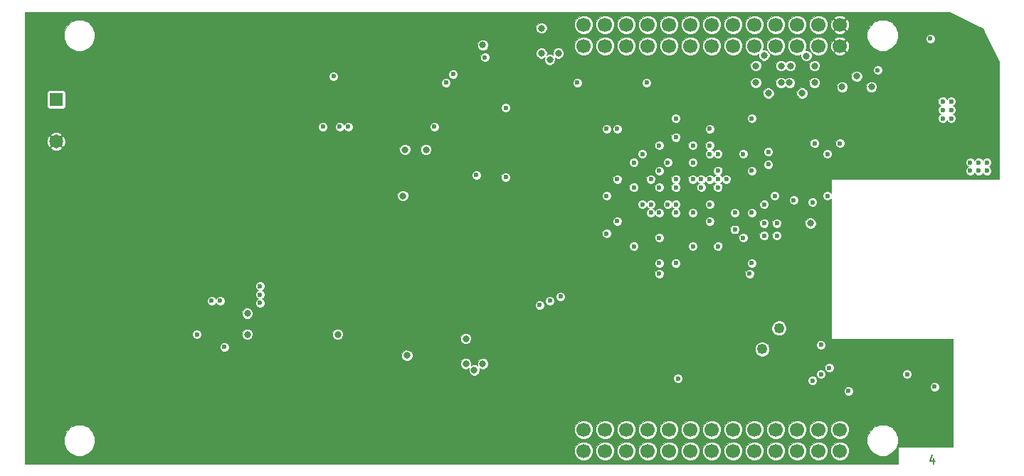
<source format=gbr>
G04 (created by PCBNEW (2013-mar-25)-stable) date Thursday, May 07, 2015 03:34:48 PM*
%MOIN*%
G04 Gerber Fmt 3.4, Leading zero omitted, Abs format*
%FSLAX34Y34*%
G01*
G70*
G90*
G04 APERTURE LIST*
%ADD10C,0.006*%
%ADD11C,0.00590551*%
%ADD12R,0.0649606X0.0649606*%
%ADD13C,0.0649606*%
%ADD14C,0.015748*%
%ADD15C,0.0669291*%
%ADD16C,0.023622*%
%ADD17C,0.0492126*%
%ADD18C,0.0314961*%
%ADD19C,0.00393701*%
G04 APERTURE END LIST*
G54D10*
G54D11*
X72712Y-49700D02*
X72712Y-49962D01*
X72619Y-49550D02*
X72525Y-49831D01*
X72769Y-49831D01*
G54D12*
X31594Y-32874D03*
G54D13*
X31594Y-34842D03*
G54D14*
X50787Y-33464D03*
X50393Y-33464D03*
X51181Y-33464D03*
X51181Y-33070D03*
X50787Y-33070D03*
X50393Y-33070D03*
X50393Y-33858D03*
X50787Y-33858D03*
X51181Y-33858D03*
X72440Y-31889D03*
X72677Y-31889D03*
X72204Y-31889D03*
X39173Y-43208D03*
X39566Y-43208D03*
X39173Y-43602D03*
X39566Y-43602D03*
X44488Y-32726D03*
X44488Y-33021D03*
G54D15*
X68305Y-48370D03*
X68305Y-49370D03*
X67305Y-48370D03*
X67305Y-49370D03*
X66305Y-48370D03*
X66305Y-49370D03*
X65305Y-48370D03*
X65305Y-49370D03*
X64305Y-48370D03*
X64305Y-49370D03*
X63305Y-48370D03*
X63305Y-49370D03*
X62305Y-48370D03*
X62305Y-49370D03*
X61305Y-48370D03*
X61305Y-49370D03*
X60305Y-48370D03*
X60305Y-49370D03*
X59305Y-48370D03*
X59305Y-49370D03*
X58305Y-48370D03*
X58305Y-49370D03*
X57305Y-48370D03*
X57305Y-49370D03*
X56305Y-48370D03*
X56305Y-49370D03*
X68305Y-29370D03*
X68305Y-30370D03*
X67305Y-29370D03*
X67305Y-30370D03*
X66305Y-29370D03*
X66305Y-30370D03*
X65305Y-29370D03*
X65305Y-30370D03*
X64305Y-29370D03*
X64305Y-30370D03*
X63305Y-29370D03*
X63305Y-30370D03*
X62305Y-29370D03*
X62305Y-30370D03*
X61305Y-29370D03*
X61305Y-30370D03*
X60305Y-29370D03*
X60305Y-30370D03*
X59305Y-29370D03*
X59305Y-30370D03*
X58305Y-29370D03*
X58305Y-30370D03*
X57305Y-29370D03*
X57305Y-30370D03*
X56305Y-29370D03*
X56305Y-30370D03*
G54D16*
X60236Y-35826D03*
G54D17*
X64665Y-44586D03*
X65452Y-43602D03*
G54D18*
X47933Y-35236D03*
G54D16*
X44094Y-34153D03*
X45275Y-34153D03*
X44586Y-31791D03*
X50196Y-31692D03*
X44881Y-34153D03*
X67421Y-45767D03*
X56003Y-32086D03*
X59251Y-32086D03*
X67814Y-45472D03*
X61811Y-36614D03*
X61417Y-35039D03*
X62204Y-35433D03*
X64173Y-38188D03*
X63385Y-38976D03*
X61811Y-37007D03*
X70078Y-31496D03*
X67125Y-34940D03*
X68307Y-34940D03*
X67716Y-35433D03*
X57874Y-36614D03*
X64960Y-35334D03*
X60629Y-37007D03*
X59842Y-38188D03*
X60629Y-38188D03*
X74803Y-35826D03*
X75196Y-36220D03*
X75196Y-35826D03*
X74803Y-36220D03*
X74409Y-35826D03*
X74409Y-36220D03*
X61417Y-38188D03*
X62204Y-37795D03*
X59842Y-36220D03*
X59448Y-36614D03*
X59842Y-37007D03*
X60629Y-36614D03*
X60629Y-37795D03*
X62204Y-36614D03*
X65255Y-37401D03*
X64763Y-37795D03*
X67716Y-37401D03*
X67027Y-37696D03*
X66141Y-37598D03*
X61417Y-36614D03*
X60236Y-37795D03*
G54D18*
X68405Y-32283D03*
X69783Y-32283D03*
X69094Y-31791D03*
G54D16*
X58661Y-37007D03*
X58661Y-35826D03*
X59842Y-39370D03*
X63779Y-35433D03*
X63779Y-39370D03*
X58661Y-39763D03*
X72736Y-46358D03*
X71456Y-45767D03*
X68700Y-46555D03*
X67421Y-44389D03*
X57381Y-37401D03*
X57381Y-39173D03*
X59842Y-41043D03*
X64074Y-41043D03*
X64960Y-35925D03*
X64173Y-33759D03*
X60629Y-33759D03*
X57381Y-34251D03*
X57874Y-34251D03*
X60629Y-34645D03*
X62204Y-34251D03*
X59842Y-35039D03*
X59055Y-37795D03*
X59842Y-40551D03*
X64173Y-40551D03*
X62598Y-39763D03*
X61417Y-39763D03*
X63385Y-38188D03*
X62204Y-35039D03*
X62598Y-35433D03*
X61417Y-35826D03*
X64173Y-36220D03*
X62598Y-36220D03*
X62598Y-36614D03*
X62992Y-36614D03*
X62598Y-37007D03*
X57874Y-38582D03*
X62204Y-38582D03*
X59448Y-38188D03*
X49862Y-32086D03*
X51673Y-30905D03*
G54D18*
X48917Y-35236D03*
G54D16*
X52657Y-36515D03*
X51279Y-36417D03*
G54D18*
X51574Y-30314D03*
G54D16*
X49311Y-34153D03*
X52657Y-33267D03*
G54D18*
X47834Y-37401D03*
X48031Y-44881D03*
X44783Y-43897D03*
G54D16*
X39468Y-44488D03*
X38188Y-43897D03*
G54D18*
X40551Y-43897D03*
X40551Y-42913D03*
G54D16*
X39271Y-42322D03*
X38877Y-42322D03*
G54D18*
X66732Y-30826D03*
X67125Y-31299D03*
X65984Y-31299D03*
X64763Y-30807D03*
X65551Y-31299D03*
X64370Y-31299D03*
X54330Y-30708D03*
X55118Y-30708D03*
X54724Y-31003D03*
X50787Y-45275D03*
X51574Y-45275D03*
X51181Y-45570D03*
X67125Y-32086D03*
X66535Y-32578D03*
X64370Y-32086D03*
X64960Y-32578D03*
X65944Y-32086D03*
X65551Y-32086D03*
X66929Y-38681D03*
X50787Y-44094D03*
X54330Y-29527D03*
G54D16*
X73523Y-33366D03*
X73523Y-33759D03*
X73129Y-33366D03*
X73523Y-32972D03*
X73129Y-33759D03*
X73129Y-32972D03*
X65354Y-38681D03*
X64763Y-39271D03*
X65354Y-39271D03*
X64763Y-38681D03*
X72539Y-30019D03*
X60629Y-40551D03*
X60728Y-45964D03*
X67027Y-46062D03*
X41141Y-41633D03*
X55216Y-42125D03*
X41141Y-42421D03*
X54232Y-42519D03*
G54D18*
X53149Y-29921D03*
X53149Y-30314D03*
X53149Y-29527D03*
X49606Y-44488D03*
X49606Y-44881D03*
X49606Y-44094D03*
X71850Y-29527D03*
X48228Y-29527D03*
X44291Y-29527D03*
X40354Y-29527D03*
X36417Y-29527D03*
X38385Y-29527D03*
X42322Y-29527D03*
X46259Y-29527D03*
X50196Y-29527D03*
X34448Y-29527D03*
X36417Y-29527D03*
X31496Y-30511D03*
X73326Y-46751D03*
X71358Y-48720D03*
X70374Y-47244D03*
X72834Y-44783D03*
X70866Y-44783D03*
X68897Y-44783D03*
X72834Y-48720D03*
X66929Y-47244D03*
X54133Y-49212D03*
X50196Y-49212D03*
X44291Y-49212D03*
X40354Y-49212D03*
X38385Y-49212D03*
X36417Y-49212D03*
X33464Y-47244D03*
X31496Y-47244D03*
X34448Y-49212D03*
X42322Y-49212D03*
X46259Y-49212D03*
X48228Y-49212D03*
X52165Y-49212D03*
X56102Y-47244D03*
X31496Y-39370D03*
X31496Y-37401D03*
G54D16*
X61417Y-37007D03*
G54D18*
X34251Y-34055D03*
X36122Y-43700D03*
X36909Y-43700D03*
X36122Y-42913D03*
X36909Y-42913D03*
G54D16*
X39074Y-44488D03*
X67618Y-38385D03*
X67618Y-38877D03*
X66437Y-39370D03*
X67618Y-39370D03*
X67027Y-39370D03*
X63385Y-40157D03*
X58661Y-34645D03*
X60629Y-35826D03*
X64173Y-34645D03*
X62992Y-34645D03*
X58267Y-36220D03*
X61417Y-36220D03*
X61417Y-35433D03*
X60236Y-37007D03*
X59055Y-40157D03*
X61811Y-40551D03*
X59448Y-37007D03*
X64173Y-38582D03*
X57874Y-40551D03*
X60629Y-39763D03*
X61811Y-37795D03*
X62598Y-37795D03*
G54D18*
X34251Y-42913D03*
X32677Y-42913D03*
X33464Y-42913D03*
X35039Y-42913D03*
X31496Y-42519D03*
X30708Y-42519D03*
X32283Y-42519D03*
X31496Y-44094D03*
X32283Y-44094D03*
X30708Y-44094D03*
X32677Y-43700D03*
X34251Y-43700D03*
X35039Y-43700D03*
X33464Y-43700D03*
G54D16*
X73228Y-31889D03*
X71653Y-31889D03*
X73228Y-31496D03*
X71653Y-31496D03*
X71653Y-32283D03*
X49409Y-34645D03*
G54D18*
X46259Y-46653D03*
G54D16*
X52657Y-33661D03*
X58267Y-37795D03*
X60236Y-34251D03*
X59055Y-35826D03*
X63385Y-35826D03*
X62204Y-36220D03*
X63779Y-37007D03*
X61417Y-38976D03*
X62992Y-38976D03*
X59055Y-38582D03*
X60629Y-38582D03*
X61811Y-38582D03*
X61811Y-38188D03*
X60236Y-38582D03*
X60236Y-38188D03*
X59842Y-36614D03*
X54724Y-42322D03*
X41141Y-42027D03*
X59055Y-35433D03*
X59448Y-37795D03*
G54D10*
G36*
X75767Y-36594D02*
X75413Y-36594D01*
X75413Y-36177D01*
X75380Y-36097D01*
X75319Y-36037D01*
X75287Y-36023D01*
X75319Y-36010D01*
X75380Y-35949D01*
X75413Y-35870D01*
X75413Y-35783D01*
X75380Y-35704D01*
X75319Y-35643D01*
X75240Y-35610D01*
X75153Y-35610D01*
X75074Y-35643D01*
X75013Y-35703D01*
X75000Y-35736D01*
X74986Y-35704D01*
X74925Y-35643D01*
X74846Y-35610D01*
X74760Y-35610D01*
X74680Y-35643D01*
X74619Y-35703D01*
X74606Y-35736D01*
X74593Y-35704D01*
X74532Y-35643D01*
X74452Y-35610D01*
X74366Y-35610D01*
X74286Y-35643D01*
X74225Y-35703D01*
X74192Y-35783D01*
X74192Y-35869D01*
X74225Y-35949D01*
X74286Y-36010D01*
X74318Y-36023D01*
X74286Y-36036D01*
X74225Y-36097D01*
X74192Y-36177D01*
X74192Y-36263D01*
X74225Y-36342D01*
X74286Y-36403D01*
X74366Y-36436D01*
X74452Y-36437D01*
X74531Y-36404D01*
X74592Y-36343D01*
X74606Y-36311D01*
X74619Y-36342D01*
X74680Y-36403D01*
X74759Y-36436D01*
X74846Y-36437D01*
X74925Y-36404D01*
X74986Y-36343D01*
X74999Y-36311D01*
X75013Y-36342D01*
X75074Y-36403D01*
X75153Y-36436D01*
X75239Y-36437D01*
X75319Y-36404D01*
X75380Y-36343D01*
X75413Y-36263D01*
X75413Y-36177D01*
X75413Y-36594D01*
X73740Y-36594D01*
X73740Y-33716D01*
X73707Y-33637D01*
X73646Y-33576D01*
X73614Y-33563D01*
X73646Y-33549D01*
X73707Y-33488D01*
X73740Y-33409D01*
X73740Y-33323D01*
X73707Y-33243D01*
X73646Y-33182D01*
X73614Y-33169D01*
X73646Y-33156D01*
X73707Y-33095D01*
X73740Y-33015D01*
X73740Y-32929D01*
X73707Y-32849D01*
X73646Y-32788D01*
X73566Y-32755D01*
X73480Y-32755D01*
X73401Y-32788D01*
X73340Y-32849D01*
X73326Y-32881D01*
X73313Y-32849D01*
X73252Y-32788D01*
X73173Y-32755D01*
X73087Y-32755D01*
X73007Y-32788D01*
X72946Y-32849D01*
X72913Y-32929D01*
X72913Y-33015D01*
X72946Y-33094D01*
X73007Y-33155D01*
X73039Y-33169D01*
X73007Y-33182D01*
X72946Y-33243D01*
X72913Y-33322D01*
X72913Y-33409D01*
X72946Y-33488D01*
X73007Y-33549D01*
X73039Y-33562D01*
X73007Y-33576D01*
X72946Y-33637D01*
X72913Y-33716D01*
X72913Y-33802D01*
X72946Y-33882D01*
X73007Y-33943D01*
X73086Y-33976D01*
X73172Y-33976D01*
X73252Y-33943D01*
X73313Y-33882D01*
X73326Y-33850D01*
X73339Y-33882D01*
X73400Y-33943D01*
X73480Y-33976D01*
X73566Y-33976D01*
X73646Y-33943D01*
X73707Y-33882D01*
X73740Y-33803D01*
X73740Y-33716D01*
X73740Y-36594D01*
X72755Y-36594D01*
X72755Y-29976D01*
X72723Y-29897D01*
X72662Y-29836D01*
X72582Y-29803D01*
X72496Y-29803D01*
X72416Y-29836D01*
X72355Y-29896D01*
X72322Y-29976D01*
X72322Y-30062D01*
X72355Y-30142D01*
X72416Y-30203D01*
X72496Y-30236D01*
X72582Y-30236D01*
X72661Y-30203D01*
X72722Y-30142D01*
X72755Y-30062D01*
X72755Y-29976D01*
X72755Y-36594D01*
X71028Y-36594D01*
X71028Y-29726D01*
X70918Y-29460D01*
X70715Y-29257D01*
X70449Y-29146D01*
X70161Y-29146D01*
X69895Y-29256D01*
X69692Y-29459D01*
X69581Y-29725D01*
X69581Y-30013D01*
X69691Y-30279D01*
X69894Y-30483D01*
X70160Y-30593D01*
X70448Y-30593D01*
X70714Y-30483D01*
X70918Y-30280D01*
X71028Y-30014D01*
X71028Y-29726D01*
X71028Y-36594D01*
X70295Y-36594D01*
X70295Y-31453D01*
X70262Y-31373D01*
X70201Y-31312D01*
X70122Y-31279D01*
X70035Y-31279D01*
X69956Y-31312D01*
X69895Y-31373D01*
X69862Y-31452D01*
X69862Y-31538D01*
X69895Y-31618D01*
X69955Y-31679D01*
X70035Y-31712D01*
X70121Y-31712D01*
X70201Y-31679D01*
X70262Y-31618D01*
X70295Y-31539D01*
X70295Y-31453D01*
X70295Y-36594D01*
X70039Y-36594D01*
X70039Y-32232D01*
X70000Y-32138D01*
X69928Y-32066D01*
X69834Y-32027D01*
X69732Y-32027D01*
X69638Y-32066D01*
X69566Y-32138D01*
X69527Y-32232D01*
X69527Y-32334D01*
X69566Y-32428D01*
X69638Y-32500D01*
X69732Y-32539D01*
X69834Y-32539D01*
X69928Y-32500D01*
X70000Y-32428D01*
X70039Y-32334D01*
X70039Y-32232D01*
X70039Y-36594D01*
X69350Y-36594D01*
X69350Y-31740D01*
X69311Y-31646D01*
X69239Y-31574D01*
X69145Y-31535D01*
X69043Y-31535D01*
X68949Y-31574D01*
X68877Y-31646D01*
X68838Y-31740D01*
X68838Y-31842D01*
X68877Y-31936D01*
X68949Y-32008D01*
X69043Y-32047D01*
X69145Y-32047D01*
X69239Y-32008D01*
X69311Y-31936D01*
X69350Y-31842D01*
X69350Y-31740D01*
X69350Y-36594D01*
X68741Y-36594D01*
X68741Y-30434D01*
X68741Y-29434D01*
X68733Y-29262D01*
X68684Y-29143D01*
X68626Y-29104D01*
X68570Y-29160D01*
X68570Y-29048D01*
X68531Y-28991D01*
X68369Y-28933D01*
X68197Y-28941D01*
X68078Y-28991D01*
X68039Y-29048D01*
X68305Y-29314D01*
X68570Y-29048D01*
X68570Y-29160D01*
X68360Y-29370D01*
X68626Y-29635D01*
X68684Y-29596D01*
X68741Y-29434D01*
X68741Y-30434D01*
X68733Y-30262D01*
X68684Y-30143D01*
X68626Y-30104D01*
X68570Y-30160D01*
X68570Y-30048D01*
X68570Y-29691D01*
X68305Y-29425D01*
X68249Y-29481D01*
X68249Y-29370D01*
X67983Y-29104D01*
X67926Y-29143D01*
X67868Y-29305D01*
X67876Y-29477D01*
X67926Y-29596D01*
X67983Y-29635D01*
X68249Y-29370D01*
X68249Y-29481D01*
X68039Y-29691D01*
X68078Y-29749D01*
X68240Y-29806D01*
X68412Y-29798D01*
X68531Y-29749D01*
X68570Y-29691D01*
X68570Y-30048D01*
X68531Y-29991D01*
X68369Y-29933D01*
X68197Y-29941D01*
X68078Y-29991D01*
X68039Y-30048D01*
X68305Y-30314D01*
X68570Y-30048D01*
X68570Y-30160D01*
X68360Y-30370D01*
X68626Y-30635D01*
X68684Y-30596D01*
X68741Y-30434D01*
X68741Y-36594D01*
X68661Y-36594D01*
X68661Y-32232D01*
X68622Y-32138D01*
X68570Y-32086D01*
X68570Y-30691D01*
X68305Y-30425D01*
X68249Y-30481D01*
X68249Y-30370D01*
X67983Y-30104D01*
X67926Y-30143D01*
X67868Y-30305D01*
X67876Y-30477D01*
X67926Y-30596D01*
X67983Y-30635D01*
X68249Y-30370D01*
X68249Y-30481D01*
X68039Y-30691D01*
X68078Y-30749D01*
X68240Y-30806D01*
X68412Y-30798D01*
X68531Y-30749D01*
X68570Y-30691D01*
X68570Y-32086D01*
X68550Y-32066D01*
X68456Y-32027D01*
X68354Y-32027D01*
X68260Y-32066D01*
X68188Y-32138D01*
X68149Y-32232D01*
X68149Y-32334D01*
X68188Y-32428D01*
X68260Y-32500D01*
X68354Y-32539D01*
X68456Y-32539D01*
X68550Y-32500D01*
X68622Y-32428D01*
X68661Y-32334D01*
X68661Y-32232D01*
X68661Y-36594D01*
X68523Y-36594D01*
X68523Y-34898D01*
X68490Y-34818D01*
X68429Y-34757D01*
X68350Y-34724D01*
X68264Y-34724D01*
X68184Y-34757D01*
X68123Y-34818D01*
X68090Y-34897D01*
X68090Y-34983D01*
X68123Y-35063D01*
X68184Y-35124D01*
X68263Y-35157D01*
X68349Y-35157D01*
X68429Y-35124D01*
X68490Y-35063D01*
X68523Y-34984D01*
X68523Y-34898D01*
X68523Y-36594D01*
X67933Y-36594D01*
X67933Y-35390D01*
X67900Y-35310D01*
X67839Y-35249D01*
X67759Y-35216D01*
X67738Y-35216D01*
X67738Y-30284D01*
X67738Y-29284D01*
X67672Y-29125D01*
X67550Y-29003D01*
X67391Y-28937D01*
X67219Y-28936D01*
X67060Y-29002D01*
X66938Y-29124D01*
X66872Y-29283D01*
X66871Y-29455D01*
X66937Y-29615D01*
X67059Y-29737D01*
X67218Y-29803D01*
X67390Y-29803D01*
X67550Y-29737D01*
X67672Y-29615D01*
X67738Y-29456D01*
X67738Y-29284D01*
X67738Y-30284D01*
X67672Y-30125D01*
X67550Y-30003D01*
X67391Y-29937D01*
X67219Y-29936D01*
X67060Y-30002D01*
X66938Y-30124D01*
X66872Y-30283D01*
X66871Y-30455D01*
X66937Y-30615D01*
X67059Y-30737D01*
X67218Y-30803D01*
X67390Y-30803D01*
X67550Y-30737D01*
X67672Y-30615D01*
X67738Y-30456D01*
X67738Y-30284D01*
X67738Y-35216D01*
X67673Y-35216D01*
X67594Y-35249D01*
X67533Y-35310D01*
X67500Y-35389D01*
X67499Y-35475D01*
X67532Y-35555D01*
X67593Y-35616D01*
X67673Y-35649D01*
X67759Y-35649D01*
X67839Y-35616D01*
X67899Y-35555D01*
X67933Y-35476D01*
X67933Y-35390D01*
X67933Y-36594D01*
X67893Y-36594D01*
X67893Y-37272D01*
X67839Y-37218D01*
X67759Y-37185D01*
X67673Y-37185D01*
X67594Y-37217D01*
X67533Y-37278D01*
X67500Y-37358D01*
X67499Y-37444D01*
X67532Y-37524D01*
X67593Y-37585D01*
X67673Y-37618D01*
X67759Y-37618D01*
X67839Y-37585D01*
X67893Y-37530D01*
X67893Y-44114D01*
X73602Y-44114D01*
X73602Y-49192D01*
X72952Y-49192D01*
X72952Y-46315D01*
X72919Y-46235D01*
X72859Y-46174D01*
X72779Y-46141D01*
X72693Y-46141D01*
X72613Y-46174D01*
X72552Y-46235D01*
X72519Y-46315D01*
X72519Y-46401D01*
X72552Y-46480D01*
X72613Y-46541D01*
X72692Y-46574D01*
X72779Y-46574D01*
X72858Y-46541D01*
X72919Y-46481D01*
X72952Y-46401D01*
X72952Y-46315D01*
X72952Y-49192D01*
X71673Y-49192D01*
X71673Y-45724D01*
X71640Y-45645D01*
X71579Y-45584D01*
X71499Y-45551D01*
X71413Y-45551D01*
X71334Y-45584D01*
X71273Y-45644D01*
X71240Y-45724D01*
X71240Y-45810D01*
X71273Y-45890D01*
X71333Y-45951D01*
X71413Y-45984D01*
X71499Y-45984D01*
X71579Y-45951D01*
X71640Y-45890D01*
X71673Y-45810D01*
X71673Y-45724D01*
X71673Y-49192D01*
X71043Y-49192D01*
X71043Y-49980D01*
X71028Y-49980D01*
X71028Y-48726D01*
X70918Y-48460D01*
X70715Y-48257D01*
X70449Y-48146D01*
X70161Y-48146D01*
X69895Y-48256D01*
X69692Y-48459D01*
X69581Y-48725D01*
X69581Y-49013D01*
X69691Y-49279D01*
X69894Y-49483D01*
X70160Y-49593D01*
X70448Y-49593D01*
X70714Y-49483D01*
X70918Y-49280D01*
X71028Y-49014D01*
X71028Y-48726D01*
X71028Y-49980D01*
X68917Y-49980D01*
X68917Y-46512D01*
X68884Y-46432D01*
X68823Y-46371D01*
X68744Y-46338D01*
X68657Y-46338D01*
X68578Y-46371D01*
X68517Y-46432D01*
X68484Y-46511D01*
X68484Y-46598D01*
X68517Y-46677D01*
X68577Y-46738D01*
X68657Y-46771D01*
X68743Y-46771D01*
X68823Y-46738D01*
X68884Y-46677D01*
X68917Y-46598D01*
X68917Y-46512D01*
X68917Y-49980D01*
X68738Y-49980D01*
X68738Y-49284D01*
X68738Y-48284D01*
X68672Y-48125D01*
X68550Y-48003D01*
X68391Y-47937D01*
X68219Y-47936D01*
X68060Y-48002D01*
X68031Y-48031D01*
X68031Y-45429D01*
X67998Y-45349D01*
X67937Y-45288D01*
X67858Y-45255D01*
X67772Y-45255D01*
X67692Y-45288D01*
X67637Y-45343D01*
X67637Y-44346D01*
X67604Y-44267D01*
X67544Y-44206D01*
X67464Y-44173D01*
X67381Y-44173D01*
X67381Y-32035D01*
X67381Y-31248D01*
X67343Y-31154D01*
X67271Y-31082D01*
X67177Y-31043D01*
X67075Y-31043D01*
X66988Y-31079D01*
X66988Y-30776D01*
X66949Y-30682D01*
X66877Y-30609D01*
X66783Y-30570D01*
X66690Y-30570D01*
X66738Y-30456D01*
X66738Y-30284D01*
X66738Y-29284D01*
X66672Y-29125D01*
X66550Y-29003D01*
X66391Y-28937D01*
X66219Y-28936D01*
X66060Y-29002D01*
X65938Y-29124D01*
X65872Y-29283D01*
X65871Y-29455D01*
X65937Y-29615D01*
X66059Y-29737D01*
X66218Y-29803D01*
X66390Y-29803D01*
X66550Y-29737D01*
X66672Y-29615D01*
X66738Y-29456D01*
X66738Y-29284D01*
X66738Y-30284D01*
X66672Y-30125D01*
X66550Y-30003D01*
X66391Y-29937D01*
X66219Y-29936D01*
X66060Y-30002D01*
X65938Y-30124D01*
X65872Y-30283D01*
X65871Y-30455D01*
X65937Y-30615D01*
X66059Y-30737D01*
X66218Y-30803D01*
X66390Y-30803D01*
X66480Y-30766D01*
X66476Y-30775D01*
X66476Y-30877D01*
X66515Y-30971D01*
X66587Y-31043D01*
X66681Y-31082D01*
X66782Y-31082D01*
X66877Y-31043D01*
X66949Y-30971D01*
X66988Y-30877D01*
X66988Y-30776D01*
X66988Y-31079D01*
X66981Y-31082D01*
X66909Y-31154D01*
X66870Y-31248D01*
X66870Y-31349D01*
X66908Y-31443D01*
X66980Y-31516D01*
X67074Y-31555D01*
X67176Y-31555D01*
X67270Y-31516D01*
X67342Y-31444D01*
X67381Y-31350D01*
X67381Y-31248D01*
X67381Y-32035D01*
X67343Y-31941D01*
X67271Y-31869D01*
X67177Y-31830D01*
X67075Y-31830D01*
X66981Y-31869D01*
X66909Y-31941D01*
X66870Y-32035D01*
X66870Y-32137D01*
X66908Y-32231D01*
X66980Y-32303D01*
X67074Y-32342D01*
X67176Y-32342D01*
X67270Y-32303D01*
X67342Y-32231D01*
X67381Y-32137D01*
X67381Y-32035D01*
X67381Y-44173D01*
X67378Y-44173D01*
X67342Y-44187D01*
X67342Y-34898D01*
X67309Y-34818D01*
X67248Y-34757D01*
X67169Y-34724D01*
X67083Y-34724D01*
X67003Y-34757D01*
X66942Y-34818D01*
X66909Y-34897D01*
X66909Y-34983D01*
X66942Y-35063D01*
X67003Y-35124D01*
X67082Y-35157D01*
X67168Y-35157D01*
X67248Y-35124D01*
X67309Y-35063D01*
X67342Y-34984D01*
X67342Y-34898D01*
X67342Y-44187D01*
X67298Y-44206D01*
X67244Y-44260D01*
X67244Y-37653D01*
X67211Y-37574D01*
X67150Y-37513D01*
X67070Y-37480D01*
X66984Y-37480D01*
X66905Y-37513D01*
X66844Y-37574D01*
X66811Y-37653D01*
X66810Y-37739D01*
X66843Y-37819D01*
X66904Y-37880D01*
X66984Y-37913D01*
X67070Y-37913D01*
X67150Y-37880D01*
X67211Y-37819D01*
X67244Y-37740D01*
X67244Y-37653D01*
X67244Y-44260D01*
X67237Y-44266D01*
X67204Y-44346D01*
X67204Y-44432D01*
X67237Y-44512D01*
X67298Y-44573D01*
X67377Y-44606D01*
X67464Y-44606D01*
X67543Y-44573D01*
X67604Y-44512D01*
X67637Y-44433D01*
X67637Y-44346D01*
X67637Y-45343D01*
X67631Y-45349D01*
X67598Y-45429D01*
X67598Y-45515D01*
X67631Y-45594D01*
X67692Y-45655D01*
X67771Y-45688D01*
X67857Y-45689D01*
X67937Y-45656D01*
X67998Y-45595D01*
X68031Y-45515D01*
X68031Y-45429D01*
X68031Y-48031D01*
X67938Y-48124D01*
X67872Y-48283D01*
X67871Y-48455D01*
X67937Y-48615D01*
X68059Y-48737D01*
X68218Y-48803D01*
X68390Y-48803D01*
X68550Y-48737D01*
X68672Y-48615D01*
X68738Y-48456D01*
X68738Y-48284D01*
X68738Y-49284D01*
X68672Y-49125D01*
X68550Y-49003D01*
X68391Y-48937D01*
X68219Y-48936D01*
X68060Y-49002D01*
X67938Y-49124D01*
X67872Y-49283D01*
X67871Y-49455D01*
X67937Y-49615D01*
X68059Y-49737D01*
X68218Y-49803D01*
X68390Y-49803D01*
X68550Y-49737D01*
X68672Y-49615D01*
X68738Y-49456D01*
X68738Y-49284D01*
X68738Y-49980D01*
X67738Y-49980D01*
X67738Y-49284D01*
X67738Y-48284D01*
X67672Y-48125D01*
X67637Y-48090D01*
X67637Y-45724D01*
X67604Y-45645D01*
X67544Y-45584D01*
X67464Y-45551D01*
X67378Y-45551D01*
X67298Y-45584D01*
X67237Y-45644D01*
X67204Y-45724D01*
X67204Y-45810D01*
X67237Y-45890D01*
X67298Y-45951D01*
X67377Y-45984D01*
X67464Y-45984D01*
X67543Y-45951D01*
X67604Y-45890D01*
X67637Y-45810D01*
X67637Y-45724D01*
X67637Y-48090D01*
X67550Y-48003D01*
X67391Y-47937D01*
X67244Y-47936D01*
X67244Y-46020D01*
X67211Y-45940D01*
X67185Y-45914D01*
X67185Y-38630D01*
X67146Y-38536D01*
X67074Y-38464D01*
X66980Y-38425D01*
X66878Y-38425D01*
X66791Y-38461D01*
X66791Y-32528D01*
X66752Y-32433D01*
X66680Y-32361D01*
X66586Y-32322D01*
X66484Y-32322D01*
X66390Y-32361D01*
X66318Y-32433D01*
X66279Y-32527D01*
X66279Y-32629D01*
X66318Y-32723D01*
X66390Y-32795D01*
X66484Y-32834D01*
X66586Y-32834D01*
X66680Y-32795D01*
X66752Y-32723D01*
X66791Y-32629D01*
X66791Y-32528D01*
X66791Y-38461D01*
X66784Y-38464D01*
X66712Y-38535D01*
X66673Y-38629D01*
X66673Y-38731D01*
X66712Y-38825D01*
X66783Y-38897D01*
X66878Y-38936D01*
X66979Y-38937D01*
X67073Y-38898D01*
X67145Y-38826D01*
X67184Y-38732D01*
X67185Y-38630D01*
X67185Y-45914D01*
X67150Y-45879D01*
X67070Y-45846D01*
X66984Y-45846D01*
X66905Y-45879D01*
X66844Y-45940D01*
X66811Y-46019D01*
X66810Y-46105D01*
X66843Y-46185D01*
X66904Y-46246D01*
X66984Y-46279D01*
X67070Y-46279D01*
X67150Y-46246D01*
X67211Y-46185D01*
X67244Y-46106D01*
X67244Y-46020D01*
X67244Y-47936D01*
X67219Y-47936D01*
X67060Y-48002D01*
X66938Y-48124D01*
X66872Y-48283D01*
X66871Y-48455D01*
X66937Y-48615D01*
X67059Y-48737D01*
X67218Y-48803D01*
X67390Y-48803D01*
X67550Y-48737D01*
X67672Y-48615D01*
X67738Y-48456D01*
X67738Y-48284D01*
X67738Y-49284D01*
X67672Y-49125D01*
X67550Y-49003D01*
X67391Y-48937D01*
X67219Y-48936D01*
X67060Y-49002D01*
X66938Y-49124D01*
X66872Y-49283D01*
X66871Y-49455D01*
X66937Y-49615D01*
X67059Y-49737D01*
X67218Y-49803D01*
X67390Y-49803D01*
X67550Y-49737D01*
X67672Y-49615D01*
X67738Y-49456D01*
X67738Y-49284D01*
X67738Y-49980D01*
X66738Y-49980D01*
X66738Y-49284D01*
X66738Y-48284D01*
X66672Y-48125D01*
X66550Y-48003D01*
X66391Y-47937D01*
X66358Y-47937D01*
X66358Y-37555D01*
X66325Y-37475D01*
X66264Y-37414D01*
X66240Y-37404D01*
X66240Y-31248D01*
X66201Y-31154D01*
X66129Y-31082D01*
X66035Y-31043D01*
X65933Y-31043D01*
X65839Y-31082D01*
X65767Y-31153D01*
X65738Y-31124D01*
X65738Y-30284D01*
X65738Y-29284D01*
X65672Y-29125D01*
X65550Y-29003D01*
X65391Y-28937D01*
X65219Y-28936D01*
X65060Y-29002D01*
X64938Y-29124D01*
X64872Y-29283D01*
X64871Y-29455D01*
X64937Y-29615D01*
X65059Y-29737D01*
X65218Y-29803D01*
X65390Y-29803D01*
X65550Y-29737D01*
X65672Y-29615D01*
X65738Y-29456D01*
X65738Y-29284D01*
X65738Y-30284D01*
X65672Y-30125D01*
X65550Y-30003D01*
X65391Y-29937D01*
X65219Y-29936D01*
X65060Y-30002D01*
X64938Y-30124D01*
X64872Y-30283D01*
X64871Y-30455D01*
X64937Y-30615D01*
X65059Y-30737D01*
X65218Y-30803D01*
X65390Y-30803D01*
X65550Y-30737D01*
X65672Y-30615D01*
X65738Y-30456D01*
X65738Y-30284D01*
X65738Y-31124D01*
X65696Y-31082D01*
X65602Y-31043D01*
X65500Y-31043D01*
X65406Y-31082D01*
X65334Y-31154D01*
X65295Y-31248D01*
X65295Y-31349D01*
X65334Y-31443D01*
X65406Y-31516D01*
X65500Y-31555D01*
X65601Y-31555D01*
X65695Y-31516D01*
X65767Y-31444D01*
X65839Y-31516D01*
X65933Y-31555D01*
X66034Y-31555D01*
X66129Y-31516D01*
X66201Y-31444D01*
X66240Y-31350D01*
X66240Y-31248D01*
X66240Y-37404D01*
X66200Y-37388D01*
X66200Y-32035D01*
X66161Y-31941D01*
X66090Y-31869D01*
X65996Y-31830D01*
X65894Y-31830D01*
X65800Y-31869D01*
X65748Y-31921D01*
X65696Y-31869D01*
X65602Y-31830D01*
X65500Y-31830D01*
X65406Y-31869D01*
X65334Y-31941D01*
X65295Y-32035D01*
X65295Y-32137D01*
X65334Y-32231D01*
X65406Y-32303D01*
X65500Y-32342D01*
X65601Y-32342D01*
X65695Y-32303D01*
X65748Y-32251D01*
X65799Y-32303D01*
X65893Y-32342D01*
X65995Y-32342D01*
X66089Y-32303D01*
X66161Y-32231D01*
X66200Y-32137D01*
X66200Y-32035D01*
X66200Y-37388D01*
X66184Y-37381D01*
X66098Y-37381D01*
X66019Y-37414D01*
X65958Y-37475D01*
X65925Y-37555D01*
X65925Y-37641D01*
X65958Y-37720D01*
X66018Y-37781D01*
X66098Y-37814D01*
X66184Y-37814D01*
X66264Y-37782D01*
X66325Y-37721D01*
X66358Y-37641D01*
X66358Y-37555D01*
X66358Y-47937D01*
X66219Y-47936D01*
X66060Y-48002D01*
X65938Y-48124D01*
X65872Y-48283D01*
X65871Y-48455D01*
X65937Y-48615D01*
X66059Y-48737D01*
X66218Y-48803D01*
X66390Y-48803D01*
X66550Y-48737D01*
X66672Y-48615D01*
X66738Y-48456D01*
X66738Y-48284D01*
X66738Y-49284D01*
X66672Y-49125D01*
X66550Y-49003D01*
X66391Y-48937D01*
X66219Y-48936D01*
X66060Y-49002D01*
X65938Y-49124D01*
X65872Y-49283D01*
X65871Y-49455D01*
X65937Y-49615D01*
X66059Y-49737D01*
X66218Y-49803D01*
X66390Y-49803D01*
X66550Y-49737D01*
X66672Y-49615D01*
X66738Y-49456D01*
X66738Y-49284D01*
X66738Y-49980D01*
X65797Y-49980D01*
X65797Y-43534D01*
X65744Y-43407D01*
X65648Y-43310D01*
X65570Y-43278D01*
X65570Y-39228D01*
X65570Y-38638D01*
X65538Y-38558D01*
X65477Y-38497D01*
X65472Y-38495D01*
X65472Y-37358D01*
X65439Y-37279D01*
X65378Y-37218D01*
X65299Y-37185D01*
X65216Y-37185D01*
X65216Y-32528D01*
X65177Y-32433D01*
X65105Y-32361D01*
X65019Y-32326D01*
X65019Y-30756D01*
X64980Y-30662D01*
X64908Y-30590D01*
X64814Y-30551D01*
X64713Y-30551D01*
X64695Y-30558D01*
X64738Y-30456D01*
X64738Y-30284D01*
X64738Y-29284D01*
X64672Y-29125D01*
X64550Y-29003D01*
X64391Y-28937D01*
X64219Y-28936D01*
X64060Y-29002D01*
X63938Y-29124D01*
X63872Y-29283D01*
X63871Y-29455D01*
X63937Y-29615D01*
X64059Y-29737D01*
X64218Y-29803D01*
X64390Y-29803D01*
X64550Y-29737D01*
X64672Y-29615D01*
X64738Y-29456D01*
X64738Y-29284D01*
X64738Y-30284D01*
X64672Y-30125D01*
X64550Y-30003D01*
X64391Y-29937D01*
X64219Y-29936D01*
X64060Y-30002D01*
X63938Y-30124D01*
X63872Y-30283D01*
X63871Y-30455D01*
X63937Y-30615D01*
X64059Y-30737D01*
X64218Y-30803D01*
X64390Y-30803D01*
X64508Y-30754D01*
X64507Y-30755D01*
X64507Y-30857D01*
X64546Y-30951D01*
X64618Y-31023D01*
X64712Y-31062D01*
X64814Y-31063D01*
X64908Y-31024D01*
X64980Y-30952D01*
X65019Y-30858D01*
X65019Y-30756D01*
X65019Y-32326D01*
X65011Y-32322D01*
X64909Y-32322D01*
X64815Y-32361D01*
X64743Y-32433D01*
X64704Y-32527D01*
X64704Y-32629D01*
X64743Y-32723D01*
X64815Y-32795D01*
X64909Y-32834D01*
X65011Y-32834D01*
X65105Y-32795D01*
X65177Y-32723D01*
X65216Y-32629D01*
X65216Y-32528D01*
X65216Y-37185D01*
X65213Y-37185D01*
X65177Y-37199D01*
X65177Y-35882D01*
X65177Y-35291D01*
X65144Y-35212D01*
X65083Y-35151D01*
X65003Y-35118D01*
X64917Y-35118D01*
X64838Y-35150D01*
X64777Y-35211D01*
X64744Y-35291D01*
X64744Y-35377D01*
X64776Y-35457D01*
X64837Y-35518D01*
X64917Y-35551D01*
X65003Y-35551D01*
X65083Y-35518D01*
X65144Y-35457D01*
X65177Y-35377D01*
X65177Y-35291D01*
X65177Y-35882D01*
X65144Y-35802D01*
X65083Y-35741D01*
X65003Y-35708D01*
X64917Y-35708D01*
X64838Y-35741D01*
X64777Y-35802D01*
X64744Y-35881D01*
X64744Y-35968D01*
X64776Y-36047D01*
X64837Y-36108D01*
X64917Y-36141D01*
X65003Y-36141D01*
X65083Y-36108D01*
X65144Y-36048D01*
X65177Y-35968D01*
X65177Y-35882D01*
X65177Y-37199D01*
X65133Y-37217D01*
X65072Y-37278D01*
X65039Y-37358D01*
X65039Y-37444D01*
X65072Y-37524D01*
X65133Y-37585D01*
X65212Y-37618D01*
X65298Y-37618D01*
X65378Y-37585D01*
X65439Y-37524D01*
X65472Y-37444D01*
X65472Y-37358D01*
X65472Y-38495D01*
X65397Y-38464D01*
X65311Y-38464D01*
X65231Y-38497D01*
X65170Y-38558D01*
X65137Y-38637D01*
X65137Y-38723D01*
X65170Y-38803D01*
X65231Y-38864D01*
X65311Y-38897D01*
X65397Y-38897D01*
X65476Y-38864D01*
X65537Y-38803D01*
X65570Y-38724D01*
X65570Y-38638D01*
X65570Y-39228D01*
X65538Y-39149D01*
X65477Y-39088D01*
X65397Y-39055D01*
X65311Y-39055D01*
X65231Y-39087D01*
X65170Y-39148D01*
X65137Y-39228D01*
X65137Y-39314D01*
X65170Y-39394D01*
X65231Y-39455D01*
X65311Y-39488D01*
X65397Y-39488D01*
X65476Y-39455D01*
X65537Y-39394D01*
X65570Y-39314D01*
X65570Y-39228D01*
X65570Y-43278D01*
X65521Y-43257D01*
X65384Y-43257D01*
X65257Y-43310D01*
X65160Y-43406D01*
X65108Y-43533D01*
X65108Y-43670D01*
X65160Y-43797D01*
X65257Y-43894D01*
X65383Y-43946D01*
X65520Y-43946D01*
X65647Y-43894D01*
X65744Y-43797D01*
X65797Y-43671D01*
X65797Y-43534D01*
X65797Y-49980D01*
X65738Y-49980D01*
X65738Y-49284D01*
X65738Y-48284D01*
X65672Y-48125D01*
X65550Y-48003D01*
X65391Y-47937D01*
X65219Y-47936D01*
X65060Y-48002D01*
X65009Y-48052D01*
X65009Y-44518D01*
X64980Y-44446D01*
X64980Y-39228D01*
X64980Y-38638D01*
X64980Y-37752D01*
X64947Y-37672D01*
X64886Y-37611D01*
X64807Y-37578D01*
X64720Y-37578D01*
X64641Y-37611D01*
X64626Y-37626D01*
X64626Y-32035D01*
X64626Y-31248D01*
X64587Y-31154D01*
X64515Y-31082D01*
X64421Y-31043D01*
X64319Y-31043D01*
X64225Y-31082D01*
X64153Y-31154D01*
X64114Y-31248D01*
X64114Y-31349D01*
X64153Y-31443D01*
X64224Y-31516D01*
X64318Y-31555D01*
X64420Y-31555D01*
X64514Y-31516D01*
X64586Y-31444D01*
X64625Y-31350D01*
X64626Y-31248D01*
X64626Y-32035D01*
X64587Y-31941D01*
X64515Y-31869D01*
X64421Y-31830D01*
X64319Y-31830D01*
X64225Y-31869D01*
X64153Y-31941D01*
X64114Y-32035D01*
X64114Y-32137D01*
X64153Y-32231D01*
X64224Y-32303D01*
X64318Y-32342D01*
X64420Y-32342D01*
X64514Y-32303D01*
X64586Y-32231D01*
X64625Y-32137D01*
X64626Y-32035D01*
X64626Y-37626D01*
X64580Y-37672D01*
X64547Y-37752D01*
X64547Y-37838D01*
X64580Y-37917D01*
X64640Y-37978D01*
X64720Y-38011D01*
X64806Y-38011D01*
X64886Y-37978D01*
X64947Y-37918D01*
X64980Y-37838D01*
X64980Y-37752D01*
X64980Y-38638D01*
X64947Y-38558D01*
X64886Y-38497D01*
X64807Y-38464D01*
X64720Y-38464D01*
X64641Y-38497D01*
X64580Y-38558D01*
X64547Y-38637D01*
X64547Y-38723D01*
X64580Y-38803D01*
X64640Y-38864D01*
X64720Y-38897D01*
X64806Y-38897D01*
X64886Y-38864D01*
X64947Y-38803D01*
X64980Y-38724D01*
X64980Y-38638D01*
X64980Y-39228D01*
X64947Y-39149D01*
X64886Y-39088D01*
X64807Y-39055D01*
X64720Y-39055D01*
X64641Y-39087D01*
X64580Y-39148D01*
X64547Y-39228D01*
X64547Y-39314D01*
X64580Y-39394D01*
X64640Y-39455D01*
X64720Y-39488D01*
X64806Y-39488D01*
X64886Y-39455D01*
X64947Y-39394D01*
X64980Y-39314D01*
X64980Y-39228D01*
X64980Y-44446D01*
X64957Y-44391D01*
X64860Y-44294D01*
X64734Y-44242D01*
X64597Y-44242D01*
X64470Y-44294D01*
X64389Y-44374D01*
X64389Y-40508D01*
X64389Y-38146D01*
X64389Y-36177D01*
X64389Y-33716D01*
X64356Y-33637D01*
X64296Y-33576D01*
X64216Y-33543D01*
X64130Y-33543D01*
X64050Y-33576D01*
X63989Y-33637D01*
X63956Y-33716D01*
X63956Y-33802D01*
X63989Y-33882D01*
X64050Y-33943D01*
X64129Y-33976D01*
X64216Y-33976D01*
X64295Y-33943D01*
X64356Y-33882D01*
X64389Y-33803D01*
X64389Y-33716D01*
X64389Y-36177D01*
X64356Y-36097D01*
X64296Y-36037D01*
X64216Y-36003D01*
X64130Y-36003D01*
X64050Y-36036D01*
X63996Y-36091D01*
X63996Y-35390D01*
X63963Y-35310D01*
X63902Y-35249D01*
X63822Y-35216D01*
X63738Y-35216D01*
X63738Y-30284D01*
X63738Y-29284D01*
X63672Y-29125D01*
X63550Y-29003D01*
X63391Y-28937D01*
X63219Y-28936D01*
X63060Y-29002D01*
X62938Y-29124D01*
X62872Y-29283D01*
X62871Y-29455D01*
X62937Y-29615D01*
X63059Y-29737D01*
X63218Y-29803D01*
X63390Y-29803D01*
X63550Y-29737D01*
X63672Y-29615D01*
X63738Y-29456D01*
X63738Y-29284D01*
X63738Y-30284D01*
X63672Y-30125D01*
X63550Y-30003D01*
X63391Y-29937D01*
X63219Y-29936D01*
X63060Y-30002D01*
X62938Y-30124D01*
X62872Y-30283D01*
X62871Y-30455D01*
X62937Y-30615D01*
X63059Y-30737D01*
X63218Y-30803D01*
X63390Y-30803D01*
X63550Y-30737D01*
X63672Y-30615D01*
X63738Y-30456D01*
X63738Y-30284D01*
X63738Y-35216D01*
X63736Y-35216D01*
X63657Y-35249D01*
X63596Y-35310D01*
X63563Y-35389D01*
X63562Y-35475D01*
X63595Y-35555D01*
X63656Y-35616D01*
X63736Y-35649D01*
X63822Y-35649D01*
X63902Y-35616D01*
X63962Y-35555D01*
X63996Y-35476D01*
X63996Y-35390D01*
X63996Y-36091D01*
X63989Y-36097D01*
X63956Y-36177D01*
X63956Y-36263D01*
X63989Y-36342D01*
X64050Y-36403D01*
X64129Y-36436D01*
X64216Y-36437D01*
X64295Y-36404D01*
X64356Y-36343D01*
X64389Y-36263D01*
X64389Y-36177D01*
X64389Y-38146D01*
X64356Y-38066D01*
X64296Y-38005D01*
X64216Y-37972D01*
X64130Y-37972D01*
X64050Y-38005D01*
X63989Y-38066D01*
X63956Y-38145D01*
X63956Y-38231D01*
X63989Y-38311D01*
X64050Y-38372D01*
X64129Y-38405D01*
X64216Y-38405D01*
X64295Y-38372D01*
X64356Y-38311D01*
X64389Y-38232D01*
X64389Y-38146D01*
X64389Y-40508D01*
X64356Y-40428D01*
X64296Y-40367D01*
X64216Y-40334D01*
X64130Y-40334D01*
X64050Y-40367D01*
X63996Y-40422D01*
X63996Y-39327D01*
X63963Y-39247D01*
X63902Y-39186D01*
X63822Y-39153D01*
X63736Y-39153D01*
X63657Y-39186D01*
X63602Y-39240D01*
X63602Y-38933D01*
X63602Y-38146D01*
X63569Y-38066D01*
X63508Y-38005D01*
X63429Y-37972D01*
X63342Y-37972D01*
X63263Y-38005D01*
X63208Y-38059D01*
X63208Y-36571D01*
X63175Y-36491D01*
X63114Y-36430D01*
X63035Y-36397D01*
X62949Y-36397D01*
X62869Y-36430D01*
X62808Y-36491D01*
X62795Y-36523D01*
X62782Y-36491D01*
X62721Y-36430D01*
X62689Y-36417D01*
X62720Y-36404D01*
X62781Y-36343D01*
X62814Y-36263D01*
X62814Y-36177D01*
X62814Y-35390D01*
X62782Y-35310D01*
X62738Y-35266D01*
X62738Y-30284D01*
X62738Y-29284D01*
X62672Y-29125D01*
X62550Y-29003D01*
X62391Y-28937D01*
X62219Y-28936D01*
X62060Y-29002D01*
X61938Y-29124D01*
X61872Y-29283D01*
X61871Y-29455D01*
X61937Y-29615D01*
X62059Y-29737D01*
X62218Y-29803D01*
X62390Y-29803D01*
X62550Y-29737D01*
X62672Y-29615D01*
X62738Y-29456D01*
X62738Y-29284D01*
X62738Y-30284D01*
X62672Y-30125D01*
X62550Y-30003D01*
X62391Y-29937D01*
X62219Y-29936D01*
X62060Y-30002D01*
X61938Y-30124D01*
X61872Y-30283D01*
X61871Y-30455D01*
X61937Y-30615D01*
X62059Y-30737D01*
X62218Y-30803D01*
X62390Y-30803D01*
X62550Y-30737D01*
X62672Y-30615D01*
X62738Y-30456D01*
X62738Y-30284D01*
X62738Y-35266D01*
X62721Y-35249D01*
X62641Y-35216D01*
X62555Y-35216D01*
X62475Y-35249D01*
X62414Y-35310D01*
X62401Y-35342D01*
X62388Y-35310D01*
X62327Y-35249D01*
X62295Y-35236D01*
X62327Y-35223D01*
X62388Y-35162D01*
X62421Y-35082D01*
X62421Y-34996D01*
X62421Y-34209D01*
X62388Y-34129D01*
X62327Y-34068D01*
X62247Y-34035D01*
X62161Y-34035D01*
X62082Y-34068D01*
X62021Y-34129D01*
X61988Y-34208D01*
X61988Y-34294D01*
X62021Y-34374D01*
X62081Y-34435D01*
X62161Y-34468D01*
X62247Y-34468D01*
X62327Y-34435D01*
X62388Y-34374D01*
X62421Y-34295D01*
X62421Y-34209D01*
X62421Y-34996D01*
X62388Y-34916D01*
X62327Y-34855D01*
X62247Y-34822D01*
X62161Y-34822D01*
X62082Y-34855D01*
X62021Y-34916D01*
X61988Y-34996D01*
X61988Y-35082D01*
X62021Y-35161D01*
X62081Y-35222D01*
X62114Y-35236D01*
X62082Y-35249D01*
X62021Y-35310D01*
X61988Y-35389D01*
X61988Y-35475D01*
X62021Y-35555D01*
X62081Y-35616D01*
X62161Y-35649D01*
X62247Y-35649D01*
X62327Y-35616D01*
X62388Y-35555D01*
X62401Y-35523D01*
X62414Y-35555D01*
X62475Y-35616D01*
X62555Y-35649D01*
X62641Y-35649D01*
X62720Y-35616D01*
X62781Y-35555D01*
X62814Y-35476D01*
X62814Y-35390D01*
X62814Y-36177D01*
X62782Y-36097D01*
X62721Y-36037D01*
X62641Y-36003D01*
X62555Y-36003D01*
X62475Y-36036D01*
X62414Y-36097D01*
X62381Y-36177D01*
X62381Y-36263D01*
X62414Y-36342D01*
X62475Y-36403D01*
X62507Y-36417D01*
X62475Y-36430D01*
X62414Y-36491D01*
X62401Y-36523D01*
X62388Y-36491D01*
X62327Y-36430D01*
X62247Y-36397D01*
X62161Y-36397D01*
X62082Y-36430D01*
X62021Y-36491D01*
X62007Y-36523D01*
X61994Y-36491D01*
X61933Y-36430D01*
X61854Y-36397D01*
X61768Y-36397D01*
X61738Y-36409D01*
X61738Y-30284D01*
X61738Y-29284D01*
X61672Y-29125D01*
X61550Y-29003D01*
X61391Y-28937D01*
X61219Y-28936D01*
X61060Y-29002D01*
X60938Y-29124D01*
X60872Y-29283D01*
X60871Y-29455D01*
X60937Y-29615D01*
X61059Y-29737D01*
X61218Y-29803D01*
X61390Y-29803D01*
X61550Y-29737D01*
X61672Y-29615D01*
X61738Y-29456D01*
X61738Y-29284D01*
X61738Y-30284D01*
X61672Y-30125D01*
X61550Y-30003D01*
X61391Y-29937D01*
X61219Y-29936D01*
X61060Y-30002D01*
X60938Y-30124D01*
X60872Y-30283D01*
X60871Y-30455D01*
X60937Y-30615D01*
X61059Y-30737D01*
X61218Y-30803D01*
X61390Y-30803D01*
X61550Y-30737D01*
X61672Y-30615D01*
X61738Y-30456D01*
X61738Y-30284D01*
X61738Y-36409D01*
X61688Y-36430D01*
X61633Y-36485D01*
X61633Y-35783D01*
X61633Y-34996D01*
X61600Y-34916D01*
X61540Y-34855D01*
X61460Y-34822D01*
X61374Y-34822D01*
X61294Y-34855D01*
X61233Y-34916D01*
X61200Y-34996D01*
X61200Y-35082D01*
X61233Y-35161D01*
X61294Y-35222D01*
X61374Y-35255D01*
X61460Y-35255D01*
X61539Y-35223D01*
X61600Y-35162D01*
X61633Y-35082D01*
X61633Y-34996D01*
X61633Y-35783D01*
X61600Y-35704D01*
X61540Y-35643D01*
X61460Y-35610D01*
X61374Y-35610D01*
X61294Y-35643D01*
X61233Y-35703D01*
X61200Y-35783D01*
X61200Y-35869D01*
X61233Y-35949D01*
X61294Y-36010D01*
X61374Y-36043D01*
X61460Y-36043D01*
X61539Y-36010D01*
X61600Y-35949D01*
X61633Y-35870D01*
X61633Y-35783D01*
X61633Y-36485D01*
X61627Y-36491D01*
X61614Y-36523D01*
X61600Y-36491D01*
X61540Y-36430D01*
X61460Y-36397D01*
X61374Y-36397D01*
X61294Y-36430D01*
X61233Y-36491D01*
X61200Y-36570D01*
X61200Y-36657D01*
X61233Y-36736D01*
X61294Y-36797D01*
X61374Y-36830D01*
X61460Y-36830D01*
X61539Y-36797D01*
X61600Y-36736D01*
X61614Y-36704D01*
X61627Y-36736D01*
X61688Y-36797D01*
X61720Y-36811D01*
X61688Y-36824D01*
X61627Y-36885D01*
X61594Y-36964D01*
X61594Y-37050D01*
X61627Y-37130D01*
X61688Y-37191D01*
X61767Y-37224D01*
X61853Y-37224D01*
X61933Y-37191D01*
X61994Y-37130D01*
X62027Y-37051D01*
X62027Y-36964D01*
X61994Y-36885D01*
X61933Y-36824D01*
X61901Y-36811D01*
X61933Y-36797D01*
X61994Y-36736D01*
X62007Y-36704D01*
X62021Y-36736D01*
X62081Y-36797D01*
X62161Y-36830D01*
X62247Y-36830D01*
X62327Y-36797D01*
X62388Y-36736D01*
X62401Y-36704D01*
X62414Y-36736D01*
X62475Y-36797D01*
X62507Y-36811D01*
X62475Y-36824D01*
X62414Y-36885D01*
X62381Y-36964D01*
X62381Y-37050D01*
X62414Y-37130D01*
X62475Y-37191D01*
X62555Y-37224D01*
X62641Y-37224D01*
X62720Y-37191D01*
X62781Y-37130D01*
X62814Y-37051D01*
X62814Y-36964D01*
X62782Y-36885D01*
X62721Y-36824D01*
X62689Y-36811D01*
X62720Y-36797D01*
X62781Y-36736D01*
X62795Y-36704D01*
X62808Y-36736D01*
X62869Y-36797D01*
X62948Y-36830D01*
X63035Y-36830D01*
X63114Y-36797D01*
X63175Y-36736D01*
X63208Y-36657D01*
X63208Y-36571D01*
X63208Y-38059D01*
X63202Y-38066D01*
X63169Y-38145D01*
X63169Y-38231D01*
X63202Y-38311D01*
X63263Y-38372D01*
X63342Y-38405D01*
X63428Y-38405D01*
X63508Y-38372D01*
X63569Y-38311D01*
X63602Y-38232D01*
X63602Y-38146D01*
X63602Y-38933D01*
X63569Y-38853D01*
X63508Y-38792D01*
X63429Y-38759D01*
X63342Y-38759D01*
X63263Y-38792D01*
X63202Y-38853D01*
X63169Y-38933D01*
X63169Y-39019D01*
X63202Y-39098D01*
X63263Y-39159D01*
X63342Y-39192D01*
X63428Y-39192D01*
X63508Y-39160D01*
X63569Y-39099D01*
X63602Y-39019D01*
X63602Y-38933D01*
X63602Y-39240D01*
X63596Y-39247D01*
X63563Y-39326D01*
X63562Y-39412D01*
X63595Y-39492D01*
X63656Y-39553D01*
X63736Y-39586D01*
X63822Y-39586D01*
X63902Y-39553D01*
X63962Y-39492D01*
X63996Y-39413D01*
X63996Y-39327D01*
X63996Y-40422D01*
X63989Y-40428D01*
X63956Y-40507D01*
X63956Y-40594D01*
X63989Y-40673D01*
X64050Y-40734D01*
X64129Y-40767D01*
X64216Y-40767D01*
X64295Y-40734D01*
X64356Y-40673D01*
X64389Y-40594D01*
X64389Y-40508D01*
X64389Y-44374D01*
X64373Y-44391D01*
X64320Y-44517D01*
X64320Y-44654D01*
X64373Y-44781D01*
X64469Y-44878D01*
X64596Y-44931D01*
X64733Y-44931D01*
X64860Y-44878D01*
X64957Y-44782D01*
X65009Y-44655D01*
X65009Y-44518D01*
X65009Y-48052D01*
X64938Y-48124D01*
X64872Y-48283D01*
X64871Y-48455D01*
X64937Y-48615D01*
X65059Y-48737D01*
X65218Y-48803D01*
X65390Y-48803D01*
X65550Y-48737D01*
X65672Y-48615D01*
X65738Y-48456D01*
X65738Y-48284D01*
X65738Y-49284D01*
X65672Y-49125D01*
X65550Y-49003D01*
X65391Y-48937D01*
X65219Y-48936D01*
X65060Y-49002D01*
X64938Y-49124D01*
X64872Y-49283D01*
X64871Y-49455D01*
X64937Y-49615D01*
X65059Y-49737D01*
X65218Y-49803D01*
X65390Y-49803D01*
X65550Y-49737D01*
X65672Y-49615D01*
X65738Y-49456D01*
X65738Y-49284D01*
X65738Y-49980D01*
X64738Y-49980D01*
X64738Y-49284D01*
X64738Y-48284D01*
X64672Y-48125D01*
X64550Y-48003D01*
X64391Y-47937D01*
X64291Y-47936D01*
X64291Y-41000D01*
X64258Y-40920D01*
X64197Y-40859D01*
X64118Y-40826D01*
X64031Y-40826D01*
X63952Y-40859D01*
X63891Y-40920D01*
X63858Y-41000D01*
X63858Y-41086D01*
X63891Y-41165D01*
X63951Y-41226D01*
X64031Y-41259D01*
X64117Y-41259D01*
X64197Y-41226D01*
X64258Y-41166D01*
X64291Y-41086D01*
X64291Y-41000D01*
X64291Y-47936D01*
X64219Y-47936D01*
X64060Y-48002D01*
X63938Y-48124D01*
X63872Y-48283D01*
X63871Y-48455D01*
X63937Y-48615D01*
X64059Y-48737D01*
X64218Y-48803D01*
X64390Y-48803D01*
X64550Y-48737D01*
X64672Y-48615D01*
X64738Y-48456D01*
X64738Y-48284D01*
X64738Y-49284D01*
X64672Y-49125D01*
X64550Y-49003D01*
X64391Y-48937D01*
X64219Y-48936D01*
X64060Y-49002D01*
X63938Y-49124D01*
X63872Y-49283D01*
X63871Y-49455D01*
X63937Y-49615D01*
X64059Y-49737D01*
X64218Y-49803D01*
X64390Y-49803D01*
X64550Y-49737D01*
X64672Y-49615D01*
X64738Y-49456D01*
X64738Y-49284D01*
X64738Y-49980D01*
X63738Y-49980D01*
X63738Y-49284D01*
X63738Y-48284D01*
X63672Y-48125D01*
X63550Y-48003D01*
X63391Y-47937D01*
X63219Y-47936D01*
X63060Y-48002D01*
X62938Y-48124D01*
X62872Y-48283D01*
X62871Y-48455D01*
X62937Y-48615D01*
X63059Y-48737D01*
X63218Y-48803D01*
X63390Y-48803D01*
X63550Y-48737D01*
X63672Y-48615D01*
X63738Y-48456D01*
X63738Y-48284D01*
X63738Y-49284D01*
X63672Y-49125D01*
X63550Y-49003D01*
X63391Y-48937D01*
X63219Y-48936D01*
X63060Y-49002D01*
X62938Y-49124D01*
X62872Y-49283D01*
X62871Y-49455D01*
X62937Y-49615D01*
X63059Y-49737D01*
X63218Y-49803D01*
X63390Y-49803D01*
X63550Y-49737D01*
X63672Y-49615D01*
X63738Y-49456D01*
X63738Y-49284D01*
X63738Y-49980D01*
X62814Y-49980D01*
X62814Y-39720D01*
X62782Y-39641D01*
X62721Y-39580D01*
X62641Y-39547D01*
X62555Y-39547D01*
X62475Y-39580D01*
X62421Y-39634D01*
X62421Y-38539D01*
X62421Y-37752D01*
X62388Y-37672D01*
X62327Y-37611D01*
X62247Y-37578D01*
X62161Y-37578D01*
X62082Y-37611D01*
X62021Y-37672D01*
X61988Y-37752D01*
X61988Y-37838D01*
X62021Y-37917D01*
X62081Y-37978D01*
X62161Y-38011D01*
X62247Y-38011D01*
X62327Y-37978D01*
X62388Y-37918D01*
X62421Y-37838D01*
X62421Y-37752D01*
X62421Y-38539D01*
X62388Y-38460D01*
X62327Y-38399D01*
X62247Y-38366D01*
X62161Y-38366D01*
X62082Y-38399D01*
X62021Y-38459D01*
X61988Y-38539D01*
X61988Y-38625D01*
X62021Y-38705D01*
X62081Y-38766D01*
X62161Y-38799D01*
X62247Y-38799D01*
X62327Y-38766D01*
X62388Y-38705D01*
X62421Y-38625D01*
X62421Y-38539D01*
X62421Y-39634D01*
X62414Y-39640D01*
X62381Y-39720D01*
X62381Y-39806D01*
X62414Y-39886D01*
X62475Y-39947D01*
X62555Y-39980D01*
X62641Y-39980D01*
X62720Y-39947D01*
X62781Y-39886D01*
X62814Y-39807D01*
X62814Y-39720D01*
X62814Y-49980D01*
X62738Y-49980D01*
X62738Y-49284D01*
X62738Y-48284D01*
X62672Y-48125D01*
X62550Y-48003D01*
X62391Y-47937D01*
X62219Y-47936D01*
X62060Y-48002D01*
X61938Y-48124D01*
X61872Y-48283D01*
X61871Y-48455D01*
X61937Y-48615D01*
X62059Y-48737D01*
X62218Y-48803D01*
X62390Y-48803D01*
X62550Y-48737D01*
X62672Y-48615D01*
X62738Y-48456D01*
X62738Y-48284D01*
X62738Y-49284D01*
X62672Y-49125D01*
X62550Y-49003D01*
X62391Y-48937D01*
X62219Y-48936D01*
X62060Y-49002D01*
X61938Y-49124D01*
X61872Y-49283D01*
X61871Y-49455D01*
X61937Y-49615D01*
X62059Y-49737D01*
X62218Y-49803D01*
X62390Y-49803D01*
X62550Y-49737D01*
X62672Y-49615D01*
X62738Y-49456D01*
X62738Y-49284D01*
X62738Y-49980D01*
X61738Y-49980D01*
X61738Y-49284D01*
X61738Y-48284D01*
X61672Y-48125D01*
X61633Y-48086D01*
X61633Y-39720D01*
X61633Y-38146D01*
X61600Y-38066D01*
X61540Y-38005D01*
X61460Y-37972D01*
X61374Y-37972D01*
X61294Y-38005D01*
X61233Y-38066D01*
X61200Y-38145D01*
X61200Y-38231D01*
X61233Y-38311D01*
X61294Y-38372D01*
X61374Y-38405D01*
X61460Y-38405D01*
X61539Y-38372D01*
X61600Y-38311D01*
X61633Y-38232D01*
X61633Y-38146D01*
X61633Y-39720D01*
X61600Y-39641D01*
X61540Y-39580D01*
X61460Y-39547D01*
X61374Y-39547D01*
X61294Y-39580D01*
X61233Y-39640D01*
X61200Y-39720D01*
X61200Y-39806D01*
X61233Y-39886D01*
X61294Y-39947D01*
X61374Y-39980D01*
X61460Y-39980D01*
X61539Y-39947D01*
X61600Y-39886D01*
X61633Y-39807D01*
X61633Y-39720D01*
X61633Y-48086D01*
X61550Y-48003D01*
X61391Y-47937D01*
X61219Y-47936D01*
X61060Y-48002D01*
X60944Y-48117D01*
X60944Y-45921D01*
X60912Y-45842D01*
X60851Y-45781D01*
X60846Y-45779D01*
X60846Y-40508D01*
X60846Y-38146D01*
X60813Y-38066D01*
X60752Y-38005D01*
X60720Y-37992D01*
X60752Y-37978D01*
X60813Y-37918D01*
X60846Y-37838D01*
X60846Y-37752D01*
X60846Y-36964D01*
X60813Y-36885D01*
X60752Y-36824D01*
X60720Y-36811D01*
X60752Y-36797D01*
X60813Y-36736D01*
X60846Y-36657D01*
X60846Y-36571D01*
X60846Y-34602D01*
X60846Y-33716D01*
X60813Y-33637D01*
X60752Y-33576D01*
X60738Y-33570D01*
X60738Y-30284D01*
X60738Y-29284D01*
X60672Y-29125D01*
X60550Y-29003D01*
X60391Y-28937D01*
X60219Y-28936D01*
X60060Y-29002D01*
X59938Y-29124D01*
X59872Y-29283D01*
X59871Y-29455D01*
X59937Y-29615D01*
X60059Y-29737D01*
X60218Y-29803D01*
X60390Y-29803D01*
X60550Y-29737D01*
X60672Y-29615D01*
X60738Y-29456D01*
X60738Y-29284D01*
X60738Y-30284D01*
X60672Y-30125D01*
X60550Y-30003D01*
X60391Y-29937D01*
X60219Y-29936D01*
X60060Y-30002D01*
X59938Y-30124D01*
X59872Y-30283D01*
X59871Y-30455D01*
X59937Y-30615D01*
X60059Y-30737D01*
X60218Y-30803D01*
X60390Y-30803D01*
X60550Y-30737D01*
X60672Y-30615D01*
X60738Y-30456D01*
X60738Y-30284D01*
X60738Y-33570D01*
X60673Y-33543D01*
X60587Y-33543D01*
X60507Y-33576D01*
X60446Y-33637D01*
X60413Y-33716D01*
X60413Y-33802D01*
X60446Y-33882D01*
X60507Y-33943D01*
X60586Y-33976D01*
X60672Y-33976D01*
X60752Y-33943D01*
X60813Y-33882D01*
X60846Y-33803D01*
X60846Y-33716D01*
X60846Y-34602D01*
X60813Y-34523D01*
X60752Y-34462D01*
X60673Y-34429D01*
X60587Y-34429D01*
X60507Y-34461D01*
X60446Y-34522D01*
X60413Y-34602D01*
X60413Y-34688D01*
X60446Y-34768D01*
X60507Y-34829D01*
X60586Y-34862D01*
X60672Y-34862D01*
X60752Y-34829D01*
X60813Y-34768D01*
X60846Y-34688D01*
X60846Y-34602D01*
X60846Y-36571D01*
X60813Y-36491D01*
X60752Y-36430D01*
X60673Y-36397D01*
X60587Y-36397D01*
X60507Y-36430D01*
X60452Y-36485D01*
X60452Y-35783D01*
X60419Y-35704D01*
X60359Y-35643D01*
X60279Y-35610D01*
X60193Y-35610D01*
X60113Y-35643D01*
X60059Y-35697D01*
X60059Y-34996D01*
X60026Y-34916D01*
X59965Y-34855D01*
X59885Y-34822D01*
X59799Y-34822D01*
X59738Y-34848D01*
X59738Y-30284D01*
X59738Y-29284D01*
X59672Y-29125D01*
X59550Y-29003D01*
X59391Y-28937D01*
X59219Y-28936D01*
X59060Y-29002D01*
X58938Y-29124D01*
X58872Y-29283D01*
X58871Y-29455D01*
X58937Y-29615D01*
X59059Y-29737D01*
X59218Y-29803D01*
X59390Y-29803D01*
X59550Y-29737D01*
X59672Y-29615D01*
X59738Y-29456D01*
X59738Y-29284D01*
X59738Y-30284D01*
X59672Y-30125D01*
X59550Y-30003D01*
X59391Y-29937D01*
X59219Y-29936D01*
X59060Y-30002D01*
X58938Y-30124D01*
X58872Y-30283D01*
X58871Y-30455D01*
X58937Y-30615D01*
X59059Y-30737D01*
X59218Y-30803D01*
X59390Y-30803D01*
X59550Y-30737D01*
X59672Y-30615D01*
X59738Y-30456D01*
X59738Y-30284D01*
X59738Y-34848D01*
X59720Y-34855D01*
X59659Y-34916D01*
X59626Y-34996D01*
X59625Y-35082D01*
X59658Y-35161D01*
X59719Y-35222D01*
X59799Y-35255D01*
X59885Y-35255D01*
X59965Y-35223D01*
X60025Y-35162D01*
X60059Y-35082D01*
X60059Y-34996D01*
X60059Y-35697D01*
X60052Y-35703D01*
X60019Y-35783D01*
X60019Y-35869D01*
X60052Y-35949D01*
X60113Y-36010D01*
X60192Y-36043D01*
X60279Y-36043D01*
X60358Y-36010D01*
X60419Y-35949D01*
X60452Y-35870D01*
X60452Y-35783D01*
X60452Y-36485D01*
X60446Y-36491D01*
X60413Y-36570D01*
X60413Y-36657D01*
X60446Y-36736D01*
X60507Y-36797D01*
X60539Y-36811D01*
X60507Y-36824D01*
X60446Y-36885D01*
X60413Y-36964D01*
X60413Y-37050D01*
X60446Y-37130D01*
X60507Y-37191D01*
X60586Y-37224D01*
X60672Y-37224D01*
X60752Y-37191D01*
X60813Y-37130D01*
X60846Y-37051D01*
X60846Y-36964D01*
X60846Y-37752D01*
X60813Y-37672D01*
X60752Y-37611D01*
X60673Y-37578D01*
X60587Y-37578D01*
X60507Y-37611D01*
X60446Y-37672D01*
X60433Y-37704D01*
X60419Y-37672D01*
X60359Y-37611D01*
X60279Y-37578D01*
X60193Y-37578D01*
X60113Y-37611D01*
X60059Y-37666D01*
X60059Y-36964D01*
X60059Y-36177D01*
X60026Y-36097D01*
X59965Y-36037D01*
X59885Y-36003D01*
X59799Y-36003D01*
X59720Y-36036D01*
X59659Y-36097D01*
X59626Y-36177D01*
X59625Y-36263D01*
X59658Y-36342D01*
X59719Y-36403D01*
X59799Y-36436D01*
X59885Y-36437D01*
X59965Y-36404D01*
X60025Y-36343D01*
X60059Y-36263D01*
X60059Y-36177D01*
X60059Y-36964D01*
X60026Y-36885D01*
X59965Y-36824D01*
X59885Y-36791D01*
X59799Y-36791D01*
X59720Y-36824D01*
X59665Y-36878D01*
X59665Y-36571D01*
X59632Y-36491D01*
X59571Y-36430D01*
X59492Y-36397D01*
X59468Y-36397D01*
X59468Y-32043D01*
X59435Y-31964D01*
X59374Y-31903D01*
X59295Y-31870D01*
X59209Y-31870D01*
X59129Y-31902D01*
X59068Y-31963D01*
X59035Y-32043D01*
X59035Y-32129D01*
X59068Y-32209D01*
X59129Y-32270D01*
X59208Y-32303D01*
X59294Y-32303D01*
X59374Y-32270D01*
X59435Y-32209D01*
X59468Y-32129D01*
X59468Y-32043D01*
X59468Y-36397D01*
X59405Y-36397D01*
X59326Y-36430D01*
X59271Y-36485D01*
X59271Y-35390D01*
X59238Y-35310D01*
X59177Y-35249D01*
X59098Y-35216D01*
X59012Y-35216D01*
X58932Y-35249D01*
X58871Y-35310D01*
X58838Y-35389D01*
X58838Y-35475D01*
X58871Y-35555D01*
X58932Y-35616D01*
X59011Y-35649D01*
X59098Y-35649D01*
X59177Y-35616D01*
X59238Y-35555D01*
X59271Y-35476D01*
X59271Y-35390D01*
X59271Y-36485D01*
X59265Y-36491D01*
X59232Y-36570D01*
X59232Y-36657D01*
X59265Y-36736D01*
X59326Y-36797D01*
X59405Y-36830D01*
X59491Y-36830D01*
X59571Y-36797D01*
X59632Y-36736D01*
X59665Y-36657D01*
X59665Y-36571D01*
X59665Y-36878D01*
X59659Y-36885D01*
X59626Y-36964D01*
X59625Y-37050D01*
X59658Y-37130D01*
X59719Y-37191D01*
X59799Y-37224D01*
X59885Y-37224D01*
X59965Y-37191D01*
X60025Y-37130D01*
X60059Y-37051D01*
X60059Y-36964D01*
X60059Y-37666D01*
X60052Y-37672D01*
X60019Y-37752D01*
X60019Y-37838D01*
X60052Y-37917D01*
X60113Y-37978D01*
X60192Y-38011D01*
X60279Y-38011D01*
X60358Y-37978D01*
X60419Y-37918D01*
X60433Y-37885D01*
X60446Y-37917D01*
X60507Y-37978D01*
X60539Y-37992D01*
X60507Y-38005D01*
X60446Y-38066D01*
X60413Y-38145D01*
X60413Y-38231D01*
X60446Y-38311D01*
X60507Y-38372D01*
X60586Y-38405D01*
X60672Y-38405D01*
X60752Y-38372D01*
X60813Y-38311D01*
X60846Y-38232D01*
X60846Y-38146D01*
X60846Y-40508D01*
X60813Y-40428D01*
X60752Y-40367D01*
X60673Y-40334D01*
X60587Y-40334D01*
X60507Y-40367D01*
X60446Y-40428D01*
X60413Y-40507D01*
X60413Y-40594D01*
X60446Y-40673D01*
X60507Y-40734D01*
X60586Y-40767D01*
X60672Y-40767D01*
X60752Y-40734D01*
X60813Y-40673D01*
X60846Y-40594D01*
X60846Y-40508D01*
X60846Y-45779D01*
X60771Y-45748D01*
X60685Y-45747D01*
X60605Y-45780D01*
X60544Y-45841D01*
X60511Y-45921D01*
X60511Y-46007D01*
X60544Y-46087D01*
X60605Y-46148D01*
X60685Y-46181D01*
X60771Y-46181D01*
X60850Y-46148D01*
X60911Y-46087D01*
X60944Y-46007D01*
X60944Y-45921D01*
X60944Y-48117D01*
X60938Y-48124D01*
X60872Y-48283D01*
X60871Y-48455D01*
X60937Y-48615D01*
X61059Y-48737D01*
X61218Y-48803D01*
X61390Y-48803D01*
X61550Y-48737D01*
X61672Y-48615D01*
X61738Y-48456D01*
X61738Y-48284D01*
X61738Y-49284D01*
X61672Y-49125D01*
X61550Y-49003D01*
X61391Y-48937D01*
X61219Y-48936D01*
X61060Y-49002D01*
X60938Y-49124D01*
X60872Y-49283D01*
X60871Y-49455D01*
X60937Y-49615D01*
X61059Y-49737D01*
X61218Y-49803D01*
X61390Y-49803D01*
X61550Y-49737D01*
X61672Y-49615D01*
X61738Y-49456D01*
X61738Y-49284D01*
X61738Y-49980D01*
X60738Y-49980D01*
X60738Y-49284D01*
X60738Y-48284D01*
X60672Y-48125D01*
X60550Y-48003D01*
X60391Y-47937D01*
X60219Y-47936D01*
X60060Y-48002D01*
X60059Y-48003D01*
X60059Y-41000D01*
X60059Y-40508D01*
X60059Y-39327D01*
X60059Y-38146D01*
X60026Y-38066D01*
X59965Y-38005D01*
X59885Y-37972D01*
X59799Y-37972D01*
X59720Y-38005D01*
X59659Y-38066D01*
X59645Y-38098D01*
X59632Y-38066D01*
X59571Y-38005D01*
X59539Y-37992D01*
X59571Y-37978D01*
X59632Y-37918D01*
X59665Y-37838D01*
X59665Y-37752D01*
X59632Y-37672D01*
X59571Y-37611D01*
X59492Y-37578D01*
X59405Y-37578D01*
X59326Y-37611D01*
X59265Y-37672D01*
X59251Y-37704D01*
X59238Y-37672D01*
X59177Y-37611D01*
X59098Y-37578D01*
X59012Y-37578D01*
X58932Y-37611D01*
X58877Y-37666D01*
X58877Y-36964D01*
X58877Y-35783D01*
X58845Y-35704D01*
X58784Y-35643D01*
X58738Y-35624D01*
X58738Y-30284D01*
X58738Y-29284D01*
X58672Y-29125D01*
X58550Y-29003D01*
X58391Y-28937D01*
X58219Y-28936D01*
X58060Y-29002D01*
X57938Y-29124D01*
X57872Y-29283D01*
X57871Y-29455D01*
X57937Y-29615D01*
X58059Y-29737D01*
X58218Y-29803D01*
X58390Y-29803D01*
X58550Y-29737D01*
X58672Y-29615D01*
X58738Y-29456D01*
X58738Y-29284D01*
X58738Y-30284D01*
X58672Y-30125D01*
X58550Y-30003D01*
X58391Y-29937D01*
X58219Y-29936D01*
X58060Y-30002D01*
X57938Y-30124D01*
X57872Y-30283D01*
X57871Y-30455D01*
X57937Y-30615D01*
X58059Y-30737D01*
X58218Y-30803D01*
X58390Y-30803D01*
X58550Y-30737D01*
X58672Y-30615D01*
X58738Y-30456D01*
X58738Y-30284D01*
X58738Y-35624D01*
X58704Y-35610D01*
X58618Y-35610D01*
X58538Y-35643D01*
X58477Y-35703D01*
X58444Y-35783D01*
X58444Y-35869D01*
X58477Y-35949D01*
X58538Y-36010D01*
X58618Y-36043D01*
X58704Y-36043D01*
X58783Y-36010D01*
X58844Y-35949D01*
X58877Y-35870D01*
X58877Y-35783D01*
X58877Y-36964D01*
X58845Y-36885D01*
X58784Y-36824D01*
X58704Y-36791D01*
X58618Y-36791D01*
X58538Y-36824D01*
X58477Y-36885D01*
X58444Y-36964D01*
X58444Y-37050D01*
X58477Y-37130D01*
X58538Y-37191D01*
X58618Y-37224D01*
X58704Y-37224D01*
X58783Y-37191D01*
X58844Y-37130D01*
X58877Y-37051D01*
X58877Y-36964D01*
X58877Y-37666D01*
X58871Y-37672D01*
X58838Y-37752D01*
X58838Y-37838D01*
X58871Y-37917D01*
X58932Y-37978D01*
X59011Y-38011D01*
X59098Y-38011D01*
X59177Y-37978D01*
X59238Y-37918D01*
X59251Y-37885D01*
X59265Y-37917D01*
X59326Y-37978D01*
X59358Y-37992D01*
X59326Y-38005D01*
X59265Y-38066D01*
X59232Y-38145D01*
X59232Y-38231D01*
X59265Y-38311D01*
X59326Y-38372D01*
X59405Y-38405D01*
X59491Y-38405D01*
X59571Y-38372D01*
X59632Y-38311D01*
X59645Y-38279D01*
X59658Y-38311D01*
X59719Y-38372D01*
X59799Y-38405D01*
X59885Y-38405D01*
X59965Y-38372D01*
X60025Y-38311D01*
X60059Y-38232D01*
X60059Y-38146D01*
X60059Y-39327D01*
X60026Y-39247D01*
X59965Y-39186D01*
X59885Y-39153D01*
X59799Y-39153D01*
X59720Y-39186D01*
X59659Y-39247D01*
X59626Y-39326D01*
X59625Y-39412D01*
X59658Y-39492D01*
X59719Y-39553D01*
X59799Y-39586D01*
X59885Y-39586D01*
X59965Y-39553D01*
X60025Y-39492D01*
X60059Y-39413D01*
X60059Y-39327D01*
X60059Y-40508D01*
X60026Y-40428D01*
X59965Y-40367D01*
X59885Y-40334D01*
X59799Y-40334D01*
X59720Y-40367D01*
X59659Y-40428D01*
X59626Y-40507D01*
X59625Y-40594D01*
X59658Y-40673D01*
X59719Y-40734D01*
X59799Y-40767D01*
X59885Y-40767D01*
X59965Y-40734D01*
X60025Y-40673D01*
X60059Y-40594D01*
X60059Y-40508D01*
X60059Y-41000D01*
X60026Y-40920D01*
X59965Y-40859D01*
X59885Y-40826D01*
X59799Y-40826D01*
X59720Y-40859D01*
X59659Y-40920D01*
X59626Y-41000D01*
X59625Y-41086D01*
X59658Y-41165D01*
X59719Y-41226D01*
X59799Y-41259D01*
X59885Y-41259D01*
X59965Y-41226D01*
X60025Y-41166D01*
X60059Y-41086D01*
X60059Y-41000D01*
X60059Y-48003D01*
X59938Y-48124D01*
X59872Y-48283D01*
X59871Y-48455D01*
X59937Y-48615D01*
X60059Y-48737D01*
X60218Y-48803D01*
X60390Y-48803D01*
X60550Y-48737D01*
X60672Y-48615D01*
X60738Y-48456D01*
X60738Y-48284D01*
X60738Y-49284D01*
X60672Y-49125D01*
X60550Y-49003D01*
X60391Y-48937D01*
X60219Y-48936D01*
X60060Y-49002D01*
X59938Y-49124D01*
X59872Y-49283D01*
X59871Y-49455D01*
X59937Y-49615D01*
X60059Y-49737D01*
X60218Y-49803D01*
X60390Y-49803D01*
X60550Y-49737D01*
X60672Y-49615D01*
X60738Y-49456D01*
X60738Y-49284D01*
X60738Y-49980D01*
X59738Y-49980D01*
X59738Y-49284D01*
X59738Y-48284D01*
X59672Y-48125D01*
X59550Y-48003D01*
X59391Y-47937D01*
X59219Y-47936D01*
X59060Y-48002D01*
X58938Y-48124D01*
X58877Y-48269D01*
X58877Y-39720D01*
X58845Y-39641D01*
X58784Y-39580D01*
X58704Y-39547D01*
X58618Y-39547D01*
X58538Y-39580D01*
X58477Y-39640D01*
X58444Y-39720D01*
X58444Y-39806D01*
X58477Y-39886D01*
X58538Y-39947D01*
X58618Y-39980D01*
X58704Y-39980D01*
X58783Y-39947D01*
X58844Y-39886D01*
X58877Y-39807D01*
X58877Y-39720D01*
X58877Y-48269D01*
X58872Y-48283D01*
X58871Y-48455D01*
X58937Y-48615D01*
X59059Y-48737D01*
X59218Y-48803D01*
X59390Y-48803D01*
X59550Y-48737D01*
X59672Y-48615D01*
X59738Y-48456D01*
X59738Y-48284D01*
X59738Y-49284D01*
X59672Y-49125D01*
X59550Y-49003D01*
X59391Y-48937D01*
X59219Y-48936D01*
X59060Y-49002D01*
X58938Y-49124D01*
X58872Y-49283D01*
X58871Y-49455D01*
X58937Y-49615D01*
X59059Y-49737D01*
X59218Y-49803D01*
X59390Y-49803D01*
X59550Y-49737D01*
X59672Y-49615D01*
X59738Y-49456D01*
X59738Y-49284D01*
X59738Y-49980D01*
X58738Y-49980D01*
X58738Y-49284D01*
X58738Y-48284D01*
X58672Y-48125D01*
X58550Y-48003D01*
X58391Y-47937D01*
X58219Y-47936D01*
X58090Y-47990D01*
X58090Y-38539D01*
X58090Y-36571D01*
X58090Y-34209D01*
X58057Y-34129D01*
X57996Y-34068D01*
X57917Y-34035D01*
X57831Y-34035D01*
X57751Y-34068D01*
X57738Y-34081D01*
X57738Y-30284D01*
X57738Y-29284D01*
X57672Y-29125D01*
X57550Y-29003D01*
X57391Y-28937D01*
X57219Y-28936D01*
X57060Y-29002D01*
X56938Y-29124D01*
X56872Y-29283D01*
X56871Y-29455D01*
X56937Y-29615D01*
X57059Y-29737D01*
X57218Y-29803D01*
X57390Y-29803D01*
X57550Y-29737D01*
X57672Y-29615D01*
X57738Y-29456D01*
X57738Y-29284D01*
X57738Y-30284D01*
X57672Y-30125D01*
X57550Y-30003D01*
X57391Y-29937D01*
X57219Y-29936D01*
X57060Y-30002D01*
X56938Y-30124D01*
X56872Y-30283D01*
X56871Y-30455D01*
X56937Y-30615D01*
X57059Y-30737D01*
X57218Y-30803D01*
X57390Y-30803D01*
X57550Y-30737D01*
X57672Y-30615D01*
X57738Y-30456D01*
X57738Y-30284D01*
X57738Y-34081D01*
X57690Y-34129D01*
X57657Y-34208D01*
X57657Y-34294D01*
X57690Y-34374D01*
X57751Y-34435D01*
X57830Y-34468D01*
X57916Y-34468D01*
X57996Y-34435D01*
X58057Y-34374D01*
X58090Y-34295D01*
X58090Y-34209D01*
X58090Y-36571D01*
X58057Y-36491D01*
X57996Y-36430D01*
X57917Y-36397D01*
X57831Y-36397D01*
X57751Y-36430D01*
X57690Y-36491D01*
X57657Y-36570D01*
X57657Y-36657D01*
X57690Y-36736D01*
X57751Y-36797D01*
X57830Y-36830D01*
X57916Y-36830D01*
X57996Y-36797D01*
X58057Y-36736D01*
X58090Y-36657D01*
X58090Y-36571D01*
X58090Y-38539D01*
X58057Y-38460D01*
X57996Y-38399D01*
X57917Y-38366D01*
X57831Y-38366D01*
X57751Y-38399D01*
X57690Y-38459D01*
X57657Y-38539D01*
X57657Y-38625D01*
X57690Y-38705D01*
X57751Y-38766D01*
X57830Y-38799D01*
X57916Y-38799D01*
X57996Y-38766D01*
X58057Y-38705D01*
X58090Y-38625D01*
X58090Y-38539D01*
X58090Y-47990D01*
X58060Y-48002D01*
X57938Y-48124D01*
X57872Y-48283D01*
X57871Y-48455D01*
X57937Y-48615D01*
X58059Y-48737D01*
X58218Y-48803D01*
X58390Y-48803D01*
X58550Y-48737D01*
X58672Y-48615D01*
X58738Y-48456D01*
X58738Y-48284D01*
X58738Y-49284D01*
X58672Y-49125D01*
X58550Y-49003D01*
X58391Y-48937D01*
X58219Y-48936D01*
X58060Y-49002D01*
X57938Y-49124D01*
X57872Y-49283D01*
X57871Y-49455D01*
X57937Y-49615D01*
X58059Y-49737D01*
X58218Y-49803D01*
X58390Y-49803D01*
X58550Y-49737D01*
X58672Y-49615D01*
X58738Y-49456D01*
X58738Y-49284D01*
X58738Y-49980D01*
X57738Y-49980D01*
X57738Y-49284D01*
X57738Y-48284D01*
X57672Y-48125D01*
X57598Y-48050D01*
X57598Y-39130D01*
X57598Y-37358D01*
X57598Y-34209D01*
X57565Y-34129D01*
X57504Y-34068D01*
X57425Y-34035D01*
X57339Y-34035D01*
X57259Y-34068D01*
X57198Y-34129D01*
X57165Y-34208D01*
X57165Y-34294D01*
X57198Y-34374D01*
X57259Y-34435D01*
X57338Y-34468D01*
X57424Y-34468D01*
X57504Y-34435D01*
X57565Y-34374D01*
X57598Y-34295D01*
X57598Y-34209D01*
X57598Y-37358D01*
X57565Y-37279D01*
X57504Y-37218D01*
X57425Y-37185D01*
X57339Y-37185D01*
X57259Y-37217D01*
X57198Y-37278D01*
X57165Y-37358D01*
X57165Y-37444D01*
X57198Y-37524D01*
X57259Y-37585D01*
X57338Y-37618D01*
X57424Y-37618D01*
X57504Y-37585D01*
X57565Y-37524D01*
X57598Y-37444D01*
X57598Y-37358D01*
X57598Y-39130D01*
X57565Y-39050D01*
X57504Y-38989D01*
X57425Y-38956D01*
X57339Y-38956D01*
X57259Y-38989D01*
X57198Y-39050D01*
X57165Y-39129D01*
X57165Y-39216D01*
X57198Y-39295D01*
X57259Y-39356D01*
X57338Y-39389D01*
X57424Y-39389D01*
X57504Y-39356D01*
X57565Y-39296D01*
X57598Y-39216D01*
X57598Y-39130D01*
X57598Y-48050D01*
X57550Y-48003D01*
X57391Y-47937D01*
X57219Y-47936D01*
X57060Y-48002D01*
X56938Y-48124D01*
X56872Y-48283D01*
X56871Y-48455D01*
X56937Y-48615D01*
X57059Y-48737D01*
X57218Y-48803D01*
X57390Y-48803D01*
X57550Y-48737D01*
X57672Y-48615D01*
X57738Y-48456D01*
X57738Y-48284D01*
X57738Y-49284D01*
X57672Y-49125D01*
X57550Y-49003D01*
X57391Y-48937D01*
X57219Y-48936D01*
X57060Y-49002D01*
X56938Y-49124D01*
X56872Y-49283D01*
X56871Y-49455D01*
X56937Y-49615D01*
X57059Y-49737D01*
X57218Y-49803D01*
X57390Y-49803D01*
X57550Y-49737D01*
X57672Y-49615D01*
X57738Y-49456D01*
X57738Y-49284D01*
X57738Y-49980D01*
X56738Y-49980D01*
X56738Y-49284D01*
X56738Y-48284D01*
X56738Y-30284D01*
X56738Y-29284D01*
X56672Y-29125D01*
X56550Y-29003D01*
X56391Y-28937D01*
X56219Y-28936D01*
X56060Y-29002D01*
X55938Y-29124D01*
X55872Y-29283D01*
X55871Y-29455D01*
X55937Y-29615D01*
X56059Y-29737D01*
X56218Y-29803D01*
X56390Y-29803D01*
X56550Y-29737D01*
X56672Y-29615D01*
X56738Y-29456D01*
X56738Y-29284D01*
X56738Y-30284D01*
X56672Y-30125D01*
X56550Y-30003D01*
X56391Y-29937D01*
X56219Y-29936D01*
X56060Y-30002D01*
X55938Y-30124D01*
X55872Y-30283D01*
X55871Y-30455D01*
X55937Y-30615D01*
X56059Y-30737D01*
X56218Y-30803D01*
X56390Y-30803D01*
X56550Y-30737D01*
X56672Y-30615D01*
X56738Y-30456D01*
X56738Y-30284D01*
X56738Y-48284D01*
X56672Y-48125D01*
X56550Y-48003D01*
X56391Y-47937D01*
X56220Y-47936D01*
X56220Y-32043D01*
X56187Y-31964D01*
X56126Y-31903D01*
X56047Y-31870D01*
X55961Y-31870D01*
X55881Y-31902D01*
X55820Y-31963D01*
X55787Y-32043D01*
X55787Y-32129D01*
X55820Y-32209D01*
X55881Y-32270D01*
X55960Y-32303D01*
X56046Y-32303D01*
X56126Y-32270D01*
X56187Y-32209D01*
X56220Y-32129D01*
X56220Y-32043D01*
X56220Y-47936D01*
X56219Y-47936D01*
X56060Y-48002D01*
X55938Y-48124D01*
X55872Y-48283D01*
X55871Y-48455D01*
X55937Y-48615D01*
X56059Y-48737D01*
X56218Y-48803D01*
X56390Y-48803D01*
X56550Y-48737D01*
X56672Y-48615D01*
X56738Y-48456D01*
X56738Y-48284D01*
X56738Y-49284D01*
X56672Y-49125D01*
X56550Y-49003D01*
X56391Y-48937D01*
X56219Y-48936D01*
X56060Y-49002D01*
X55938Y-49124D01*
X55872Y-49283D01*
X55871Y-49455D01*
X55937Y-49615D01*
X56059Y-49737D01*
X56218Y-49803D01*
X56390Y-49803D01*
X56550Y-49737D01*
X56672Y-49615D01*
X56738Y-49456D01*
X56738Y-49284D01*
X56738Y-49980D01*
X55433Y-49980D01*
X55433Y-42083D01*
X55400Y-42003D01*
X55374Y-41977D01*
X55374Y-30657D01*
X55335Y-30563D01*
X55263Y-30491D01*
X55169Y-30452D01*
X55067Y-30452D01*
X54973Y-30491D01*
X54901Y-30563D01*
X54862Y-30657D01*
X54862Y-30759D01*
X54876Y-30794D01*
X54869Y-30787D01*
X54775Y-30748D01*
X54673Y-30747D01*
X54579Y-30786D01*
X54572Y-30794D01*
X54586Y-30759D01*
X54586Y-30657D01*
X54586Y-29476D01*
X54547Y-29382D01*
X54475Y-29310D01*
X54381Y-29271D01*
X54280Y-29271D01*
X54185Y-29310D01*
X54113Y-29382D01*
X54074Y-29476D01*
X54074Y-29578D01*
X54113Y-29672D01*
X54185Y-29744D01*
X54279Y-29783D01*
X54381Y-29783D01*
X54475Y-29744D01*
X54547Y-29672D01*
X54586Y-29578D01*
X54586Y-29476D01*
X54586Y-30657D01*
X54547Y-30563D01*
X54475Y-30491D01*
X54381Y-30452D01*
X54280Y-30452D01*
X54185Y-30491D01*
X54113Y-30563D01*
X54074Y-30657D01*
X54074Y-30759D01*
X54113Y-30853D01*
X54185Y-30925D01*
X54279Y-30964D01*
X54381Y-30964D01*
X54475Y-30925D01*
X54482Y-30918D01*
X54468Y-30952D01*
X54468Y-31054D01*
X54507Y-31148D01*
X54579Y-31220D01*
X54673Y-31259D01*
X54775Y-31259D01*
X54869Y-31221D01*
X54941Y-31149D01*
X54980Y-31055D01*
X54980Y-30953D01*
X54966Y-30918D01*
X54972Y-30925D01*
X55066Y-30964D01*
X55168Y-30964D01*
X55262Y-30925D01*
X55334Y-30853D01*
X55373Y-30759D01*
X55374Y-30657D01*
X55374Y-41977D01*
X55339Y-41942D01*
X55259Y-41909D01*
X55173Y-41909D01*
X55094Y-41942D01*
X55033Y-42003D01*
X55000Y-42082D01*
X54999Y-42168D01*
X55032Y-42248D01*
X55093Y-42309D01*
X55173Y-42342D01*
X55259Y-42342D01*
X55339Y-42309D01*
X55399Y-42248D01*
X55433Y-42169D01*
X55433Y-42083D01*
X55433Y-49980D01*
X54940Y-49980D01*
X54940Y-42279D01*
X54908Y-42200D01*
X54847Y-42139D01*
X54767Y-42106D01*
X54681Y-42106D01*
X54601Y-42139D01*
X54540Y-42200D01*
X54507Y-42279D01*
X54507Y-42365D01*
X54540Y-42445D01*
X54601Y-42506D01*
X54681Y-42539D01*
X54767Y-42539D01*
X54846Y-42506D01*
X54907Y-42445D01*
X54940Y-42366D01*
X54940Y-42279D01*
X54940Y-49980D01*
X54448Y-49980D01*
X54448Y-42476D01*
X54415Y-42397D01*
X54355Y-42336D01*
X54275Y-42303D01*
X54189Y-42303D01*
X54109Y-42336D01*
X54048Y-42396D01*
X54015Y-42476D01*
X54015Y-42562D01*
X54048Y-42642D01*
X54109Y-42703D01*
X54189Y-42736D01*
X54275Y-42736D01*
X54354Y-42703D01*
X54415Y-42642D01*
X54448Y-42562D01*
X54448Y-42476D01*
X54448Y-49980D01*
X52874Y-49980D01*
X52874Y-36472D01*
X52874Y-33224D01*
X52841Y-33145D01*
X52780Y-33084D01*
X52700Y-33051D01*
X52614Y-33051D01*
X52534Y-33084D01*
X52474Y-33144D01*
X52440Y-33224D01*
X52440Y-33310D01*
X52473Y-33390D01*
X52534Y-33451D01*
X52614Y-33484D01*
X52700Y-33484D01*
X52779Y-33451D01*
X52840Y-33390D01*
X52873Y-33310D01*
X52874Y-33224D01*
X52874Y-36472D01*
X52841Y-36393D01*
X52780Y-36332D01*
X52700Y-36299D01*
X52614Y-36299D01*
X52534Y-36332D01*
X52474Y-36392D01*
X52440Y-36472D01*
X52440Y-36558D01*
X52473Y-36638D01*
X52534Y-36699D01*
X52614Y-36732D01*
X52700Y-36732D01*
X52779Y-36699D01*
X52840Y-36638D01*
X52873Y-36559D01*
X52874Y-36472D01*
X52874Y-49980D01*
X51889Y-49980D01*
X51889Y-30862D01*
X51856Y-30783D01*
X51830Y-30756D01*
X51830Y-30264D01*
X51791Y-30170D01*
X51719Y-30098D01*
X51625Y-30059D01*
X51524Y-30059D01*
X51430Y-30097D01*
X51357Y-30169D01*
X51318Y-30263D01*
X51318Y-30365D01*
X51357Y-30459D01*
X51429Y-30531D01*
X51523Y-30570D01*
X51625Y-30570D01*
X51719Y-30532D01*
X51791Y-30460D01*
X51830Y-30366D01*
X51830Y-30264D01*
X51830Y-30756D01*
X51796Y-30722D01*
X51716Y-30689D01*
X51630Y-30688D01*
X51550Y-30721D01*
X51489Y-30782D01*
X51456Y-30862D01*
X51456Y-30948D01*
X51489Y-31028D01*
X51550Y-31088D01*
X51629Y-31122D01*
X51716Y-31122D01*
X51795Y-31089D01*
X51856Y-31028D01*
X51889Y-30948D01*
X51889Y-30862D01*
X51889Y-49980D01*
X51830Y-49980D01*
X51830Y-45224D01*
X51791Y-45130D01*
X51719Y-45058D01*
X51625Y-45019D01*
X51524Y-45019D01*
X51496Y-45031D01*
X51496Y-36374D01*
X51463Y-36294D01*
X51402Y-36233D01*
X51322Y-36200D01*
X51236Y-36200D01*
X51157Y-36233D01*
X51096Y-36294D01*
X51063Y-36374D01*
X51062Y-36460D01*
X51095Y-36539D01*
X51156Y-36600D01*
X51236Y-36633D01*
X51322Y-36633D01*
X51402Y-36600D01*
X51462Y-36540D01*
X51496Y-36460D01*
X51496Y-36374D01*
X51496Y-45031D01*
X51430Y-45058D01*
X51357Y-45130D01*
X51318Y-45224D01*
X51318Y-45326D01*
X51333Y-45361D01*
X51326Y-45354D01*
X51232Y-45315D01*
X51130Y-45314D01*
X51036Y-45353D01*
X51028Y-45361D01*
X51043Y-45326D01*
X51043Y-45224D01*
X51043Y-44043D01*
X51004Y-43949D01*
X50932Y-43877D01*
X50838Y-43838D01*
X50736Y-43838D01*
X50642Y-43877D01*
X50570Y-43949D01*
X50531Y-44043D01*
X50531Y-44145D01*
X50570Y-44239D01*
X50642Y-44311D01*
X50736Y-44350D01*
X50838Y-44350D01*
X50932Y-44311D01*
X51004Y-44239D01*
X51043Y-44145D01*
X51043Y-44043D01*
X51043Y-45224D01*
X51004Y-45130D01*
X50932Y-45058D01*
X50838Y-45019D01*
X50736Y-45019D01*
X50642Y-45058D01*
X50570Y-45130D01*
X50531Y-45224D01*
X50531Y-45326D01*
X50570Y-45420D01*
X50642Y-45492D01*
X50736Y-45531D01*
X50838Y-45531D01*
X50932Y-45492D01*
X50939Y-45485D01*
X50925Y-45519D01*
X50925Y-45621D01*
X50964Y-45715D01*
X51035Y-45787D01*
X51129Y-45826D01*
X51231Y-45826D01*
X51325Y-45787D01*
X51397Y-45716D01*
X51436Y-45621D01*
X51437Y-45520D01*
X51422Y-45485D01*
X51429Y-45492D01*
X51523Y-45531D01*
X51625Y-45531D01*
X51719Y-45492D01*
X51791Y-45420D01*
X51830Y-45326D01*
X51830Y-45224D01*
X51830Y-49980D01*
X50413Y-49980D01*
X50413Y-31650D01*
X50380Y-31570D01*
X50319Y-31509D01*
X50240Y-31476D01*
X50153Y-31476D01*
X50074Y-31509D01*
X50013Y-31570D01*
X49980Y-31649D01*
X49980Y-31735D01*
X50013Y-31815D01*
X50074Y-31876D01*
X50153Y-31909D01*
X50239Y-31909D01*
X50319Y-31876D01*
X50380Y-31815D01*
X50413Y-31736D01*
X50413Y-31650D01*
X50413Y-49980D01*
X50078Y-49980D01*
X50078Y-32043D01*
X50045Y-31964D01*
X49985Y-31903D01*
X49905Y-31870D01*
X49819Y-31870D01*
X49739Y-31902D01*
X49678Y-31963D01*
X49645Y-32043D01*
X49645Y-32129D01*
X49678Y-32209D01*
X49739Y-32270D01*
X49818Y-32303D01*
X49905Y-32303D01*
X49984Y-32270D01*
X50045Y-32209D01*
X50078Y-32129D01*
X50078Y-32043D01*
X50078Y-49980D01*
X49527Y-49980D01*
X49527Y-34110D01*
X49494Y-34031D01*
X49433Y-33970D01*
X49354Y-33937D01*
X49268Y-33936D01*
X49188Y-33969D01*
X49127Y-34030D01*
X49094Y-34110D01*
X49094Y-34196D01*
X49127Y-34276D01*
X49188Y-34337D01*
X49267Y-34370D01*
X49353Y-34370D01*
X49433Y-34337D01*
X49494Y-34276D01*
X49527Y-34196D01*
X49527Y-34110D01*
X49527Y-49980D01*
X49173Y-49980D01*
X49173Y-35185D01*
X49134Y-35091D01*
X49062Y-35019D01*
X48968Y-34980D01*
X48866Y-34980D01*
X48772Y-35019D01*
X48700Y-35091D01*
X48661Y-35185D01*
X48661Y-35286D01*
X48700Y-35380D01*
X48772Y-35453D01*
X48866Y-35492D01*
X48968Y-35492D01*
X49062Y-35453D01*
X49134Y-35381D01*
X49173Y-35287D01*
X49173Y-35185D01*
X49173Y-49980D01*
X48287Y-49980D01*
X48287Y-44831D01*
X48248Y-44737D01*
X48189Y-44677D01*
X48189Y-35185D01*
X48150Y-35091D01*
X48078Y-35019D01*
X47984Y-34980D01*
X47882Y-34980D01*
X47788Y-35019D01*
X47716Y-35091D01*
X47677Y-35185D01*
X47677Y-35286D01*
X47715Y-35380D01*
X47787Y-35453D01*
X47881Y-35492D01*
X47983Y-35492D01*
X48077Y-35453D01*
X48149Y-35381D01*
X48188Y-35287D01*
X48189Y-35185D01*
X48189Y-44677D01*
X48176Y-44665D01*
X48090Y-44629D01*
X48090Y-37350D01*
X48051Y-37256D01*
X47979Y-37184D01*
X47885Y-37145D01*
X47783Y-37145D01*
X47689Y-37184D01*
X47617Y-37256D01*
X47578Y-37350D01*
X47578Y-37452D01*
X47617Y-37546D01*
X47689Y-37618D01*
X47783Y-37657D01*
X47885Y-37657D01*
X47979Y-37618D01*
X48051Y-37546D01*
X48090Y-37452D01*
X48090Y-37350D01*
X48090Y-44629D01*
X48082Y-44626D01*
X47980Y-44625D01*
X47886Y-44664D01*
X47814Y-44736D01*
X47775Y-44830D01*
X47775Y-44932D01*
X47814Y-45026D01*
X47886Y-45098D01*
X47980Y-45137D01*
X48082Y-45137D01*
X48176Y-45098D01*
X48248Y-45027D01*
X48287Y-44933D01*
X48287Y-44831D01*
X48287Y-49980D01*
X45492Y-49980D01*
X45492Y-34110D01*
X45459Y-34031D01*
X45398Y-33970D01*
X45318Y-33937D01*
X45232Y-33936D01*
X45153Y-33969D01*
X45092Y-34030D01*
X45078Y-34062D01*
X45065Y-34031D01*
X45004Y-33970D01*
X44925Y-33937D01*
X44839Y-33936D01*
X44803Y-33951D01*
X44803Y-31748D01*
X44770Y-31668D01*
X44709Y-31607D01*
X44629Y-31574D01*
X44543Y-31574D01*
X44464Y-31607D01*
X44403Y-31668D01*
X44370Y-31748D01*
X44370Y-31834D01*
X44402Y-31913D01*
X44463Y-31974D01*
X44543Y-32007D01*
X44629Y-32007D01*
X44709Y-31975D01*
X44770Y-31914D01*
X44803Y-31834D01*
X44803Y-31748D01*
X44803Y-33951D01*
X44759Y-33969D01*
X44698Y-34030D01*
X44665Y-34110D01*
X44665Y-34196D01*
X44698Y-34276D01*
X44759Y-34337D01*
X44838Y-34370D01*
X44924Y-34370D01*
X45004Y-34337D01*
X45065Y-34276D01*
X45078Y-34244D01*
X45091Y-34276D01*
X45152Y-34337D01*
X45232Y-34370D01*
X45318Y-34370D01*
X45398Y-34337D01*
X45459Y-34276D01*
X45492Y-34196D01*
X45492Y-34110D01*
X45492Y-49980D01*
X45039Y-49980D01*
X45039Y-43846D01*
X45000Y-43752D01*
X44928Y-43680D01*
X44834Y-43641D01*
X44732Y-43641D01*
X44638Y-43680D01*
X44566Y-43752D01*
X44527Y-43846D01*
X44527Y-43948D01*
X44566Y-44042D01*
X44638Y-44114D01*
X44732Y-44153D01*
X44834Y-44153D01*
X44928Y-44114D01*
X45000Y-44042D01*
X45039Y-43948D01*
X45039Y-43846D01*
X45039Y-49980D01*
X44311Y-49980D01*
X44311Y-34110D01*
X44278Y-34031D01*
X44217Y-33970D01*
X44137Y-33937D01*
X44051Y-33936D01*
X43971Y-33969D01*
X43911Y-34030D01*
X43877Y-34110D01*
X43877Y-34196D01*
X43910Y-34276D01*
X43971Y-34337D01*
X44051Y-34370D01*
X44137Y-34370D01*
X44216Y-34337D01*
X44277Y-34276D01*
X44310Y-34196D01*
X44311Y-34110D01*
X44311Y-49980D01*
X41358Y-49980D01*
X41358Y-42378D01*
X41325Y-42298D01*
X41264Y-42237D01*
X41232Y-42224D01*
X41264Y-42211D01*
X41325Y-42150D01*
X41358Y-42070D01*
X41358Y-41984D01*
X41325Y-41905D01*
X41264Y-41844D01*
X41232Y-41830D01*
X41264Y-41817D01*
X41325Y-41756D01*
X41358Y-41677D01*
X41358Y-41590D01*
X41325Y-41511D01*
X41264Y-41450D01*
X41184Y-41417D01*
X41098Y-41417D01*
X41019Y-41450D01*
X40958Y-41511D01*
X40925Y-41590D01*
X40925Y-41676D01*
X40958Y-41756D01*
X41018Y-41817D01*
X41051Y-41830D01*
X41019Y-41843D01*
X40958Y-41904D01*
X40925Y-41984D01*
X40925Y-42070D01*
X40958Y-42150D01*
X41018Y-42211D01*
X41051Y-42224D01*
X41019Y-42237D01*
X40958Y-42298D01*
X40925Y-42377D01*
X40925Y-42464D01*
X40958Y-42543D01*
X41018Y-42604D01*
X41098Y-42637D01*
X41184Y-42637D01*
X41264Y-42604D01*
X41325Y-42544D01*
X41358Y-42464D01*
X41358Y-42378D01*
X41358Y-49980D01*
X40807Y-49980D01*
X40807Y-43846D01*
X40807Y-42862D01*
X40768Y-42768D01*
X40696Y-42696D01*
X40602Y-42657D01*
X40500Y-42657D01*
X40406Y-42696D01*
X40334Y-42768D01*
X40295Y-42862D01*
X40295Y-42964D01*
X40334Y-43058D01*
X40406Y-43130D01*
X40500Y-43169D01*
X40601Y-43169D01*
X40695Y-43130D01*
X40768Y-43058D01*
X40807Y-42964D01*
X40807Y-42862D01*
X40807Y-43846D01*
X40768Y-43752D01*
X40696Y-43680D01*
X40602Y-43641D01*
X40500Y-43641D01*
X40406Y-43680D01*
X40334Y-43752D01*
X40295Y-43846D01*
X40295Y-43948D01*
X40334Y-44042D01*
X40406Y-44114D01*
X40500Y-44153D01*
X40601Y-44153D01*
X40695Y-44114D01*
X40768Y-44042D01*
X40807Y-43948D01*
X40807Y-43846D01*
X40807Y-49980D01*
X39685Y-49980D01*
X39685Y-44445D01*
X39652Y-44365D01*
X39591Y-44304D01*
X39511Y-44271D01*
X39488Y-44271D01*
X39488Y-42279D01*
X39455Y-42200D01*
X39394Y-42139D01*
X39314Y-42106D01*
X39228Y-42106D01*
X39149Y-42139D01*
X39088Y-42200D01*
X39074Y-42232D01*
X39061Y-42200D01*
X39000Y-42139D01*
X38921Y-42106D01*
X38835Y-42106D01*
X38755Y-42139D01*
X38694Y-42200D01*
X38661Y-42279D01*
X38661Y-42365D01*
X38694Y-42445D01*
X38755Y-42506D01*
X38834Y-42539D01*
X38920Y-42539D01*
X39000Y-42506D01*
X39061Y-42445D01*
X39074Y-42413D01*
X39087Y-42445D01*
X39148Y-42506D01*
X39228Y-42539D01*
X39314Y-42539D01*
X39394Y-42506D01*
X39455Y-42445D01*
X39488Y-42366D01*
X39488Y-42279D01*
X39488Y-44271D01*
X39425Y-44271D01*
X39346Y-44304D01*
X39285Y-44365D01*
X39252Y-44444D01*
X39251Y-44531D01*
X39284Y-44610D01*
X39345Y-44671D01*
X39425Y-44704D01*
X39511Y-44704D01*
X39591Y-44671D01*
X39651Y-44611D01*
X39685Y-44531D01*
X39685Y-44445D01*
X39685Y-49980D01*
X38405Y-49980D01*
X38405Y-43854D01*
X38372Y-43775D01*
X38311Y-43714D01*
X38232Y-43681D01*
X38146Y-43681D01*
X38066Y-43713D01*
X38005Y-43774D01*
X37972Y-43854D01*
X37972Y-43940D01*
X38005Y-44020D01*
X38066Y-44081D01*
X38145Y-44114D01*
X38231Y-44114D01*
X38311Y-44081D01*
X38372Y-44020D01*
X38405Y-43940D01*
X38405Y-43854D01*
X38405Y-49980D01*
X33400Y-49980D01*
X33400Y-48726D01*
X33400Y-29726D01*
X33290Y-29460D01*
X33087Y-29257D01*
X32821Y-29146D01*
X32533Y-29146D01*
X32267Y-29256D01*
X32064Y-29459D01*
X31953Y-29725D01*
X31953Y-30013D01*
X32063Y-30279D01*
X32266Y-30483D01*
X32532Y-30593D01*
X32820Y-30593D01*
X33086Y-30483D01*
X33290Y-30280D01*
X33400Y-30014D01*
X33400Y-29726D01*
X33400Y-48726D01*
X33290Y-48460D01*
X33087Y-48257D01*
X32821Y-48146D01*
X32533Y-48146D01*
X32267Y-48256D01*
X32064Y-48459D01*
X32021Y-48562D01*
X32021Y-34904D01*
X32017Y-34831D01*
X32017Y-33179D01*
X32017Y-32529D01*
X32002Y-32493D01*
X31975Y-32465D01*
X31938Y-32450D01*
X31899Y-32450D01*
X31250Y-32450D01*
X31214Y-32465D01*
X31186Y-32493D01*
X31171Y-32529D01*
X31171Y-32568D01*
X31171Y-33218D01*
X31186Y-33254D01*
X31213Y-33282D01*
X31250Y-33297D01*
X31289Y-33297D01*
X31938Y-33297D01*
X31974Y-33282D01*
X32002Y-33254D01*
X32017Y-33218D01*
X32017Y-33179D01*
X32017Y-34831D01*
X32012Y-34736D01*
X31965Y-34621D01*
X31908Y-34583D01*
X31853Y-34639D01*
X31853Y-34528D01*
X31815Y-34471D01*
X31656Y-34415D01*
X31488Y-34424D01*
X31373Y-34471D01*
X31335Y-34528D01*
X31594Y-34786D01*
X31853Y-34528D01*
X31853Y-34639D01*
X31650Y-34842D01*
X31908Y-35101D01*
X31965Y-35063D01*
X32021Y-34904D01*
X32021Y-48562D01*
X31953Y-48725D01*
X31953Y-49013D01*
X32063Y-49279D01*
X32266Y-49483D01*
X32532Y-49593D01*
X32820Y-49593D01*
X33086Y-49483D01*
X33290Y-49280D01*
X33400Y-49014D01*
X33400Y-48726D01*
X33400Y-49980D01*
X31853Y-49980D01*
X31853Y-35156D01*
X31594Y-34898D01*
X31538Y-34953D01*
X31538Y-34842D01*
X31280Y-34583D01*
X31223Y-34621D01*
X31167Y-34780D01*
X31176Y-34948D01*
X31223Y-35063D01*
X31280Y-35101D01*
X31538Y-34842D01*
X31538Y-34953D01*
X31335Y-35156D01*
X31373Y-35213D01*
X31532Y-35269D01*
X31700Y-35260D01*
X31815Y-35213D01*
X31853Y-35156D01*
X31853Y-49980D01*
X30137Y-49980D01*
X30137Y-28759D01*
X73420Y-28759D01*
X74985Y-29542D01*
X75767Y-31107D01*
X75767Y-36594D01*
X75767Y-36594D01*
G37*
G54D19*
X75767Y-36594D02*
X75413Y-36594D01*
X75413Y-36177D01*
X75380Y-36097D01*
X75319Y-36037D01*
X75287Y-36023D01*
X75319Y-36010D01*
X75380Y-35949D01*
X75413Y-35870D01*
X75413Y-35783D01*
X75380Y-35704D01*
X75319Y-35643D01*
X75240Y-35610D01*
X75153Y-35610D01*
X75074Y-35643D01*
X75013Y-35703D01*
X75000Y-35736D01*
X74986Y-35704D01*
X74925Y-35643D01*
X74846Y-35610D01*
X74760Y-35610D01*
X74680Y-35643D01*
X74619Y-35703D01*
X74606Y-35736D01*
X74593Y-35704D01*
X74532Y-35643D01*
X74452Y-35610D01*
X74366Y-35610D01*
X74286Y-35643D01*
X74225Y-35703D01*
X74192Y-35783D01*
X74192Y-35869D01*
X74225Y-35949D01*
X74286Y-36010D01*
X74318Y-36023D01*
X74286Y-36036D01*
X74225Y-36097D01*
X74192Y-36177D01*
X74192Y-36263D01*
X74225Y-36342D01*
X74286Y-36403D01*
X74366Y-36436D01*
X74452Y-36437D01*
X74531Y-36404D01*
X74592Y-36343D01*
X74606Y-36311D01*
X74619Y-36342D01*
X74680Y-36403D01*
X74759Y-36436D01*
X74846Y-36437D01*
X74925Y-36404D01*
X74986Y-36343D01*
X74999Y-36311D01*
X75013Y-36342D01*
X75074Y-36403D01*
X75153Y-36436D01*
X75239Y-36437D01*
X75319Y-36404D01*
X75380Y-36343D01*
X75413Y-36263D01*
X75413Y-36177D01*
X75413Y-36594D01*
X73740Y-36594D01*
X73740Y-33716D01*
X73707Y-33637D01*
X73646Y-33576D01*
X73614Y-33563D01*
X73646Y-33549D01*
X73707Y-33488D01*
X73740Y-33409D01*
X73740Y-33323D01*
X73707Y-33243D01*
X73646Y-33182D01*
X73614Y-33169D01*
X73646Y-33156D01*
X73707Y-33095D01*
X73740Y-33015D01*
X73740Y-32929D01*
X73707Y-32849D01*
X73646Y-32788D01*
X73566Y-32755D01*
X73480Y-32755D01*
X73401Y-32788D01*
X73340Y-32849D01*
X73326Y-32881D01*
X73313Y-32849D01*
X73252Y-32788D01*
X73173Y-32755D01*
X73087Y-32755D01*
X73007Y-32788D01*
X72946Y-32849D01*
X72913Y-32929D01*
X72913Y-33015D01*
X72946Y-33094D01*
X73007Y-33155D01*
X73039Y-33169D01*
X73007Y-33182D01*
X72946Y-33243D01*
X72913Y-33322D01*
X72913Y-33409D01*
X72946Y-33488D01*
X73007Y-33549D01*
X73039Y-33562D01*
X73007Y-33576D01*
X72946Y-33637D01*
X72913Y-33716D01*
X72913Y-33802D01*
X72946Y-33882D01*
X73007Y-33943D01*
X73086Y-33976D01*
X73172Y-33976D01*
X73252Y-33943D01*
X73313Y-33882D01*
X73326Y-33850D01*
X73339Y-33882D01*
X73400Y-33943D01*
X73480Y-33976D01*
X73566Y-33976D01*
X73646Y-33943D01*
X73707Y-33882D01*
X73740Y-33803D01*
X73740Y-33716D01*
X73740Y-36594D01*
X72755Y-36594D01*
X72755Y-29976D01*
X72723Y-29897D01*
X72662Y-29836D01*
X72582Y-29803D01*
X72496Y-29803D01*
X72416Y-29836D01*
X72355Y-29896D01*
X72322Y-29976D01*
X72322Y-30062D01*
X72355Y-30142D01*
X72416Y-30203D01*
X72496Y-30236D01*
X72582Y-30236D01*
X72661Y-30203D01*
X72722Y-30142D01*
X72755Y-30062D01*
X72755Y-29976D01*
X72755Y-36594D01*
X71028Y-36594D01*
X71028Y-29726D01*
X70918Y-29460D01*
X70715Y-29257D01*
X70449Y-29146D01*
X70161Y-29146D01*
X69895Y-29256D01*
X69692Y-29459D01*
X69581Y-29725D01*
X69581Y-30013D01*
X69691Y-30279D01*
X69894Y-30483D01*
X70160Y-30593D01*
X70448Y-30593D01*
X70714Y-30483D01*
X70918Y-30280D01*
X71028Y-30014D01*
X71028Y-29726D01*
X71028Y-36594D01*
X70295Y-36594D01*
X70295Y-31453D01*
X70262Y-31373D01*
X70201Y-31312D01*
X70122Y-31279D01*
X70035Y-31279D01*
X69956Y-31312D01*
X69895Y-31373D01*
X69862Y-31452D01*
X69862Y-31538D01*
X69895Y-31618D01*
X69955Y-31679D01*
X70035Y-31712D01*
X70121Y-31712D01*
X70201Y-31679D01*
X70262Y-31618D01*
X70295Y-31539D01*
X70295Y-31453D01*
X70295Y-36594D01*
X70039Y-36594D01*
X70039Y-32232D01*
X70000Y-32138D01*
X69928Y-32066D01*
X69834Y-32027D01*
X69732Y-32027D01*
X69638Y-32066D01*
X69566Y-32138D01*
X69527Y-32232D01*
X69527Y-32334D01*
X69566Y-32428D01*
X69638Y-32500D01*
X69732Y-32539D01*
X69834Y-32539D01*
X69928Y-32500D01*
X70000Y-32428D01*
X70039Y-32334D01*
X70039Y-32232D01*
X70039Y-36594D01*
X69350Y-36594D01*
X69350Y-31740D01*
X69311Y-31646D01*
X69239Y-31574D01*
X69145Y-31535D01*
X69043Y-31535D01*
X68949Y-31574D01*
X68877Y-31646D01*
X68838Y-31740D01*
X68838Y-31842D01*
X68877Y-31936D01*
X68949Y-32008D01*
X69043Y-32047D01*
X69145Y-32047D01*
X69239Y-32008D01*
X69311Y-31936D01*
X69350Y-31842D01*
X69350Y-31740D01*
X69350Y-36594D01*
X68741Y-36594D01*
X68741Y-30434D01*
X68741Y-29434D01*
X68733Y-29262D01*
X68684Y-29143D01*
X68626Y-29104D01*
X68570Y-29160D01*
X68570Y-29048D01*
X68531Y-28991D01*
X68369Y-28933D01*
X68197Y-28941D01*
X68078Y-28991D01*
X68039Y-29048D01*
X68305Y-29314D01*
X68570Y-29048D01*
X68570Y-29160D01*
X68360Y-29370D01*
X68626Y-29635D01*
X68684Y-29596D01*
X68741Y-29434D01*
X68741Y-30434D01*
X68733Y-30262D01*
X68684Y-30143D01*
X68626Y-30104D01*
X68570Y-30160D01*
X68570Y-30048D01*
X68570Y-29691D01*
X68305Y-29425D01*
X68249Y-29481D01*
X68249Y-29370D01*
X67983Y-29104D01*
X67926Y-29143D01*
X67868Y-29305D01*
X67876Y-29477D01*
X67926Y-29596D01*
X67983Y-29635D01*
X68249Y-29370D01*
X68249Y-29481D01*
X68039Y-29691D01*
X68078Y-29749D01*
X68240Y-29806D01*
X68412Y-29798D01*
X68531Y-29749D01*
X68570Y-29691D01*
X68570Y-30048D01*
X68531Y-29991D01*
X68369Y-29933D01*
X68197Y-29941D01*
X68078Y-29991D01*
X68039Y-30048D01*
X68305Y-30314D01*
X68570Y-30048D01*
X68570Y-30160D01*
X68360Y-30370D01*
X68626Y-30635D01*
X68684Y-30596D01*
X68741Y-30434D01*
X68741Y-36594D01*
X68661Y-36594D01*
X68661Y-32232D01*
X68622Y-32138D01*
X68570Y-32086D01*
X68570Y-30691D01*
X68305Y-30425D01*
X68249Y-30481D01*
X68249Y-30370D01*
X67983Y-30104D01*
X67926Y-30143D01*
X67868Y-30305D01*
X67876Y-30477D01*
X67926Y-30596D01*
X67983Y-30635D01*
X68249Y-30370D01*
X68249Y-30481D01*
X68039Y-30691D01*
X68078Y-30749D01*
X68240Y-30806D01*
X68412Y-30798D01*
X68531Y-30749D01*
X68570Y-30691D01*
X68570Y-32086D01*
X68550Y-32066D01*
X68456Y-32027D01*
X68354Y-32027D01*
X68260Y-32066D01*
X68188Y-32138D01*
X68149Y-32232D01*
X68149Y-32334D01*
X68188Y-32428D01*
X68260Y-32500D01*
X68354Y-32539D01*
X68456Y-32539D01*
X68550Y-32500D01*
X68622Y-32428D01*
X68661Y-32334D01*
X68661Y-32232D01*
X68661Y-36594D01*
X68523Y-36594D01*
X68523Y-34898D01*
X68490Y-34818D01*
X68429Y-34757D01*
X68350Y-34724D01*
X68264Y-34724D01*
X68184Y-34757D01*
X68123Y-34818D01*
X68090Y-34897D01*
X68090Y-34983D01*
X68123Y-35063D01*
X68184Y-35124D01*
X68263Y-35157D01*
X68349Y-35157D01*
X68429Y-35124D01*
X68490Y-35063D01*
X68523Y-34984D01*
X68523Y-34898D01*
X68523Y-36594D01*
X67933Y-36594D01*
X67933Y-35390D01*
X67900Y-35310D01*
X67839Y-35249D01*
X67759Y-35216D01*
X67738Y-35216D01*
X67738Y-30284D01*
X67738Y-29284D01*
X67672Y-29125D01*
X67550Y-29003D01*
X67391Y-28937D01*
X67219Y-28936D01*
X67060Y-29002D01*
X66938Y-29124D01*
X66872Y-29283D01*
X66871Y-29455D01*
X66937Y-29615D01*
X67059Y-29737D01*
X67218Y-29803D01*
X67390Y-29803D01*
X67550Y-29737D01*
X67672Y-29615D01*
X67738Y-29456D01*
X67738Y-29284D01*
X67738Y-30284D01*
X67672Y-30125D01*
X67550Y-30003D01*
X67391Y-29937D01*
X67219Y-29936D01*
X67060Y-30002D01*
X66938Y-30124D01*
X66872Y-30283D01*
X66871Y-30455D01*
X66937Y-30615D01*
X67059Y-30737D01*
X67218Y-30803D01*
X67390Y-30803D01*
X67550Y-30737D01*
X67672Y-30615D01*
X67738Y-30456D01*
X67738Y-30284D01*
X67738Y-35216D01*
X67673Y-35216D01*
X67594Y-35249D01*
X67533Y-35310D01*
X67500Y-35389D01*
X67499Y-35475D01*
X67532Y-35555D01*
X67593Y-35616D01*
X67673Y-35649D01*
X67759Y-35649D01*
X67839Y-35616D01*
X67899Y-35555D01*
X67933Y-35476D01*
X67933Y-35390D01*
X67933Y-36594D01*
X67893Y-36594D01*
X67893Y-37272D01*
X67839Y-37218D01*
X67759Y-37185D01*
X67673Y-37185D01*
X67594Y-37217D01*
X67533Y-37278D01*
X67500Y-37358D01*
X67499Y-37444D01*
X67532Y-37524D01*
X67593Y-37585D01*
X67673Y-37618D01*
X67759Y-37618D01*
X67839Y-37585D01*
X67893Y-37530D01*
X67893Y-44114D01*
X73602Y-44114D01*
X73602Y-49192D01*
X72952Y-49192D01*
X72952Y-46315D01*
X72919Y-46235D01*
X72859Y-46174D01*
X72779Y-46141D01*
X72693Y-46141D01*
X72613Y-46174D01*
X72552Y-46235D01*
X72519Y-46315D01*
X72519Y-46401D01*
X72552Y-46480D01*
X72613Y-46541D01*
X72692Y-46574D01*
X72779Y-46574D01*
X72858Y-46541D01*
X72919Y-46481D01*
X72952Y-46401D01*
X72952Y-46315D01*
X72952Y-49192D01*
X71673Y-49192D01*
X71673Y-45724D01*
X71640Y-45645D01*
X71579Y-45584D01*
X71499Y-45551D01*
X71413Y-45551D01*
X71334Y-45584D01*
X71273Y-45644D01*
X71240Y-45724D01*
X71240Y-45810D01*
X71273Y-45890D01*
X71333Y-45951D01*
X71413Y-45984D01*
X71499Y-45984D01*
X71579Y-45951D01*
X71640Y-45890D01*
X71673Y-45810D01*
X71673Y-45724D01*
X71673Y-49192D01*
X71043Y-49192D01*
X71043Y-49980D01*
X71028Y-49980D01*
X71028Y-48726D01*
X70918Y-48460D01*
X70715Y-48257D01*
X70449Y-48146D01*
X70161Y-48146D01*
X69895Y-48256D01*
X69692Y-48459D01*
X69581Y-48725D01*
X69581Y-49013D01*
X69691Y-49279D01*
X69894Y-49483D01*
X70160Y-49593D01*
X70448Y-49593D01*
X70714Y-49483D01*
X70918Y-49280D01*
X71028Y-49014D01*
X71028Y-48726D01*
X71028Y-49980D01*
X68917Y-49980D01*
X68917Y-46512D01*
X68884Y-46432D01*
X68823Y-46371D01*
X68744Y-46338D01*
X68657Y-46338D01*
X68578Y-46371D01*
X68517Y-46432D01*
X68484Y-46511D01*
X68484Y-46598D01*
X68517Y-46677D01*
X68577Y-46738D01*
X68657Y-46771D01*
X68743Y-46771D01*
X68823Y-46738D01*
X68884Y-46677D01*
X68917Y-46598D01*
X68917Y-46512D01*
X68917Y-49980D01*
X68738Y-49980D01*
X68738Y-49284D01*
X68738Y-48284D01*
X68672Y-48125D01*
X68550Y-48003D01*
X68391Y-47937D01*
X68219Y-47936D01*
X68060Y-48002D01*
X68031Y-48031D01*
X68031Y-45429D01*
X67998Y-45349D01*
X67937Y-45288D01*
X67858Y-45255D01*
X67772Y-45255D01*
X67692Y-45288D01*
X67637Y-45343D01*
X67637Y-44346D01*
X67604Y-44267D01*
X67544Y-44206D01*
X67464Y-44173D01*
X67381Y-44173D01*
X67381Y-32035D01*
X67381Y-31248D01*
X67343Y-31154D01*
X67271Y-31082D01*
X67177Y-31043D01*
X67075Y-31043D01*
X66988Y-31079D01*
X66988Y-30776D01*
X66949Y-30682D01*
X66877Y-30609D01*
X66783Y-30570D01*
X66690Y-30570D01*
X66738Y-30456D01*
X66738Y-30284D01*
X66738Y-29284D01*
X66672Y-29125D01*
X66550Y-29003D01*
X66391Y-28937D01*
X66219Y-28936D01*
X66060Y-29002D01*
X65938Y-29124D01*
X65872Y-29283D01*
X65871Y-29455D01*
X65937Y-29615D01*
X66059Y-29737D01*
X66218Y-29803D01*
X66390Y-29803D01*
X66550Y-29737D01*
X66672Y-29615D01*
X66738Y-29456D01*
X66738Y-29284D01*
X66738Y-30284D01*
X66672Y-30125D01*
X66550Y-30003D01*
X66391Y-29937D01*
X66219Y-29936D01*
X66060Y-30002D01*
X65938Y-30124D01*
X65872Y-30283D01*
X65871Y-30455D01*
X65937Y-30615D01*
X66059Y-30737D01*
X66218Y-30803D01*
X66390Y-30803D01*
X66480Y-30766D01*
X66476Y-30775D01*
X66476Y-30877D01*
X66515Y-30971D01*
X66587Y-31043D01*
X66681Y-31082D01*
X66782Y-31082D01*
X66877Y-31043D01*
X66949Y-30971D01*
X66988Y-30877D01*
X66988Y-30776D01*
X66988Y-31079D01*
X66981Y-31082D01*
X66909Y-31154D01*
X66870Y-31248D01*
X66870Y-31349D01*
X66908Y-31443D01*
X66980Y-31516D01*
X67074Y-31555D01*
X67176Y-31555D01*
X67270Y-31516D01*
X67342Y-31444D01*
X67381Y-31350D01*
X67381Y-31248D01*
X67381Y-32035D01*
X67343Y-31941D01*
X67271Y-31869D01*
X67177Y-31830D01*
X67075Y-31830D01*
X66981Y-31869D01*
X66909Y-31941D01*
X66870Y-32035D01*
X66870Y-32137D01*
X66908Y-32231D01*
X66980Y-32303D01*
X67074Y-32342D01*
X67176Y-32342D01*
X67270Y-32303D01*
X67342Y-32231D01*
X67381Y-32137D01*
X67381Y-32035D01*
X67381Y-44173D01*
X67378Y-44173D01*
X67342Y-44187D01*
X67342Y-34898D01*
X67309Y-34818D01*
X67248Y-34757D01*
X67169Y-34724D01*
X67083Y-34724D01*
X67003Y-34757D01*
X66942Y-34818D01*
X66909Y-34897D01*
X66909Y-34983D01*
X66942Y-35063D01*
X67003Y-35124D01*
X67082Y-35157D01*
X67168Y-35157D01*
X67248Y-35124D01*
X67309Y-35063D01*
X67342Y-34984D01*
X67342Y-34898D01*
X67342Y-44187D01*
X67298Y-44206D01*
X67244Y-44260D01*
X67244Y-37653D01*
X67211Y-37574D01*
X67150Y-37513D01*
X67070Y-37480D01*
X66984Y-37480D01*
X66905Y-37513D01*
X66844Y-37574D01*
X66811Y-37653D01*
X66810Y-37739D01*
X66843Y-37819D01*
X66904Y-37880D01*
X66984Y-37913D01*
X67070Y-37913D01*
X67150Y-37880D01*
X67211Y-37819D01*
X67244Y-37740D01*
X67244Y-37653D01*
X67244Y-44260D01*
X67237Y-44266D01*
X67204Y-44346D01*
X67204Y-44432D01*
X67237Y-44512D01*
X67298Y-44573D01*
X67377Y-44606D01*
X67464Y-44606D01*
X67543Y-44573D01*
X67604Y-44512D01*
X67637Y-44433D01*
X67637Y-44346D01*
X67637Y-45343D01*
X67631Y-45349D01*
X67598Y-45429D01*
X67598Y-45515D01*
X67631Y-45594D01*
X67692Y-45655D01*
X67771Y-45688D01*
X67857Y-45689D01*
X67937Y-45656D01*
X67998Y-45595D01*
X68031Y-45515D01*
X68031Y-45429D01*
X68031Y-48031D01*
X67938Y-48124D01*
X67872Y-48283D01*
X67871Y-48455D01*
X67937Y-48615D01*
X68059Y-48737D01*
X68218Y-48803D01*
X68390Y-48803D01*
X68550Y-48737D01*
X68672Y-48615D01*
X68738Y-48456D01*
X68738Y-48284D01*
X68738Y-49284D01*
X68672Y-49125D01*
X68550Y-49003D01*
X68391Y-48937D01*
X68219Y-48936D01*
X68060Y-49002D01*
X67938Y-49124D01*
X67872Y-49283D01*
X67871Y-49455D01*
X67937Y-49615D01*
X68059Y-49737D01*
X68218Y-49803D01*
X68390Y-49803D01*
X68550Y-49737D01*
X68672Y-49615D01*
X68738Y-49456D01*
X68738Y-49284D01*
X68738Y-49980D01*
X67738Y-49980D01*
X67738Y-49284D01*
X67738Y-48284D01*
X67672Y-48125D01*
X67637Y-48090D01*
X67637Y-45724D01*
X67604Y-45645D01*
X67544Y-45584D01*
X67464Y-45551D01*
X67378Y-45551D01*
X67298Y-45584D01*
X67237Y-45644D01*
X67204Y-45724D01*
X67204Y-45810D01*
X67237Y-45890D01*
X67298Y-45951D01*
X67377Y-45984D01*
X67464Y-45984D01*
X67543Y-45951D01*
X67604Y-45890D01*
X67637Y-45810D01*
X67637Y-45724D01*
X67637Y-48090D01*
X67550Y-48003D01*
X67391Y-47937D01*
X67244Y-47936D01*
X67244Y-46020D01*
X67211Y-45940D01*
X67185Y-45914D01*
X67185Y-38630D01*
X67146Y-38536D01*
X67074Y-38464D01*
X66980Y-38425D01*
X66878Y-38425D01*
X66791Y-38461D01*
X66791Y-32528D01*
X66752Y-32433D01*
X66680Y-32361D01*
X66586Y-32322D01*
X66484Y-32322D01*
X66390Y-32361D01*
X66318Y-32433D01*
X66279Y-32527D01*
X66279Y-32629D01*
X66318Y-32723D01*
X66390Y-32795D01*
X66484Y-32834D01*
X66586Y-32834D01*
X66680Y-32795D01*
X66752Y-32723D01*
X66791Y-32629D01*
X66791Y-32528D01*
X66791Y-38461D01*
X66784Y-38464D01*
X66712Y-38535D01*
X66673Y-38629D01*
X66673Y-38731D01*
X66712Y-38825D01*
X66783Y-38897D01*
X66878Y-38936D01*
X66979Y-38937D01*
X67073Y-38898D01*
X67145Y-38826D01*
X67184Y-38732D01*
X67185Y-38630D01*
X67185Y-45914D01*
X67150Y-45879D01*
X67070Y-45846D01*
X66984Y-45846D01*
X66905Y-45879D01*
X66844Y-45940D01*
X66811Y-46019D01*
X66810Y-46105D01*
X66843Y-46185D01*
X66904Y-46246D01*
X66984Y-46279D01*
X67070Y-46279D01*
X67150Y-46246D01*
X67211Y-46185D01*
X67244Y-46106D01*
X67244Y-46020D01*
X67244Y-47936D01*
X67219Y-47936D01*
X67060Y-48002D01*
X66938Y-48124D01*
X66872Y-48283D01*
X66871Y-48455D01*
X66937Y-48615D01*
X67059Y-48737D01*
X67218Y-48803D01*
X67390Y-48803D01*
X67550Y-48737D01*
X67672Y-48615D01*
X67738Y-48456D01*
X67738Y-48284D01*
X67738Y-49284D01*
X67672Y-49125D01*
X67550Y-49003D01*
X67391Y-48937D01*
X67219Y-48936D01*
X67060Y-49002D01*
X66938Y-49124D01*
X66872Y-49283D01*
X66871Y-49455D01*
X66937Y-49615D01*
X67059Y-49737D01*
X67218Y-49803D01*
X67390Y-49803D01*
X67550Y-49737D01*
X67672Y-49615D01*
X67738Y-49456D01*
X67738Y-49284D01*
X67738Y-49980D01*
X66738Y-49980D01*
X66738Y-49284D01*
X66738Y-48284D01*
X66672Y-48125D01*
X66550Y-48003D01*
X66391Y-47937D01*
X66358Y-47937D01*
X66358Y-37555D01*
X66325Y-37475D01*
X66264Y-37414D01*
X66240Y-37404D01*
X66240Y-31248D01*
X66201Y-31154D01*
X66129Y-31082D01*
X66035Y-31043D01*
X65933Y-31043D01*
X65839Y-31082D01*
X65767Y-31153D01*
X65738Y-31124D01*
X65738Y-30284D01*
X65738Y-29284D01*
X65672Y-29125D01*
X65550Y-29003D01*
X65391Y-28937D01*
X65219Y-28936D01*
X65060Y-29002D01*
X64938Y-29124D01*
X64872Y-29283D01*
X64871Y-29455D01*
X64937Y-29615D01*
X65059Y-29737D01*
X65218Y-29803D01*
X65390Y-29803D01*
X65550Y-29737D01*
X65672Y-29615D01*
X65738Y-29456D01*
X65738Y-29284D01*
X65738Y-30284D01*
X65672Y-30125D01*
X65550Y-30003D01*
X65391Y-29937D01*
X65219Y-29936D01*
X65060Y-30002D01*
X64938Y-30124D01*
X64872Y-30283D01*
X64871Y-30455D01*
X64937Y-30615D01*
X65059Y-30737D01*
X65218Y-30803D01*
X65390Y-30803D01*
X65550Y-30737D01*
X65672Y-30615D01*
X65738Y-30456D01*
X65738Y-30284D01*
X65738Y-31124D01*
X65696Y-31082D01*
X65602Y-31043D01*
X65500Y-31043D01*
X65406Y-31082D01*
X65334Y-31154D01*
X65295Y-31248D01*
X65295Y-31349D01*
X65334Y-31443D01*
X65406Y-31516D01*
X65500Y-31555D01*
X65601Y-31555D01*
X65695Y-31516D01*
X65767Y-31444D01*
X65839Y-31516D01*
X65933Y-31555D01*
X66034Y-31555D01*
X66129Y-31516D01*
X66201Y-31444D01*
X66240Y-31350D01*
X66240Y-31248D01*
X66240Y-37404D01*
X66200Y-37388D01*
X66200Y-32035D01*
X66161Y-31941D01*
X66090Y-31869D01*
X65996Y-31830D01*
X65894Y-31830D01*
X65800Y-31869D01*
X65748Y-31921D01*
X65696Y-31869D01*
X65602Y-31830D01*
X65500Y-31830D01*
X65406Y-31869D01*
X65334Y-31941D01*
X65295Y-32035D01*
X65295Y-32137D01*
X65334Y-32231D01*
X65406Y-32303D01*
X65500Y-32342D01*
X65601Y-32342D01*
X65695Y-32303D01*
X65748Y-32251D01*
X65799Y-32303D01*
X65893Y-32342D01*
X65995Y-32342D01*
X66089Y-32303D01*
X66161Y-32231D01*
X66200Y-32137D01*
X66200Y-32035D01*
X66200Y-37388D01*
X66184Y-37381D01*
X66098Y-37381D01*
X66019Y-37414D01*
X65958Y-37475D01*
X65925Y-37555D01*
X65925Y-37641D01*
X65958Y-37720D01*
X66018Y-37781D01*
X66098Y-37814D01*
X66184Y-37814D01*
X66264Y-37782D01*
X66325Y-37721D01*
X66358Y-37641D01*
X66358Y-37555D01*
X66358Y-47937D01*
X66219Y-47936D01*
X66060Y-48002D01*
X65938Y-48124D01*
X65872Y-48283D01*
X65871Y-48455D01*
X65937Y-48615D01*
X66059Y-48737D01*
X66218Y-48803D01*
X66390Y-48803D01*
X66550Y-48737D01*
X66672Y-48615D01*
X66738Y-48456D01*
X66738Y-48284D01*
X66738Y-49284D01*
X66672Y-49125D01*
X66550Y-49003D01*
X66391Y-48937D01*
X66219Y-48936D01*
X66060Y-49002D01*
X65938Y-49124D01*
X65872Y-49283D01*
X65871Y-49455D01*
X65937Y-49615D01*
X66059Y-49737D01*
X66218Y-49803D01*
X66390Y-49803D01*
X66550Y-49737D01*
X66672Y-49615D01*
X66738Y-49456D01*
X66738Y-49284D01*
X66738Y-49980D01*
X65797Y-49980D01*
X65797Y-43534D01*
X65744Y-43407D01*
X65648Y-43310D01*
X65570Y-43278D01*
X65570Y-39228D01*
X65570Y-38638D01*
X65538Y-38558D01*
X65477Y-38497D01*
X65472Y-38495D01*
X65472Y-37358D01*
X65439Y-37279D01*
X65378Y-37218D01*
X65299Y-37185D01*
X65216Y-37185D01*
X65216Y-32528D01*
X65177Y-32433D01*
X65105Y-32361D01*
X65019Y-32326D01*
X65019Y-30756D01*
X64980Y-30662D01*
X64908Y-30590D01*
X64814Y-30551D01*
X64713Y-30551D01*
X64695Y-30558D01*
X64738Y-30456D01*
X64738Y-30284D01*
X64738Y-29284D01*
X64672Y-29125D01*
X64550Y-29003D01*
X64391Y-28937D01*
X64219Y-28936D01*
X64060Y-29002D01*
X63938Y-29124D01*
X63872Y-29283D01*
X63871Y-29455D01*
X63937Y-29615D01*
X64059Y-29737D01*
X64218Y-29803D01*
X64390Y-29803D01*
X64550Y-29737D01*
X64672Y-29615D01*
X64738Y-29456D01*
X64738Y-29284D01*
X64738Y-30284D01*
X64672Y-30125D01*
X64550Y-30003D01*
X64391Y-29937D01*
X64219Y-29936D01*
X64060Y-30002D01*
X63938Y-30124D01*
X63872Y-30283D01*
X63871Y-30455D01*
X63937Y-30615D01*
X64059Y-30737D01*
X64218Y-30803D01*
X64390Y-30803D01*
X64508Y-30754D01*
X64507Y-30755D01*
X64507Y-30857D01*
X64546Y-30951D01*
X64618Y-31023D01*
X64712Y-31062D01*
X64814Y-31063D01*
X64908Y-31024D01*
X64980Y-30952D01*
X65019Y-30858D01*
X65019Y-30756D01*
X65019Y-32326D01*
X65011Y-32322D01*
X64909Y-32322D01*
X64815Y-32361D01*
X64743Y-32433D01*
X64704Y-32527D01*
X64704Y-32629D01*
X64743Y-32723D01*
X64815Y-32795D01*
X64909Y-32834D01*
X65011Y-32834D01*
X65105Y-32795D01*
X65177Y-32723D01*
X65216Y-32629D01*
X65216Y-32528D01*
X65216Y-37185D01*
X65213Y-37185D01*
X65177Y-37199D01*
X65177Y-35882D01*
X65177Y-35291D01*
X65144Y-35212D01*
X65083Y-35151D01*
X65003Y-35118D01*
X64917Y-35118D01*
X64838Y-35150D01*
X64777Y-35211D01*
X64744Y-35291D01*
X64744Y-35377D01*
X64776Y-35457D01*
X64837Y-35518D01*
X64917Y-35551D01*
X65003Y-35551D01*
X65083Y-35518D01*
X65144Y-35457D01*
X65177Y-35377D01*
X65177Y-35291D01*
X65177Y-35882D01*
X65144Y-35802D01*
X65083Y-35741D01*
X65003Y-35708D01*
X64917Y-35708D01*
X64838Y-35741D01*
X64777Y-35802D01*
X64744Y-35881D01*
X64744Y-35968D01*
X64776Y-36047D01*
X64837Y-36108D01*
X64917Y-36141D01*
X65003Y-36141D01*
X65083Y-36108D01*
X65144Y-36048D01*
X65177Y-35968D01*
X65177Y-35882D01*
X65177Y-37199D01*
X65133Y-37217D01*
X65072Y-37278D01*
X65039Y-37358D01*
X65039Y-37444D01*
X65072Y-37524D01*
X65133Y-37585D01*
X65212Y-37618D01*
X65298Y-37618D01*
X65378Y-37585D01*
X65439Y-37524D01*
X65472Y-37444D01*
X65472Y-37358D01*
X65472Y-38495D01*
X65397Y-38464D01*
X65311Y-38464D01*
X65231Y-38497D01*
X65170Y-38558D01*
X65137Y-38637D01*
X65137Y-38723D01*
X65170Y-38803D01*
X65231Y-38864D01*
X65311Y-38897D01*
X65397Y-38897D01*
X65476Y-38864D01*
X65537Y-38803D01*
X65570Y-38724D01*
X65570Y-38638D01*
X65570Y-39228D01*
X65538Y-39149D01*
X65477Y-39088D01*
X65397Y-39055D01*
X65311Y-39055D01*
X65231Y-39087D01*
X65170Y-39148D01*
X65137Y-39228D01*
X65137Y-39314D01*
X65170Y-39394D01*
X65231Y-39455D01*
X65311Y-39488D01*
X65397Y-39488D01*
X65476Y-39455D01*
X65537Y-39394D01*
X65570Y-39314D01*
X65570Y-39228D01*
X65570Y-43278D01*
X65521Y-43257D01*
X65384Y-43257D01*
X65257Y-43310D01*
X65160Y-43406D01*
X65108Y-43533D01*
X65108Y-43670D01*
X65160Y-43797D01*
X65257Y-43894D01*
X65383Y-43946D01*
X65520Y-43946D01*
X65647Y-43894D01*
X65744Y-43797D01*
X65797Y-43671D01*
X65797Y-43534D01*
X65797Y-49980D01*
X65738Y-49980D01*
X65738Y-49284D01*
X65738Y-48284D01*
X65672Y-48125D01*
X65550Y-48003D01*
X65391Y-47937D01*
X65219Y-47936D01*
X65060Y-48002D01*
X65009Y-48052D01*
X65009Y-44518D01*
X64980Y-44446D01*
X64980Y-39228D01*
X64980Y-38638D01*
X64980Y-37752D01*
X64947Y-37672D01*
X64886Y-37611D01*
X64807Y-37578D01*
X64720Y-37578D01*
X64641Y-37611D01*
X64626Y-37626D01*
X64626Y-32035D01*
X64626Y-31248D01*
X64587Y-31154D01*
X64515Y-31082D01*
X64421Y-31043D01*
X64319Y-31043D01*
X64225Y-31082D01*
X64153Y-31154D01*
X64114Y-31248D01*
X64114Y-31349D01*
X64153Y-31443D01*
X64224Y-31516D01*
X64318Y-31555D01*
X64420Y-31555D01*
X64514Y-31516D01*
X64586Y-31444D01*
X64625Y-31350D01*
X64626Y-31248D01*
X64626Y-32035D01*
X64587Y-31941D01*
X64515Y-31869D01*
X64421Y-31830D01*
X64319Y-31830D01*
X64225Y-31869D01*
X64153Y-31941D01*
X64114Y-32035D01*
X64114Y-32137D01*
X64153Y-32231D01*
X64224Y-32303D01*
X64318Y-32342D01*
X64420Y-32342D01*
X64514Y-32303D01*
X64586Y-32231D01*
X64625Y-32137D01*
X64626Y-32035D01*
X64626Y-37626D01*
X64580Y-37672D01*
X64547Y-37752D01*
X64547Y-37838D01*
X64580Y-37917D01*
X64640Y-37978D01*
X64720Y-38011D01*
X64806Y-38011D01*
X64886Y-37978D01*
X64947Y-37918D01*
X64980Y-37838D01*
X64980Y-37752D01*
X64980Y-38638D01*
X64947Y-38558D01*
X64886Y-38497D01*
X64807Y-38464D01*
X64720Y-38464D01*
X64641Y-38497D01*
X64580Y-38558D01*
X64547Y-38637D01*
X64547Y-38723D01*
X64580Y-38803D01*
X64640Y-38864D01*
X64720Y-38897D01*
X64806Y-38897D01*
X64886Y-38864D01*
X64947Y-38803D01*
X64980Y-38724D01*
X64980Y-38638D01*
X64980Y-39228D01*
X64947Y-39149D01*
X64886Y-39088D01*
X64807Y-39055D01*
X64720Y-39055D01*
X64641Y-39087D01*
X64580Y-39148D01*
X64547Y-39228D01*
X64547Y-39314D01*
X64580Y-39394D01*
X64640Y-39455D01*
X64720Y-39488D01*
X64806Y-39488D01*
X64886Y-39455D01*
X64947Y-39394D01*
X64980Y-39314D01*
X64980Y-39228D01*
X64980Y-44446D01*
X64957Y-44391D01*
X64860Y-44294D01*
X64734Y-44242D01*
X64597Y-44242D01*
X64470Y-44294D01*
X64389Y-44374D01*
X64389Y-40508D01*
X64389Y-38146D01*
X64389Y-36177D01*
X64389Y-33716D01*
X64356Y-33637D01*
X64296Y-33576D01*
X64216Y-33543D01*
X64130Y-33543D01*
X64050Y-33576D01*
X63989Y-33637D01*
X63956Y-33716D01*
X63956Y-33802D01*
X63989Y-33882D01*
X64050Y-33943D01*
X64129Y-33976D01*
X64216Y-33976D01*
X64295Y-33943D01*
X64356Y-33882D01*
X64389Y-33803D01*
X64389Y-33716D01*
X64389Y-36177D01*
X64356Y-36097D01*
X64296Y-36037D01*
X64216Y-36003D01*
X64130Y-36003D01*
X64050Y-36036D01*
X63996Y-36091D01*
X63996Y-35390D01*
X63963Y-35310D01*
X63902Y-35249D01*
X63822Y-35216D01*
X63738Y-35216D01*
X63738Y-30284D01*
X63738Y-29284D01*
X63672Y-29125D01*
X63550Y-29003D01*
X63391Y-28937D01*
X63219Y-28936D01*
X63060Y-29002D01*
X62938Y-29124D01*
X62872Y-29283D01*
X62871Y-29455D01*
X62937Y-29615D01*
X63059Y-29737D01*
X63218Y-29803D01*
X63390Y-29803D01*
X63550Y-29737D01*
X63672Y-29615D01*
X63738Y-29456D01*
X63738Y-29284D01*
X63738Y-30284D01*
X63672Y-30125D01*
X63550Y-30003D01*
X63391Y-29937D01*
X63219Y-29936D01*
X63060Y-30002D01*
X62938Y-30124D01*
X62872Y-30283D01*
X62871Y-30455D01*
X62937Y-30615D01*
X63059Y-30737D01*
X63218Y-30803D01*
X63390Y-30803D01*
X63550Y-30737D01*
X63672Y-30615D01*
X63738Y-30456D01*
X63738Y-30284D01*
X63738Y-35216D01*
X63736Y-35216D01*
X63657Y-35249D01*
X63596Y-35310D01*
X63563Y-35389D01*
X63562Y-35475D01*
X63595Y-35555D01*
X63656Y-35616D01*
X63736Y-35649D01*
X63822Y-35649D01*
X63902Y-35616D01*
X63962Y-35555D01*
X63996Y-35476D01*
X63996Y-35390D01*
X63996Y-36091D01*
X63989Y-36097D01*
X63956Y-36177D01*
X63956Y-36263D01*
X63989Y-36342D01*
X64050Y-36403D01*
X64129Y-36436D01*
X64216Y-36437D01*
X64295Y-36404D01*
X64356Y-36343D01*
X64389Y-36263D01*
X64389Y-36177D01*
X64389Y-38146D01*
X64356Y-38066D01*
X64296Y-38005D01*
X64216Y-37972D01*
X64130Y-37972D01*
X64050Y-38005D01*
X63989Y-38066D01*
X63956Y-38145D01*
X63956Y-38231D01*
X63989Y-38311D01*
X64050Y-38372D01*
X64129Y-38405D01*
X64216Y-38405D01*
X64295Y-38372D01*
X64356Y-38311D01*
X64389Y-38232D01*
X64389Y-38146D01*
X64389Y-40508D01*
X64356Y-40428D01*
X64296Y-40367D01*
X64216Y-40334D01*
X64130Y-40334D01*
X64050Y-40367D01*
X63996Y-40422D01*
X63996Y-39327D01*
X63963Y-39247D01*
X63902Y-39186D01*
X63822Y-39153D01*
X63736Y-39153D01*
X63657Y-39186D01*
X63602Y-39240D01*
X63602Y-38933D01*
X63602Y-38146D01*
X63569Y-38066D01*
X63508Y-38005D01*
X63429Y-37972D01*
X63342Y-37972D01*
X63263Y-38005D01*
X63208Y-38059D01*
X63208Y-36571D01*
X63175Y-36491D01*
X63114Y-36430D01*
X63035Y-36397D01*
X62949Y-36397D01*
X62869Y-36430D01*
X62808Y-36491D01*
X62795Y-36523D01*
X62782Y-36491D01*
X62721Y-36430D01*
X62689Y-36417D01*
X62720Y-36404D01*
X62781Y-36343D01*
X62814Y-36263D01*
X62814Y-36177D01*
X62814Y-35390D01*
X62782Y-35310D01*
X62738Y-35266D01*
X62738Y-30284D01*
X62738Y-29284D01*
X62672Y-29125D01*
X62550Y-29003D01*
X62391Y-28937D01*
X62219Y-28936D01*
X62060Y-29002D01*
X61938Y-29124D01*
X61872Y-29283D01*
X61871Y-29455D01*
X61937Y-29615D01*
X62059Y-29737D01*
X62218Y-29803D01*
X62390Y-29803D01*
X62550Y-29737D01*
X62672Y-29615D01*
X62738Y-29456D01*
X62738Y-29284D01*
X62738Y-30284D01*
X62672Y-30125D01*
X62550Y-30003D01*
X62391Y-29937D01*
X62219Y-29936D01*
X62060Y-30002D01*
X61938Y-30124D01*
X61872Y-30283D01*
X61871Y-30455D01*
X61937Y-30615D01*
X62059Y-30737D01*
X62218Y-30803D01*
X62390Y-30803D01*
X62550Y-30737D01*
X62672Y-30615D01*
X62738Y-30456D01*
X62738Y-30284D01*
X62738Y-35266D01*
X62721Y-35249D01*
X62641Y-35216D01*
X62555Y-35216D01*
X62475Y-35249D01*
X62414Y-35310D01*
X62401Y-35342D01*
X62388Y-35310D01*
X62327Y-35249D01*
X62295Y-35236D01*
X62327Y-35223D01*
X62388Y-35162D01*
X62421Y-35082D01*
X62421Y-34996D01*
X62421Y-34209D01*
X62388Y-34129D01*
X62327Y-34068D01*
X62247Y-34035D01*
X62161Y-34035D01*
X62082Y-34068D01*
X62021Y-34129D01*
X61988Y-34208D01*
X61988Y-34294D01*
X62021Y-34374D01*
X62081Y-34435D01*
X62161Y-34468D01*
X62247Y-34468D01*
X62327Y-34435D01*
X62388Y-34374D01*
X62421Y-34295D01*
X62421Y-34209D01*
X62421Y-34996D01*
X62388Y-34916D01*
X62327Y-34855D01*
X62247Y-34822D01*
X62161Y-34822D01*
X62082Y-34855D01*
X62021Y-34916D01*
X61988Y-34996D01*
X61988Y-35082D01*
X62021Y-35161D01*
X62081Y-35222D01*
X62114Y-35236D01*
X62082Y-35249D01*
X62021Y-35310D01*
X61988Y-35389D01*
X61988Y-35475D01*
X62021Y-35555D01*
X62081Y-35616D01*
X62161Y-35649D01*
X62247Y-35649D01*
X62327Y-35616D01*
X62388Y-35555D01*
X62401Y-35523D01*
X62414Y-35555D01*
X62475Y-35616D01*
X62555Y-35649D01*
X62641Y-35649D01*
X62720Y-35616D01*
X62781Y-35555D01*
X62814Y-35476D01*
X62814Y-35390D01*
X62814Y-36177D01*
X62782Y-36097D01*
X62721Y-36037D01*
X62641Y-36003D01*
X62555Y-36003D01*
X62475Y-36036D01*
X62414Y-36097D01*
X62381Y-36177D01*
X62381Y-36263D01*
X62414Y-36342D01*
X62475Y-36403D01*
X62507Y-36417D01*
X62475Y-36430D01*
X62414Y-36491D01*
X62401Y-36523D01*
X62388Y-36491D01*
X62327Y-36430D01*
X62247Y-36397D01*
X62161Y-36397D01*
X62082Y-36430D01*
X62021Y-36491D01*
X62007Y-36523D01*
X61994Y-36491D01*
X61933Y-36430D01*
X61854Y-36397D01*
X61768Y-36397D01*
X61738Y-36409D01*
X61738Y-30284D01*
X61738Y-29284D01*
X61672Y-29125D01*
X61550Y-29003D01*
X61391Y-28937D01*
X61219Y-28936D01*
X61060Y-29002D01*
X60938Y-29124D01*
X60872Y-29283D01*
X60871Y-29455D01*
X60937Y-29615D01*
X61059Y-29737D01*
X61218Y-29803D01*
X61390Y-29803D01*
X61550Y-29737D01*
X61672Y-29615D01*
X61738Y-29456D01*
X61738Y-29284D01*
X61738Y-30284D01*
X61672Y-30125D01*
X61550Y-30003D01*
X61391Y-29937D01*
X61219Y-29936D01*
X61060Y-30002D01*
X60938Y-30124D01*
X60872Y-30283D01*
X60871Y-30455D01*
X60937Y-30615D01*
X61059Y-30737D01*
X61218Y-30803D01*
X61390Y-30803D01*
X61550Y-30737D01*
X61672Y-30615D01*
X61738Y-30456D01*
X61738Y-30284D01*
X61738Y-36409D01*
X61688Y-36430D01*
X61633Y-36485D01*
X61633Y-35783D01*
X61633Y-34996D01*
X61600Y-34916D01*
X61540Y-34855D01*
X61460Y-34822D01*
X61374Y-34822D01*
X61294Y-34855D01*
X61233Y-34916D01*
X61200Y-34996D01*
X61200Y-35082D01*
X61233Y-35161D01*
X61294Y-35222D01*
X61374Y-35255D01*
X61460Y-35255D01*
X61539Y-35223D01*
X61600Y-35162D01*
X61633Y-35082D01*
X61633Y-34996D01*
X61633Y-35783D01*
X61600Y-35704D01*
X61540Y-35643D01*
X61460Y-35610D01*
X61374Y-35610D01*
X61294Y-35643D01*
X61233Y-35703D01*
X61200Y-35783D01*
X61200Y-35869D01*
X61233Y-35949D01*
X61294Y-36010D01*
X61374Y-36043D01*
X61460Y-36043D01*
X61539Y-36010D01*
X61600Y-35949D01*
X61633Y-35870D01*
X61633Y-35783D01*
X61633Y-36485D01*
X61627Y-36491D01*
X61614Y-36523D01*
X61600Y-36491D01*
X61540Y-36430D01*
X61460Y-36397D01*
X61374Y-36397D01*
X61294Y-36430D01*
X61233Y-36491D01*
X61200Y-36570D01*
X61200Y-36657D01*
X61233Y-36736D01*
X61294Y-36797D01*
X61374Y-36830D01*
X61460Y-36830D01*
X61539Y-36797D01*
X61600Y-36736D01*
X61614Y-36704D01*
X61627Y-36736D01*
X61688Y-36797D01*
X61720Y-36811D01*
X61688Y-36824D01*
X61627Y-36885D01*
X61594Y-36964D01*
X61594Y-37050D01*
X61627Y-37130D01*
X61688Y-37191D01*
X61767Y-37224D01*
X61853Y-37224D01*
X61933Y-37191D01*
X61994Y-37130D01*
X62027Y-37051D01*
X62027Y-36964D01*
X61994Y-36885D01*
X61933Y-36824D01*
X61901Y-36811D01*
X61933Y-36797D01*
X61994Y-36736D01*
X62007Y-36704D01*
X62021Y-36736D01*
X62081Y-36797D01*
X62161Y-36830D01*
X62247Y-36830D01*
X62327Y-36797D01*
X62388Y-36736D01*
X62401Y-36704D01*
X62414Y-36736D01*
X62475Y-36797D01*
X62507Y-36811D01*
X62475Y-36824D01*
X62414Y-36885D01*
X62381Y-36964D01*
X62381Y-37050D01*
X62414Y-37130D01*
X62475Y-37191D01*
X62555Y-37224D01*
X62641Y-37224D01*
X62720Y-37191D01*
X62781Y-37130D01*
X62814Y-37051D01*
X62814Y-36964D01*
X62782Y-36885D01*
X62721Y-36824D01*
X62689Y-36811D01*
X62720Y-36797D01*
X62781Y-36736D01*
X62795Y-36704D01*
X62808Y-36736D01*
X62869Y-36797D01*
X62948Y-36830D01*
X63035Y-36830D01*
X63114Y-36797D01*
X63175Y-36736D01*
X63208Y-36657D01*
X63208Y-36571D01*
X63208Y-38059D01*
X63202Y-38066D01*
X63169Y-38145D01*
X63169Y-38231D01*
X63202Y-38311D01*
X63263Y-38372D01*
X63342Y-38405D01*
X63428Y-38405D01*
X63508Y-38372D01*
X63569Y-38311D01*
X63602Y-38232D01*
X63602Y-38146D01*
X63602Y-38933D01*
X63569Y-38853D01*
X63508Y-38792D01*
X63429Y-38759D01*
X63342Y-38759D01*
X63263Y-38792D01*
X63202Y-38853D01*
X63169Y-38933D01*
X63169Y-39019D01*
X63202Y-39098D01*
X63263Y-39159D01*
X63342Y-39192D01*
X63428Y-39192D01*
X63508Y-39160D01*
X63569Y-39099D01*
X63602Y-39019D01*
X63602Y-38933D01*
X63602Y-39240D01*
X63596Y-39247D01*
X63563Y-39326D01*
X63562Y-39412D01*
X63595Y-39492D01*
X63656Y-39553D01*
X63736Y-39586D01*
X63822Y-39586D01*
X63902Y-39553D01*
X63962Y-39492D01*
X63996Y-39413D01*
X63996Y-39327D01*
X63996Y-40422D01*
X63989Y-40428D01*
X63956Y-40507D01*
X63956Y-40594D01*
X63989Y-40673D01*
X64050Y-40734D01*
X64129Y-40767D01*
X64216Y-40767D01*
X64295Y-40734D01*
X64356Y-40673D01*
X64389Y-40594D01*
X64389Y-40508D01*
X64389Y-44374D01*
X64373Y-44391D01*
X64320Y-44517D01*
X64320Y-44654D01*
X64373Y-44781D01*
X64469Y-44878D01*
X64596Y-44931D01*
X64733Y-44931D01*
X64860Y-44878D01*
X64957Y-44782D01*
X65009Y-44655D01*
X65009Y-44518D01*
X65009Y-48052D01*
X64938Y-48124D01*
X64872Y-48283D01*
X64871Y-48455D01*
X64937Y-48615D01*
X65059Y-48737D01*
X65218Y-48803D01*
X65390Y-48803D01*
X65550Y-48737D01*
X65672Y-48615D01*
X65738Y-48456D01*
X65738Y-48284D01*
X65738Y-49284D01*
X65672Y-49125D01*
X65550Y-49003D01*
X65391Y-48937D01*
X65219Y-48936D01*
X65060Y-49002D01*
X64938Y-49124D01*
X64872Y-49283D01*
X64871Y-49455D01*
X64937Y-49615D01*
X65059Y-49737D01*
X65218Y-49803D01*
X65390Y-49803D01*
X65550Y-49737D01*
X65672Y-49615D01*
X65738Y-49456D01*
X65738Y-49284D01*
X65738Y-49980D01*
X64738Y-49980D01*
X64738Y-49284D01*
X64738Y-48284D01*
X64672Y-48125D01*
X64550Y-48003D01*
X64391Y-47937D01*
X64291Y-47936D01*
X64291Y-41000D01*
X64258Y-40920D01*
X64197Y-40859D01*
X64118Y-40826D01*
X64031Y-40826D01*
X63952Y-40859D01*
X63891Y-40920D01*
X63858Y-41000D01*
X63858Y-41086D01*
X63891Y-41165D01*
X63951Y-41226D01*
X64031Y-41259D01*
X64117Y-41259D01*
X64197Y-41226D01*
X64258Y-41166D01*
X64291Y-41086D01*
X64291Y-41000D01*
X64291Y-47936D01*
X64219Y-47936D01*
X64060Y-48002D01*
X63938Y-48124D01*
X63872Y-48283D01*
X63871Y-48455D01*
X63937Y-48615D01*
X64059Y-48737D01*
X64218Y-48803D01*
X64390Y-48803D01*
X64550Y-48737D01*
X64672Y-48615D01*
X64738Y-48456D01*
X64738Y-48284D01*
X64738Y-49284D01*
X64672Y-49125D01*
X64550Y-49003D01*
X64391Y-48937D01*
X64219Y-48936D01*
X64060Y-49002D01*
X63938Y-49124D01*
X63872Y-49283D01*
X63871Y-49455D01*
X63937Y-49615D01*
X64059Y-49737D01*
X64218Y-49803D01*
X64390Y-49803D01*
X64550Y-49737D01*
X64672Y-49615D01*
X64738Y-49456D01*
X64738Y-49284D01*
X64738Y-49980D01*
X63738Y-49980D01*
X63738Y-49284D01*
X63738Y-48284D01*
X63672Y-48125D01*
X63550Y-48003D01*
X63391Y-47937D01*
X63219Y-47936D01*
X63060Y-48002D01*
X62938Y-48124D01*
X62872Y-48283D01*
X62871Y-48455D01*
X62937Y-48615D01*
X63059Y-48737D01*
X63218Y-48803D01*
X63390Y-48803D01*
X63550Y-48737D01*
X63672Y-48615D01*
X63738Y-48456D01*
X63738Y-48284D01*
X63738Y-49284D01*
X63672Y-49125D01*
X63550Y-49003D01*
X63391Y-48937D01*
X63219Y-48936D01*
X63060Y-49002D01*
X62938Y-49124D01*
X62872Y-49283D01*
X62871Y-49455D01*
X62937Y-49615D01*
X63059Y-49737D01*
X63218Y-49803D01*
X63390Y-49803D01*
X63550Y-49737D01*
X63672Y-49615D01*
X63738Y-49456D01*
X63738Y-49284D01*
X63738Y-49980D01*
X62814Y-49980D01*
X62814Y-39720D01*
X62782Y-39641D01*
X62721Y-39580D01*
X62641Y-39547D01*
X62555Y-39547D01*
X62475Y-39580D01*
X62421Y-39634D01*
X62421Y-38539D01*
X62421Y-37752D01*
X62388Y-37672D01*
X62327Y-37611D01*
X62247Y-37578D01*
X62161Y-37578D01*
X62082Y-37611D01*
X62021Y-37672D01*
X61988Y-37752D01*
X61988Y-37838D01*
X62021Y-37917D01*
X62081Y-37978D01*
X62161Y-38011D01*
X62247Y-38011D01*
X62327Y-37978D01*
X62388Y-37918D01*
X62421Y-37838D01*
X62421Y-37752D01*
X62421Y-38539D01*
X62388Y-38460D01*
X62327Y-38399D01*
X62247Y-38366D01*
X62161Y-38366D01*
X62082Y-38399D01*
X62021Y-38459D01*
X61988Y-38539D01*
X61988Y-38625D01*
X62021Y-38705D01*
X62081Y-38766D01*
X62161Y-38799D01*
X62247Y-38799D01*
X62327Y-38766D01*
X62388Y-38705D01*
X62421Y-38625D01*
X62421Y-38539D01*
X62421Y-39634D01*
X62414Y-39640D01*
X62381Y-39720D01*
X62381Y-39806D01*
X62414Y-39886D01*
X62475Y-39947D01*
X62555Y-39980D01*
X62641Y-39980D01*
X62720Y-39947D01*
X62781Y-39886D01*
X62814Y-39807D01*
X62814Y-39720D01*
X62814Y-49980D01*
X62738Y-49980D01*
X62738Y-49284D01*
X62738Y-48284D01*
X62672Y-48125D01*
X62550Y-48003D01*
X62391Y-47937D01*
X62219Y-47936D01*
X62060Y-48002D01*
X61938Y-48124D01*
X61872Y-48283D01*
X61871Y-48455D01*
X61937Y-48615D01*
X62059Y-48737D01*
X62218Y-48803D01*
X62390Y-48803D01*
X62550Y-48737D01*
X62672Y-48615D01*
X62738Y-48456D01*
X62738Y-48284D01*
X62738Y-49284D01*
X62672Y-49125D01*
X62550Y-49003D01*
X62391Y-48937D01*
X62219Y-48936D01*
X62060Y-49002D01*
X61938Y-49124D01*
X61872Y-49283D01*
X61871Y-49455D01*
X61937Y-49615D01*
X62059Y-49737D01*
X62218Y-49803D01*
X62390Y-49803D01*
X62550Y-49737D01*
X62672Y-49615D01*
X62738Y-49456D01*
X62738Y-49284D01*
X62738Y-49980D01*
X61738Y-49980D01*
X61738Y-49284D01*
X61738Y-48284D01*
X61672Y-48125D01*
X61633Y-48086D01*
X61633Y-39720D01*
X61633Y-38146D01*
X61600Y-38066D01*
X61540Y-38005D01*
X61460Y-37972D01*
X61374Y-37972D01*
X61294Y-38005D01*
X61233Y-38066D01*
X61200Y-38145D01*
X61200Y-38231D01*
X61233Y-38311D01*
X61294Y-38372D01*
X61374Y-38405D01*
X61460Y-38405D01*
X61539Y-38372D01*
X61600Y-38311D01*
X61633Y-38232D01*
X61633Y-38146D01*
X61633Y-39720D01*
X61600Y-39641D01*
X61540Y-39580D01*
X61460Y-39547D01*
X61374Y-39547D01*
X61294Y-39580D01*
X61233Y-39640D01*
X61200Y-39720D01*
X61200Y-39806D01*
X61233Y-39886D01*
X61294Y-39947D01*
X61374Y-39980D01*
X61460Y-39980D01*
X61539Y-39947D01*
X61600Y-39886D01*
X61633Y-39807D01*
X61633Y-39720D01*
X61633Y-48086D01*
X61550Y-48003D01*
X61391Y-47937D01*
X61219Y-47936D01*
X61060Y-48002D01*
X60944Y-48117D01*
X60944Y-45921D01*
X60912Y-45842D01*
X60851Y-45781D01*
X60846Y-45779D01*
X60846Y-40508D01*
X60846Y-38146D01*
X60813Y-38066D01*
X60752Y-38005D01*
X60720Y-37992D01*
X60752Y-37978D01*
X60813Y-37918D01*
X60846Y-37838D01*
X60846Y-37752D01*
X60846Y-36964D01*
X60813Y-36885D01*
X60752Y-36824D01*
X60720Y-36811D01*
X60752Y-36797D01*
X60813Y-36736D01*
X60846Y-36657D01*
X60846Y-36571D01*
X60846Y-34602D01*
X60846Y-33716D01*
X60813Y-33637D01*
X60752Y-33576D01*
X60738Y-33570D01*
X60738Y-30284D01*
X60738Y-29284D01*
X60672Y-29125D01*
X60550Y-29003D01*
X60391Y-28937D01*
X60219Y-28936D01*
X60060Y-29002D01*
X59938Y-29124D01*
X59872Y-29283D01*
X59871Y-29455D01*
X59937Y-29615D01*
X60059Y-29737D01*
X60218Y-29803D01*
X60390Y-29803D01*
X60550Y-29737D01*
X60672Y-29615D01*
X60738Y-29456D01*
X60738Y-29284D01*
X60738Y-30284D01*
X60672Y-30125D01*
X60550Y-30003D01*
X60391Y-29937D01*
X60219Y-29936D01*
X60060Y-30002D01*
X59938Y-30124D01*
X59872Y-30283D01*
X59871Y-30455D01*
X59937Y-30615D01*
X60059Y-30737D01*
X60218Y-30803D01*
X60390Y-30803D01*
X60550Y-30737D01*
X60672Y-30615D01*
X60738Y-30456D01*
X60738Y-30284D01*
X60738Y-33570D01*
X60673Y-33543D01*
X60587Y-33543D01*
X60507Y-33576D01*
X60446Y-33637D01*
X60413Y-33716D01*
X60413Y-33802D01*
X60446Y-33882D01*
X60507Y-33943D01*
X60586Y-33976D01*
X60672Y-33976D01*
X60752Y-33943D01*
X60813Y-33882D01*
X60846Y-33803D01*
X60846Y-33716D01*
X60846Y-34602D01*
X60813Y-34523D01*
X60752Y-34462D01*
X60673Y-34429D01*
X60587Y-34429D01*
X60507Y-34461D01*
X60446Y-34522D01*
X60413Y-34602D01*
X60413Y-34688D01*
X60446Y-34768D01*
X60507Y-34829D01*
X60586Y-34862D01*
X60672Y-34862D01*
X60752Y-34829D01*
X60813Y-34768D01*
X60846Y-34688D01*
X60846Y-34602D01*
X60846Y-36571D01*
X60813Y-36491D01*
X60752Y-36430D01*
X60673Y-36397D01*
X60587Y-36397D01*
X60507Y-36430D01*
X60452Y-36485D01*
X60452Y-35783D01*
X60419Y-35704D01*
X60359Y-35643D01*
X60279Y-35610D01*
X60193Y-35610D01*
X60113Y-35643D01*
X60059Y-35697D01*
X60059Y-34996D01*
X60026Y-34916D01*
X59965Y-34855D01*
X59885Y-34822D01*
X59799Y-34822D01*
X59738Y-34848D01*
X59738Y-30284D01*
X59738Y-29284D01*
X59672Y-29125D01*
X59550Y-29003D01*
X59391Y-28937D01*
X59219Y-28936D01*
X59060Y-29002D01*
X58938Y-29124D01*
X58872Y-29283D01*
X58871Y-29455D01*
X58937Y-29615D01*
X59059Y-29737D01*
X59218Y-29803D01*
X59390Y-29803D01*
X59550Y-29737D01*
X59672Y-29615D01*
X59738Y-29456D01*
X59738Y-29284D01*
X59738Y-30284D01*
X59672Y-30125D01*
X59550Y-30003D01*
X59391Y-29937D01*
X59219Y-29936D01*
X59060Y-30002D01*
X58938Y-30124D01*
X58872Y-30283D01*
X58871Y-30455D01*
X58937Y-30615D01*
X59059Y-30737D01*
X59218Y-30803D01*
X59390Y-30803D01*
X59550Y-30737D01*
X59672Y-30615D01*
X59738Y-30456D01*
X59738Y-30284D01*
X59738Y-34848D01*
X59720Y-34855D01*
X59659Y-34916D01*
X59626Y-34996D01*
X59625Y-35082D01*
X59658Y-35161D01*
X59719Y-35222D01*
X59799Y-35255D01*
X59885Y-35255D01*
X59965Y-35223D01*
X60025Y-35162D01*
X60059Y-35082D01*
X60059Y-34996D01*
X60059Y-35697D01*
X60052Y-35703D01*
X60019Y-35783D01*
X60019Y-35869D01*
X60052Y-35949D01*
X60113Y-36010D01*
X60192Y-36043D01*
X60279Y-36043D01*
X60358Y-36010D01*
X60419Y-35949D01*
X60452Y-35870D01*
X60452Y-35783D01*
X60452Y-36485D01*
X60446Y-36491D01*
X60413Y-36570D01*
X60413Y-36657D01*
X60446Y-36736D01*
X60507Y-36797D01*
X60539Y-36811D01*
X60507Y-36824D01*
X60446Y-36885D01*
X60413Y-36964D01*
X60413Y-37050D01*
X60446Y-37130D01*
X60507Y-37191D01*
X60586Y-37224D01*
X60672Y-37224D01*
X60752Y-37191D01*
X60813Y-37130D01*
X60846Y-37051D01*
X60846Y-36964D01*
X60846Y-37752D01*
X60813Y-37672D01*
X60752Y-37611D01*
X60673Y-37578D01*
X60587Y-37578D01*
X60507Y-37611D01*
X60446Y-37672D01*
X60433Y-37704D01*
X60419Y-37672D01*
X60359Y-37611D01*
X60279Y-37578D01*
X60193Y-37578D01*
X60113Y-37611D01*
X60059Y-37666D01*
X60059Y-36964D01*
X60059Y-36177D01*
X60026Y-36097D01*
X59965Y-36037D01*
X59885Y-36003D01*
X59799Y-36003D01*
X59720Y-36036D01*
X59659Y-36097D01*
X59626Y-36177D01*
X59625Y-36263D01*
X59658Y-36342D01*
X59719Y-36403D01*
X59799Y-36436D01*
X59885Y-36437D01*
X59965Y-36404D01*
X60025Y-36343D01*
X60059Y-36263D01*
X60059Y-36177D01*
X60059Y-36964D01*
X60026Y-36885D01*
X59965Y-36824D01*
X59885Y-36791D01*
X59799Y-36791D01*
X59720Y-36824D01*
X59665Y-36878D01*
X59665Y-36571D01*
X59632Y-36491D01*
X59571Y-36430D01*
X59492Y-36397D01*
X59468Y-36397D01*
X59468Y-32043D01*
X59435Y-31964D01*
X59374Y-31903D01*
X59295Y-31870D01*
X59209Y-31870D01*
X59129Y-31902D01*
X59068Y-31963D01*
X59035Y-32043D01*
X59035Y-32129D01*
X59068Y-32209D01*
X59129Y-32270D01*
X59208Y-32303D01*
X59294Y-32303D01*
X59374Y-32270D01*
X59435Y-32209D01*
X59468Y-32129D01*
X59468Y-32043D01*
X59468Y-36397D01*
X59405Y-36397D01*
X59326Y-36430D01*
X59271Y-36485D01*
X59271Y-35390D01*
X59238Y-35310D01*
X59177Y-35249D01*
X59098Y-35216D01*
X59012Y-35216D01*
X58932Y-35249D01*
X58871Y-35310D01*
X58838Y-35389D01*
X58838Y-35475D01*
X58871Y-35555D01*
X58932Y-35616D01*
X59011Y-35649D01*
X59098Y-35649D01*
X59177Y-35616D01*
X59238Y-35555D01*
X59271Y-35476D01*
X59271Y-35390D01*
X59271Y-36485D01*
X59265Y-36491D01*
X59232Y-36570D01*
X59232Y-36657D01*
X59265Y-36736D01*
X59326Y-36797D01*
X59405Y-36830D01*
X59491Y-36830D01*
X59571Y-36797D01*
X59632Y-36736D01*
X59665Y-36657D01*
X59665Y-36571D01*
X59665Y-36878D01*
X59659Y-36885D01*
X59626Y-36964D01*
X59625Y-37050D01*
X59658Y-37130D01*
X59719Y-37191D01*
X59799Y-37224D01*
X59885Y-37224D01*
X59965Y-37191D01*
X60025Y-37130D01*
X60059Y-37051D01*
X60059Y-36964D01*
X60059Y-37666D01*
X60052Y-37672D01*
X60019Y-37752D01*
X60019Y-37838D01*
X60052Y-37917D01*
X60113Y-37978D01*
X60192Y-38011D01*
X60279Y-38011D01*
X60358Y-37978D01*
X60419Y-37918D01*
X60433Y-37885D01*
X60446Y-37917D01*
X60507Y-37978D01*
X60539Y-37992D01*
X60507Y-38005D01*
X60446Y-38066D01*
X60413Y-38145D01*
X60413Y-38231D01*
X60446Y-38311D01*
X60507Y-38372D01*
X60586Y-38405D01*
X60672Y-38405D01*
X60752Y-38372D01*
X60813Y-38311D01*
X60846Y-38232D01*
X60846Y-38146D01*
X60846Y-40508D01*
X60813Y-40428D01*
X60752Y-40367D01*
X60673Y-40334D01*
X60587Y-40334D01*
X60507Y-40367D01*
X60446Y-40428D01*
X60413Y-40507D01*
X60413Y-40594D01*
X60446Y-40673D01*
X60507Y-40734D01*
X60586Y-40767D01*
X60672Y-40767D01*
X60752Y-40734D01*
X60813Y-40673D01*
X60846Y-40594D01*
X60846Y-40508D01*
X60846Y-45779D01*
X60771Y-45748D01*
X60685Y-45747D01*
X60605Y-45780D01*
X60544Y-45841D01*
X60511Y-45921D01*
X60511Y-46007D01*
X60544Y-46087D01*
X60605Y-46148D01*
X60685Y-46181D01*
X60771Y-46181D01*
X60850Y-46148D01*
X60911Y-46087D01*
X60944Y-46007D01*
X60944Y-45921D01*
X60944Y-48117D01*
X60938Y-48124D01*
X60872Y-48283D01*
X60871Y-48455D01*
X60937Y-48615D01*
X61059Y-48737D01*
X61218Y-48803D01*
X61390Y-48803D01*
X61550Y-48737D01*
X61672Y-48615D01*
X61738Y-48456D01*
X61738Y-48284D01*
X61738Y-49284D01*
X61672Y-49125D01*
X61550Y-49003D01*
X61391Y-48937D01*
X61219Y-48936D01*
X61060Y-49002D01*
X60938Y-49124D01*
X60872Y-49283D01*
X60871Y-49455D01*
X60937Y-49615D01*
X61059Y-49737D01*
X61218Y-49803D01*
X61390Y-49803D01*
X61550Y-49737D01*
X61672Y-49615D01*
X61738Y-49456D01*
X61738Y-49284D01*
X61738Y-49980D01*
X60738Y-49980D01*
X60738Y-49284D01*
X60738Y-48284D01*
X60672Y-48125D01*
X60550Y-48003D01*
X60391Y-47937D01*
X60219Y-47936D01*
X60060Y-48002D01*
X60059Y-48003D01*
X60059Y-41000D01*
X60059Y-40508D01*
X60059Y-39327D01*
X60059Y-38146D01*
X60026Y-38066D01*
X59965Y-38005D01*
X59885Y-37972D01*
X59799Y-37972D01*
X59720Y-38005D01*
X59659Y-38066D01*
X59645Y-38098D01*
X59632Y-38066D01*
X59571Y-38005D01*
X59539Y-37992D01*
X59571Y-37978D01*
X59632Y-37918D01*
X59665Y-37838D01*
X59665Y-37752D01*
X59632Y-37672D01*
X59571Y-37611D01*
X59492Y-37578D01*
X59405Y-37578D01*
X59326Y-37611D01*
X59265Y-37672D01*
X59251Y-37704D01*
X59238Y-37672D01*
X59177Y-37611D01*
X59098Y-37578D01*
X59012Y-37578D01*
X58932Y-37611D01*
X58877Y-37666D01*
X58877Y-36964D01*
X58877Y-35783D01*
X58845Y-35704D01*
X58784Y-35643D01*
X58738Y-35624D01*
X58738Y-30284D01*
X58738Y-29284D01*
X58672Y-29125D01*
X58550Y-29003D01*
X58391Y-28937D01*
X58219Y-28936D01*
X58060Y-29002D01*
X57938Y-29124D01*
X57872Y-29283D01*
X57871Y-29455D01*
X57937Y-29615D01*
X58059Y-29737D01*
X58218Y-29803D01*
X58390Y-29803D01*
X58550Y-29737D01*
X58672Y-29615D01*
X58738Y-29456D01*
X58738Y-29284D01*
X58738Y-30284D01*
X58672Y-30125D01*
X58550Y-30003D01*
X58391Y-29937D01*
X58219Y-29936D01*
X58060Y-30002D01*
X57938Y-30124D01*
X57872Y-30283D01*
X57871Y-30455D01*
X57937Y-30615D01*
X58059Y-30737D01*
X58218Y-30803D01*
X58390Y-30803D01*
X58550Y-30737D01*
X58672Y-30615D01*
X58738Y-30456D01*
X58738Y-30284D01*
X58738Y-35624D01*
X58704Y-35610D01*
X58618Y-35610D01*
X58538Y-35643D01*
X58477Y-35703D01*
X58444Y-35783D01*
X58444Y-35869D01*
X58477Y-35949D01*
X58538Y-36010D01*
X58618Y-36043D01*
X58704Y-36043D01*
X58783Y-36010D01*
X58844Y-35949D01*
X58877Y-35870D01*
X58877Y-35783D01*
X58877Y-36964D01*
X58845Y-36885D01*
X58784Y-36824D01*
X58704Y-36791D01*
X58618Y-36791D01*
X58538Y-36824D01*
X58477Y-36885D01*
X58444Y-36964D01*
X58444Y-37050D01*
X58477Y-37130D01*
X58538Y-37191D01*
X58618Y-37224D01*
X58704Y-37224D01*
X58783Y-37191D01*
X58844Y-37130D01*
X58877Y-37051D01*
X58877Y-36964D01*
X58877Y-37666D01*
X58871Y-37672D01*
X58838Y-37752D01*
X58838Y-37838D01*
X58871Y-37917D01*
X58932Y-37978D01*
X59011Y-38011D01*
X59098Y-38011D01*
X59177Y-37978D01*
X59238Y-37918D01*
X59251Y-37885D01*
X59265Y-37917D01*
X59326Y-37978D01*
X59358Y-37992D01*
X59326Y-38005D01*
X59265Y-38066D01*
X59232Y-38145D01*
X59232Y-38231D01*
X59265Y-38311D01*
X59326Y-38372D01*
X59405Y-38405D01*
X59491Y-38405D01*
X59571Y-38372D01*
X59632Y-38311D01*
X59645Y-38279D01*
X59658Y-38311D01*
X59719Y-38372D01*
X59799Y-38405D01*
X59885Y-38405D01*
X59965Y-38372D01*
X60025Y-38311D01*
X60059Y-38232D01*
X60059Y-38146D01*
X60059Y-39327D01*
X60026Y-39247D01*
X59965Y-39186D01*
X59885Y-39153D01*
X59799Y-39153D01*
X59720Y-39186D01*
X59659Y-39247D01*
X59626Y-39326D01*
X59625Y-39412D01*
X59658Y-39492D01*
X59719Y-39553D01*
X59799Y-39586D01*
X59885Y-39586D01*
X59965Y-39553D01*
X60025Y-39492D01*
X60059Y-39413D01*
X60059Y-39327D01*
X60059Y-40508D01*
X60026Y-40428D01*
X59965Y-40367D01*
X59885Y-40334D01*
X59799Y-40334D01*
X59720Y-40367D01*
X59659Y-40428D01*
X59626Y-40507D01*
X59625Y-40594D01*
X59658Y-40673D01*
X59719Y-40734D01*
X59799Y-40767D01*
X59885Y-40767D01*
X59965Y-40734D01*
X60025Y-40673D01*
X60059Y-40594D01*
X60059Y-40508D01*
X60059Y-41000D01*
X60026Y-40920D01*
X59965Y-40859D01*
X59885Y-40826D01*
X59799Y-40826D01*
X59720Y-40859D01*
X59659Y-40920D01*
X59626Y-41000D01*
X59625Y-41086D01*
X59658Y-41165D01*
X59719Y-41226D01*
X59799Y-41259D01*
X59885Y-41259D01*
X59965Y-41226D01*
X60025Y-41166D01*
X60059Y-41086D01*
X60059Y-41000D01*
X60059Y-48003D01*
X59938Y-48124D01*
X59872Y-48283D01*
X59871Y-48455D01*
X59937Y-48615D01*
X60059Y-48737D01*
X60218Y-48803D01*
X60390Y-48803D01*
X60550Y-48737D01*
X60672Y-48615D01*
X60738Y-48456D01*
X60738Y-48284D01*
X60738Y-49284D01*
X60672Y-49125D01*
X60550Y-49003D01*
X60391Y-48937D01*
X60219Y-48936D01*
X60060Y-49002D01*
X59938Y-49124D01*
X59872Y-49283D01*
X59871Y-49455D01*
X59937Y-49615D01*
X60059Y-49737D01*
X60218Y-49803D01*
X60390Y-49803D01*
X60550Y-49737D01*
X60672Y-49615D01*
X60738Y-49456D01*
X60738Y-49284D01*
X60738Y-49980D01*
X59738Y-49980D01*
X59738Y-49284D01*
X59738Y-48284D01*
X59672Y-48125D01*
X59550Y-48003D01*
X59391Y-47937D01*
X59219Y-47936D01*
X59060Y-48002D01*
X58938Y-48124D01*
X58877Y-48269D01*
X58877Y-39720D01*
X58845Y-39641D01*
X58784Y-39580D01*
X58704Y-39547D01*
X58618Y-39547D01*
X58538Y-39580D01*
X58477Y-39640D01*
X58444Y-39720D01*
X58444Y-39806D01*
X58477Y-39886D01*
X58538Y-39947D01*
X58618Y-39980D01*
X58704Y-39980D01*
X58783Y-39947D01*
X58844Y-39886D01*
X58877Y-39807D01*
X58877Y-39720D01*
X58877Y-48269D01*
X58872Y-48283D01*
X58871Y-48455D01*
X58937Y-48615D01*
X59059Y-48737D01*
X59218Y-48803D01*
X59390Y-48803D01*
X59550Y-48737D01*
X59672Y-48615D01*
X59738Y-48456D01*
X59738Y-48284D01*
X59738Y-49284D01*
X59672Y-49125D01*
X59550Y-49003D01*
X59391Y-48937D01*
X59219Y-48936D01*
X59060Y-49002D01*
X58938Y-49124D01*
X58872Y-49283D01*
X58871Y-49455D01*
X58937Y-49615D01*
X59059Y-49737D01*
X59218Y-49803D01*
X59390Y-49803D01*
X59550Y-49737D01*
X59672Y-49615D01*
X59738Y-49456D01*
X59738Y-49284D01*
X59738Y-49980D01*
X58738Y-49980D01*
X58738Y-49284D01*
X58738Y-48284D01*
X58672Y-48125D01*
X58550Y-48003D01*
X58391Y-47937D01*
X58219Y-47936D01*
X58090Y-47990D01*
X58090Y-38539D01*
X58090Y-36571D01*
X58090Y-34209D01*
X58057Y-34129D01*
X57996Y-34068D01*
X57917Y-34035D01*
X57831Y-34035D01*
X57751Y-34068D01*
X57738Y-34081D01*
X57738Y-30284D01*
X57738Y-29284D01*
X57672Y-29125D01*
X57550Y-29003D01*
X57391Y-28937D01*
X57219Y-28936D01*
X57060Y-29002D01*
X56938Y-29124D01*
X56872Y-29283D01*
X56871Y-29455D01*
X56937Y-29615D01*
X57059Y-29737D01*
X57218Y-29803D01*
X57390Y-29803D01*
X57550Y-29737D01*
X57672Y-29615D01*
X57738Y-29456D01*
X57738Y-29284D01*
X57738Y-30284D01*
X57672Y-30125D01*
X57550Y-30003D01*
X57391Y-29937D01*
X57219Y-29936D01*
X57060Y-30002D01*
X56938Y-30124D01*
X56872Y-30283D01*
X56871Y-30455D01*
X56937Y-30615D01*
X57059Y-30737D01*
X57218Y-30803D01*
X57390Y-30803D01*
X57550Y-30737D01*
X57672Y-30615D01*
X57738Y-30456D01*
X57738Y-30284D01*
X57738Y-34081D01*
X57690Y-34129D01*
X57657Y-34208D01*
X57657Y-34294D01*
X57690Y-34374D01*
X57751Y-34435D01*
X57830Y-34468D01*
X57916Y-34468D01*
X57996Y-34435D01*
X58057Y-34374D01*
X58090Y-34295D01*
X58090Y-34209D01*
X58090Y-36571D01*
X58057Y-36491D01*
X57996Y-36430D01*
X57917Y-36397D01*
X57831Y-36397D01*
X57751Y-36430D01*
X57690Y-36491D01*
X57657Y-36570D01*
X57657Y-36657D01*
X57690Y-36736D01*
X57751Y-36797D01*
X57830Y-36830D01*
X57916Y-36830D01*
X57996Y-36797D01*
X58057Y-36736D01*
X58090Y-36657D01*
X58090Y-36571D01*
X58090Y-38539D01*
X58057Y-38460D01*
X57996Y-38399D01*
X57917Y-38366D01*
X57831Y-38366D01*
X57751Y-38399D01*
X57690Y-38459D01*
X57657Y-38539D01*
X57657Y-38625D01*
X57690Y-38705D01*
X57751Y-38766D01*
X57830Y-38799D01*
X57916Y-38799D01*
X57996Y-38766D01*
X58057Y-38705D01*
X58090Y-38625D01*
X58090Y-38539D01*
X58090Y-47990D01*
X58060Y-48002D01*
X57938Y-48124D01*
X57872Y-48283D01*
X57871Y-48455D01*
X57937Y-48615D01*
X58059Y-48737D01*
X58218Y-48803D01*
X58390Y-48803D01*
X58550Y-48737D01*
X58672Y-48615D01*
X58738Y-48456D01*
X58738Y-48284D01*
X58738Y-49284D01*
X58672Y-49125D01*
X58550Y-49003D01*
X58391Y-48937D01*
X58219Y-48936D01*
X58060Y-49002D01*
X57938Y-49124D01*
X57872Y-49283D01*
X57871Y-49455D01*
X57937Y-49615D01*
X58059Y-49737D01*
X58218Y-49803D01*
X58390Y-49803D01*
X58550Y-49737D01*
X58672Y-49615D01*
X58738Y-49456D01*
X58738Y-49284D01*
X58738Y-49980D01*
X57738Y-49980D01*
X57738Y-49284D01*
X57738Y-48284D01*
X57672Y-48125D01*
X57598Y-48050D01*
X57598Y-39130D01*
X57598Y-37358D01*
X57598Y-34209D01*
X57565Y-34129D01*
X57504Y-34068D01*
X57425Y-34035D01*
X57339Y-34035D01*
X57259Y-34068D01*
X57198Y-34129D01*
X57165Y-34208D01*
X57165Y-34294D01*
X57198Y-34374D01*
X57259Y-34435D01*
X57338Y-34468D01*
X57424Y-34468D01*
X57504Y-34435D01*
X57565Y-34374D01*
X57598Y-34295D01*
X57598Y-34209D01*
X57598Y-37358D01*
X57565Y-37279D01*
X57504Y-37218D01*
X57425Y-37185D01*
X57339Y-37185D01*
X57259Y-37217D01*
X57198Y-37278D01*
X57165Y-37358D01*
X57165Y-37444D01*
X57198Y-37524D01*
X57259Y-37585D01*
X57338Y-37618D01*
X57424Y-37618D01*
X57504Y-37585D01*
X57565Y-37524D01*
X57598Y-37444D01*
X57598Y-37358D01*
X57598Y-39130D01*
X57565Y-39050D01*
X57504Y-38989D01*
X57425Y-38956D01*
X57339Y-38956D01*
X57259Y-38989D01*
X57198Y-39050D01*
X57165Y-39129D01*
X57165Y-39216D01*
X57198Y-39295D01*
X57259Y-39356D01*
X57338Y-39389D01*
X57424Y-39389D01*
X57504Y-39356D01*
X57565Y-39296D01*
X57598Y-39216D01*
X57598Y-39130D01*
X57598Y-48050D01*
X57550Y-48003D01*
X57391Y-47937D01*
X57219Y-47936D01*
X57060Y-48002D01*
X56938Y-48124D01*
X56872Y-48283D01*
X56871Y-48455D01*
X56937Y-48615D01*
X57059Y-48737D01*
X57218Y-48803D01*
X57390Y-48803D01*
X57550Y-48737D01*
X57672Y-48615D01*
X57738Y-48456D01*
X57738Y-48284D01*
X57738Y-49284D01*
X57672Y-49125D01*
X57550Y-49003D01*
X57391Y-48937D01*
X57219Y-48936D01*
X57060Y-49002D01*
X56938Y-49124D01*
X56872Y-49283D01*
X56871Y-49455D01*
X56937Y-49615D01*
X57059Y-49737D01*
X57218Y-49803D01*
X57390Y-49803D01*
X57550Y-49737D01*
X57672Y-49615D01*
X57738Y-49456D01*
X57738Y-49284D01*
X57738Y-49980D01*
X56738Y-49980D01*
X56738Y-49284D01*
X56738Y-48284D01*
X56738Y-30284D01*
X56738Y-29284D01*
X56672Y-29125D01*
X56550Y-29003D01*
X56391Y-28937D01*
X56219Y-28936D01*
X56060Y-29002D01*
X55938Y-29124D01*
X55872Y-29283D01*
X55871Y-29455D01*
X55937Y-29615D01*
X56059Y-29737D01*
X56218Y-29803D01*
X56390Y-29803D01*
X56550Y-29737D01*
X56672Y-29615D01*
X56738Y-29456D01*
X56738Y-29284D01*
X56738Y-30284D01*
X56672Y-30125D01*
X56550Y-30003D01*
X56391Y-29937D01*
X56219Y-29936D01*
X56060Y-30002D01*
X55938Y-30124D01*
X55872Y-30283D01*
X55871Y-30455D01*
X55937Y-30615D01*
X56059Y-30737D01*
X56218Y-30803D01*
X56390Y-30803D01*
X56550Y-30737D01*
X56672Y-30615D01*
X56738Y-30456D01*
X56738Y-30284D01*
X56738Y-48284D01*
X56672Y-48125D01*
X56550Y-48003D01*
X56391Y-47937D01*
X56220Y-47936D01*
X56220Y-32043D01*
X56187Y-31964D01*
X56126Y-31903D01*
X56047Y-31870D01*
X55961Y-31870D01*
X55881Y-31902D01*
X55820Y-31963D01*
X55787Y-32043D01*
X55787Y-32129D01*
X55820Y-32209D01*
X55881Y-32270D01*
X55960Y-32303D01*
X56046Y-32303D01*
X56126Y-32270D01*
X56187Y-32209D01*
X56220Y-32129D01*
X56220Y-32043D01*
X56220Y-47936D01*
X56219Y-47936D01*
X56060Y-48002D01*
X55938Y-48124D01*
X55872Y-48283D01*
X55871Y-48455D01*
X55937Y-48615D01*
X56059Y-48737D01*
X56218Y-48803D01*
X56390Y-48803D01*
X56550Y-48737D01*
X56672Y-48615D01*
X56738Y-48456D01*
X56738Y-48284D01*
X56738Y-49284D01*
X56672Y-49125D01*
X56550Y-49003D01*
X56391Y-48937D01*
X56219Y-48936D01*
X56060Y-49002D01*
X55938Y-49124D01*
X55872Y-49283D01*
X55871Y-49455D01*
X55937Y-49615D01*
X56059Y-49737D01*
X56218Y-49803D01*
X56390Y-49803D01*
X56550Y-49737D01*
X56672Y-49615D01*
X56738Y-49456D01*
X56738Y-49284D01*
X56738Y-49980D01*
X55433Y-49980D01*
X55433Y-42083D01*
X55400Y-42003D01*
X55374Y-41977D01*
X55374Y-30657D01*
X55335Y-30563D01*
X55263Y-30491D01*
X55169Y-30452D01*
X55067Y-30452D01*
X54973Y-30491D01*
X54901Y-30563D01*
X54862Y-30657D01*
X54862Y-30759D01*
X54876Y-30794D01*
X54869Y-30787D01*
X54775Y-30748D01*
X54673Y-30747D01*
X54579Y-30786D01*
X54572Y-30794D01*
X54586Y-30759D01*
X54586Y-30657D01*
X54586Y-29476D01*
X54547Y-29382D01*
X54475Y-29310D01*
X54381Y-29271D01*
X54280Y-29271D01*
X54185Y-29310D01*
X54113Y-29382D01*
X54074Y-29476D01*
X54074Y-29578D01*
X54113Y-29672D01*
X54185Y-29744D01*
X54279Y-29783D01*
X54381Y-29783D01*
X54475Y-29744D01*
X54547Y-29672D01*
X54586Y-29578D01*
X54586Y-29476D01*
X54586Y-30657D01*
X54547Y-30563D01*
X54475Y-30491D01*
X54381Y-30452D01*
X54280Y-30452D01*
X54185Y-30491D01*
X54113Y-30563D01*
X54074Y-30657D01*
X54074Y-30759D01*
X54113Y-30853D01*
X54185Y-30925D01*
X54279Y-30964D01*
X54381Y-30964D01*
X54475Y-30925D01*
X54482Y-30918D01*
X54468Y-30952D01*
X54468Y-31054D01*
X54507Y-31148D01*
X54579Y-31220D01*
X54673Y-31259D01*
X54775Y-31259D01*
X54869Y-31221D01*
X54941Y-31149D01*
X54980Y-31055D01*
X54980Y-30953D01*
X54966Y-30918D01*
X54972Y-30925D01*
X55066Y-30964D01*
X55168Y-30964D01*
X55262Y-30925D01*
X55334Y-30853D01*
X55373Y-30759D01*
X55374Y-30657D01*
X55374Y-41977D01*
X55339Y-41942D01*
X55259Y-41909D01*
X55173Y-41909D01*
X55094Y-41942D01*
X55033Y-42003D01*
X55000Y-42082D01*
X54999Y-42168D01*
X55032Y-42248D01*
X55093Y-42309D01*
X55173Y-42342D01*
X55259Y-42342D01*
X55339Y-42309D01*
X55399Y-42248D01*
X55433Y-42169D01*
X55433Y-42083D01*
X55433Y-49980D01*
X54940Y-49980D01*
X54940Y-42279D01*
X54908Y-42200D01*
X54847Y-42139D01*
X54767Y-42106D01*
X54681Y-42106D01*
X54601Y-42139D01*
X54540Y-42200D01*
X54507Y-42279D01*
X54507Y-42365D01*
X54540Y-42445D01*
X54601Y-42506D01*
X54681Y-42539D01*
X54767Y-42539D01*
X54846Y-42506D01*
X54907Y-42445D01*
X54940Y-42366D01*
X54940Y-42279D01*
X54940Y-49980D01*
X54448Y-49980D01*
X54448Y-42476D01*
X54415Y-42397D01*
X54355Y-42336D01*
X54275Y-42303D01*
X54189Y-42303D01*
X54109Y-42336D01*
X54048Y-42396D01*
X54015Y-42476D01*
X54015Y-42562D01*
X54048Y-42642D01*
X54109Y-42703D01*
X54189Y-42736D01*
X54275Y-42736D01*
X54354Y-42703D01*
X54415Y-42642D01*
X54448Y-42562D01*
X54448Y-42476D01*
X54448Y-49980D01*
X52874Y-49980D01*
X52874Y-36472D01*
X52874Y-33224D01*
X52841Y-33145D01*
X52780Y-33084D01*
X52700Y-33051D01*
X52614Y-33051D01*
X52534Y-33084D01*
X52474Y-33144D01*
X52440Y-33224D01*
X52440Y-33310D01*
X52473Y-33390D01*
X52534Y-33451D01*
X52614Y-33484D01*
X52700Y-33484D01*
X52779Y-33451D01*
X52840Y-33390D01*
X52873Y-33310D01*
X52874Y-33224D01*
X52874Y-36472D01*
X52841Y-36393D01*
X52780Y-36332D01*
X52700Y-36299D01*
X52614Y-36299D01*
X52534Y-36332D01*
X52474Y-36392D01*
X52440Y-36472D01*
X52440Y-36558D01*
X52473Y-36638D01*
X52534Y-36699D01*
X52614Y-36732D01*
X52700Y-36732D01*
X52779Y-36699D01*
X52840Y-36638D01*
X52873Y-36559D01*
X52874Y-36472D01*
X52874Y-49980D01*
X51889Y-49980D01*
X51889Y-30862D01*
X51856Y-30783D01*
X51830Y-30756D01*
X51830Y-30264D01*
X51791Y-30170D01*
X51719Y-30098D01*
X51625Y-30059D01*
X51524Y-30059D01*
X51430Y-30097D01*
X51357Y-30169D01*
X51318Y-30263D01*
X51318Y-30365D01*
X51357Y-30459D01*
X51429Y-30531D01*
X51523Y-30570D01*
X51625Y-30570D01*
X51719Y-30532D01*
X51791Y-30460D01*
X51830Y-30366D01*
X51830Y-30264D01*
X51830Y-30756D01*
X51796Y-30722D01*
X51716Y-30689D01*
X51630Y-30688D01*
X51550Y-30721D01*
X51489Y-30782D01*
X51456Y-30862D01*
X51456Y-30948D01*
X51489Y-31028D01*
X51550Y-31088D01*
X51629Y-31122D01*
X51716Y-31122D01*
X51795Y-31089D01*
X51856Y-31028D01*
X51889Y-30948D01*
X51889Y-30862D01*
X51889Y-49980D01*
X51830Y-49980D01*
X51830Y-45224D01*
X51791Y-45130D01*
X51719Y-45058D01*
X51625Y-45019D01*
X51524Y-45019D01*
X51496Y-45031D01*
X51496Y-36374D01*
X51463Y-36294D01*
X51402Y-36233D01*
X51322Y-36200D01*
X51236Y-36200D01*
X51157Y-36233D01*
X51096Y-36294D01*
X51063Y-36374D01*
X51062Y-36460D01*
X51095Y-36539D01*
X51156Y-36600D01*
X51236Y-36633D01*
X51322Y-36633D01*
X51402Y-36600D01*
X51462Y-36540D01*
X51496Y-36460D01*
X51496Y-36374D01*
X51496Y-45031D01*
X51430Y-45058D01*
X51357Y-45130D01*
X51318Y-45224D01*
X51318Y-45326D01*
X51333Y-45361D01*
X51326Y-45354D01*
X51232Y-45315D01*
X51130Y-45314D01*
X51036Y-45353D01*
X51028Y-45361D01*
X51043Y-45326D01*
X51043Y-45224D01*
X51043Y-44043D01*
X51004Y-43949D01*
X50932Y-43877D01*
X50838Y-43838D01*
X50736Y-43838D01*
X50642Y-43877D01*
X50570Y-43949D01*
X50531Y-44043D01*
X50531Y-44145D01*
X50570Y-44239D01*
X50642Y-44311D01*
X50736Y-44350D01*
X50838Y-44350D01*
X50932Y-44311D01*
X51004Y-44239D01*
X51043Y-44145D01*
X51043Y-44043D01*
X51043Y-45224D01*
X51004Y-45130D01*
X50932Y-45058D01*
X50838Y-45019D01*
X50736Y-45019D01*
X50642Y-45058D01*
X50570Y-45130D01*
X50531Y-45224D01*
X50531Y-45326D01*
X50570Y-45420D01*
X50642Y-45492D01*
X50736Y-45531D01*
X50838Y-45531D01*
X50932Y-45492D01*
X50939Y-45485D01*
X50925Y-45519D01*
X50925Y-45621D01*
X50964Y-45715D01*
X51035Y-45787D01*
X51129Y-45826D01*
X51231Y-45826D01*
X51325Y-45787D01*
X51397Y-45716D01*
X51436Y-45621D01*
X51437Y-45520D01*
X51422Y-45485D01*
X51429Y-45492D01*
X51523Y-45531D01*
X51625Y-45531D01*
X51719Y-45492D01*
X51791Y-45420D01*
X51830Y-45326D01*
X51830Y-45224D01*
X51830Y-49980D01*
X50413Y-49980D01*
X50413Y-31650D01*
X50380Y-31570D01*
X50319Y-31509D01*
X50240Y-31476D01*
X50153Y-31476D01*
X50074Y-31509D01*
X50013Y-31570D01*
X49980Y-31649D01*
X49980Y-31735D01*
X50013Y-31815D01*
X50074Y-31876D01*
X50153Y-31909D01*
X50239Y-31909D01*
X50319Y-31876D01*
X50380Y-31815D01*
X50413Y-31736D01*
X50413Y-31650D01*
X50413Y-49980D01*
X50078Y-49980D01*
X50078Y-32043D01*
X50045Y-31964D01*
X49985Y-31903D01*
X49905Y-31870D01*
X49819Y-31870D01*
X49739Y-31902D01*
X49678Y-31963D01*
X49645Y-32043D01*
X49645Y-32129D01*
X49678Y-32209D01*
X49739Y-32270D01*
X49818Y-32303D01*
X49905Y-32303D01*
X49984Y-32270D01*
X50045Y-32209D01*
X50078Y-32129D01*
X50078Y-32043D01*
X50078Y-49980D01*
X49527Y-49980D01*
X49527Y-34110D01*
X49494Y-34031D01*
X49433Y-33970D01*
X49354Y-33937D01*
X49268Y-33936D01*
X49188Y-33969D01*
X49127Y-34030D01*
X49094Y-34110D01*
X49094Y-34196D01*
X49127Y-34276D01*
X49188Y-34337D01*
X49267Y-34370D01*
X49353Y-34370D01*
X49433Y-34337D01*
X49494Y-34276D01*
X49527Y-34196D01*
X49527Y-34110D01*
X49527Y-49980D01*
X49173Y-49980D01*
X49173Y-35185D01*
X49134Y-35091D01*
X49062Y-35019D01*
X48968Y-34980D01*
X48866Y-34980D01*
X48772Y-35019D01*
X48700Y-35091D01*
X48661Y-35185D01*
X48661Y-35286D01*
X48700Y-35380D01*
X48772Y-35453D01*
X48866Y-35492D01*
X48968Y-35492D01*
X49062Y-35453D01*
X49134Y-35381D01*
X49173Y-35287D01*
X49173Y-35185D01*
X49173Y-49980D01*
X48287Y-49980D01*
X48287Y-44831D01*
X48248Y-44737D01*
X48189Y-44677D01*
X48189Y-35185D01*
X48150Y-35091D01*
X48078Y-35019D01*
X47984Y-34980D01*
X47882Y-34980D01*
X47788Y-35019D01*
X47716Y-35091D01*
X47677Y-35185D01*
X47677Y-35286D01*
X47715Y-35380D01*
X47787Y-35453D01*
X47881Y-35492D01*
X47983Y-35492D01*
X48077Y-35453D01*
X48149Y-35381D01*
X48188Y-35287D01*
X48189Y-35185D01*
X48189Y-44677D01*
X48176Y-44665D01*
X48090Y-44629D01*
X48090Y-37350D01*
X48051Y-37256D01*
X47979Y-37184D01*
X47885Y-37145D01*
X47783Y-37145D01*
X47689Y-37184D01*
X47617Y-37256D01*
X47578Y-37350D01*
X47578Y-37452D01*
X47617Y-37546D01*
X47689Y-37618D01*
X47783Y-37657D01*
X47885Y-37657D01*
X47979Y-37618D01*
X48051Y-37546D01*
X48090Y-37452D01*
X48090Y-37350D01*
X48090Y-44629D01*
X48082Y-44626D01*
X47980Y-44625D01*
X47886Y-44664D01*
X47814Y-44736D01*
X47775Y-44830D01*
X47775Y-44932D01*
X47814Y-45026D01*
X47886Y-45098D01*
X47980Y-45137D01*
X48082Y-45137D01*
X48176Y-45098D01*
X48248Y-45027D01*
X48287Y-44933D01*
X48287Y-44831D01*
X48287Y-49980D01*
X45492Y-49980D01*
X45492Y-34110D01*
X45459Y-34031D01*
X45398Y-33970D01*
X45318Y-33937D01*
X45232Y-33936D01*
X45153Y-33969D01*
X45092Y-34030D01*
X45078Y-34062D01*
X45065Y-34031D01*
X45004Y-33970D01*
X44925Y-33937D01*
X44839Y-33936D01*
X44803Y-33951D01*
X44803Y-31748D01*
X44770Y-31668D01*
X44709Y-31607D01*
X44629Y-31574D01*
X44543Y-31574D01*
X44464Y-31607D01*
X44403Y-31668D01*
X44370Y-31748D01*
X44370Y-31834D01*
X44402Y-31913D01*
X44463Y-31974D01*
X44543Y-32007D01*
X44629Y-32007D01*
X44709Y-31975D01*
X44770Y-31914D01*
X44803Y-31834D01*
X44803Y-31748D01*
X44803Y-33951D01*
X44759Y-33969D01*
X44698Y-34030D01*
X44665Y-34110D01*
X44665Y-34196D01*
X44698Y-34276D01*
X44759Y-34337D01*
X44838Y-34370D01*
X44924Y-34370D01*
X45004Y-34337D01*
X45065Y-34276D01*
X45078Y-34244D01*
X45091Y-34276D01*
X45152Y-34337D01*
X45232Y-34370D01*
X45318Y-34370D01*
X45398Y-34337D01*
X45459Y-34276D01*
X45492Y-34196D01*
X45492Y-34110D01*
X45492Y-49980D01*
X45039Y-49980D01*
X45039Y-43846D01*
X45000Y-43752D01*
X44928Y-43680D01*
X44834Y-43641D01*
X44732Y-43641D01*
X44638Y-43680D01*
X44566Y-43752D01*
X44527Y-43846D01*
X44527Y-43948D01*
X44566Y-44042D01*
X44638Y-44114D01*
X44732Y-44153D01*
X44834Y-44153D01*
X44928Y-44114D01*
X45000Y-44042D01*
X45039Y-43948D01*
X45039Y-43846D01*
X45039Y-49980D01*
X44311Y-49980D01*
X44311Y-34110D01*
X44278Y-34031D01*
X44217Y-33970D01*
X44137Y-33937D01*
X44051Y-33936D01*
X43971Y-33969D01*
X43911Y-34030D01*
X43877Y-34110D01*
X43877Y-34196D01*
X43910Y-34276D01*
X43971Y-34337D01*
X44051Y-34370D01*
X44137Y-34370D01*
X44216Y-34337D01*
X44277Y-34276D01*
X44310Y-34196D01*
X44311Y-34110D01*
X44311Y-49980D01*
X41358Y-49980D01*
X41358Y-42378D01*
X41325Y-42298D01*
X41264Y-42237D01*
X41232Y-42224D01*
X41264Y-42211D01*
X41325Y-42150D01*
X41358Y-42070D01*
X41358Y-41984D01*
X41325Y-41905D01*
X41264Y-41844D01*
X41232Y-41830D01*
X41264Y-41817D01*
X41325Y-41756D01*
X41358Y-41677D01*
X41358Y-41590D01*
X41325Y-41511D01*
X41264Y-41450D01*
X41184Y-41417D01*
X41098Y-41417D01*
X41019Y-41450D01*
X40958Y-41511D01*
X40925Y-41590D01*
X40925Y-41676D01*
X40958Y-41756D01*
X41018Y-41817D01*
X41051Y-41830D01*
X41019Y-41843D01*
X40958Y-41904D01*
X40925Y-41984D01*
X40925Y-42070D01*
X40958Y-42150D01*
X41018Y-42211D01*
X41051Y-42224D01*
X41019Y-42237D01*
X40958Y-42298D01*
X40925Y-42377D01*
X40925Y-42464D01*
X40958Y-42543D01*
X41018Y-42604D01*
X41098Y-42637D01*
X41184Y-42637D01*
X41264Y-42604D01*
X41325Y-42544D01*
X41358Y-42464D01*
X41358Y-42378D01*
X41358Y-49980D01*
X40807Y-49980D01*
X40807Y-43846D01*
X40807Y-42862D01*
X40768Y-42768D01*
X40696Y-42696D01*
X40602Y-42657D01*
X40500Y-42657D01*
X40406Y-42696D01*
X40334Y-42768D01*
X40295Y-42862D01*
X40295Y-42964D01*
X40334Y-43058D01*
X40406Y-43130D01*
X40500Y-43169D01*
X40601Y-43169D01*
X40695Y-43130D01*
X40768Y-43058D01*
X40807Y-42964D01*
X40807Y-42862D01*
X40807Y-43846D01*
X40768Y-43752D01*
X40696Y-43680D01*
X40602Y-43641D01*
X40500Y-43641D01*
X40406Y-43680D01*
X40334Y-43752D01*
X40295Y-43846D01*
X40295Y-43948D01*
X40334Y-44042D01*
X40406Y-44114D01*
X40500Y-44153D01*
X40601Y-44153D01*
X40695Y-44114D01*
X40768Y-44042D01*
X40807Y-43948D01*
X40807Y-43846D01*
X40807Y-49980D01*
X39685Y-49980D01*
X39685Y-44445D01*
X39652Y-44365D01*
X39591Y-44304D01*
X39511Y-44271D01*
X39488Y-44271D01*
X39488Y-42279D01*
X39455Y-42200D01*
X39394Y-42139D01*
X39314Y-42106D01*
X39228Y-42106D01*
X39149Y-42139D01*
X39088Y-42200D01*
X39074Y-42232D01*
X39061Y-42200D01*
X39000Y-42139D01*
X38921Y-42106D01*
X38835Y-42106D01*
X38755Y-42139D01*
X38694Y-42200D01*
X38661Y-42279D01*
X38661Y-42365D01*
X38694Y-42445D01*
X38755Y-42506D01*
X38834Y-42539D01*
X38920Y-42539D01*
X39000Y-42506D01*
X39061Y-42445D01*
X39074Y-42413D01*
X39087Y-42445D01*
X39148Y-42506D01*
X39228Y-42539D01*
X39314Y-42539D01*
X39394Y-42506D01*
X39455Y-42445D01*
X39488Y-42366D01*
X39488Y-42279D01*
X39488Y-44271D01*
X39425Y-44271D01*
X39346Y-44304D01*
X39285Y-44365D01*
X39252Y-44444D01*
X39251Y-44531D01*
X39284Y-44610D01*
X39345Y-44671D01*
X39425Y-44704D01*
X39511Y-44704D01*
X39591Y-44671D01*
X39651Y-44611D01*
X39685Y-44531D01*
X39685Y-44445D01*
X39685Y-49980D01*
X38405Y-49980D01*
X38405Y-43854D01*
X38372Y-43775D01*
X38311Y-43714D01*
X38232Y-43681D01*
X38146Y-43681D01*
X38066Y-43713D01*
X38005Y-43774D01*
X37972Y-43854D01*
X37972Y-43940D01*
X38005Y-44020D01*
X38066Y-44081D01*
X38145Y-44114D01*
X38231Y-44114D01*
X38311Y-44081D01*
X38372Y-44020D01*
X38405Y-43940D01*
X38405Y-43854D01*
X38405Y-49980D01*
X33400Y-49980D01*
X33400Y-48726D01*
X33400Y-29726D01*
X33290Y-29460D01*
X33087Y-29257D01*
X32821Y-29146D01*
X32533Y-29146D01*
X32267Y-29256D01*
X32064Y-29459D01*
X31953Y-29725D01*
X31953Y-30013D01*
X32063Y-30279D01*
X32266Y-30483D01*
X32532Y-30593D01*
X32820Y-30593D01*
X33086Y-30483D01*
X33290Y-30280D01*
X33400Y-30014D01*
X33400Y-29726D01*
X33400Y-48726D01*
X33290Y-48460D01*
X33087Y-48257D01*
X32821Y-48146D01*
X32533Y-48146D01*
X32267Y-48256D01*
X32064Y-48459D01*
X32021Y-48562D01*
X32021Y-34904D01*
X32017Y-34831D01*
X32017Y-33179D01*
X32017Y-32529D01*
X32002Y-32493D01*
X31975Y-32465D01*
X31938Y-32450D01*
X31899Y-32450D01*
X31250Y-32450D01*
X31214Y-32465D01*
X31186Y-32493D01*
X31171Y-32529D01*
X31171Y-32568D01*
X31171Y-33218D01*
X31186Y-33254D01*
X31213Y-33282D01*
X31250Y-33297D01*
X31289Y-33297D01*
X31938Y-33297D01*
X31974Y-33282D01*
X32002Y-33254D01*
X32017Y-33218D01*
X32017Y-33179D01*
X32017Y-34831D01*
X32012Y-34736D01*
X31965Y-34621D01*
X31908Y-34583D01*
X31853Y-34639D01*
X31853Y-34528D01*
X31815Y-34471D01*
X31656Y-34415D01*
X31488Y-34424D01*
X31373Y-34471D01*
X31335Y-34528D01*
X31594Y-34786D01*
X31853Y-34528D01*
X31853Y-34639D01*
X31650Y-34842D01*
X31908Y-35101D01*
X31965Y-35063D01*
X32021Y-34904D01*
X32021Y-48562D01*
X31953Y-48725D01*
X31953Y-49013D01*
X32063Y-49279D01*
X32266Y-49483D01*
X32532Y-49593D01*
X32820Y-49593D01*
X33086Y-49483D01*
X33290Y-49280D01*
X33400Y-49014D01*
X33400Y-48726D01*
X33400Y-49980D01*
X31853Y-49980D01*
X31853Y-35156D01*
X31594Y-34898D01*
X31538Y-34953D01*
X31538Y-34842D01*
X31280Y-34583D01*
X31223Y-34621D01*
X31167Y-34780D01*
X31176Y-34948D01*
X31223Y-35063D01*
X31280Y-35101D01*
X31538Y-34842D01*
X31538Y-34953D01*
X31335Y-35156D01*
X31373Y-35213D01*
X31532Y-35269D01*
X31700Y-35260D01*
X31815Y-35213D01*
X31853Y-35156D01*
X31853Y-49980D01*
X30137Y-49980D01*
X30137Y-28759D01*
X73420Y-28759D01*
X74985Y-29542D01*
X75767Y-31107D01*
X75767Y-36594D01*
M02*

</source>
